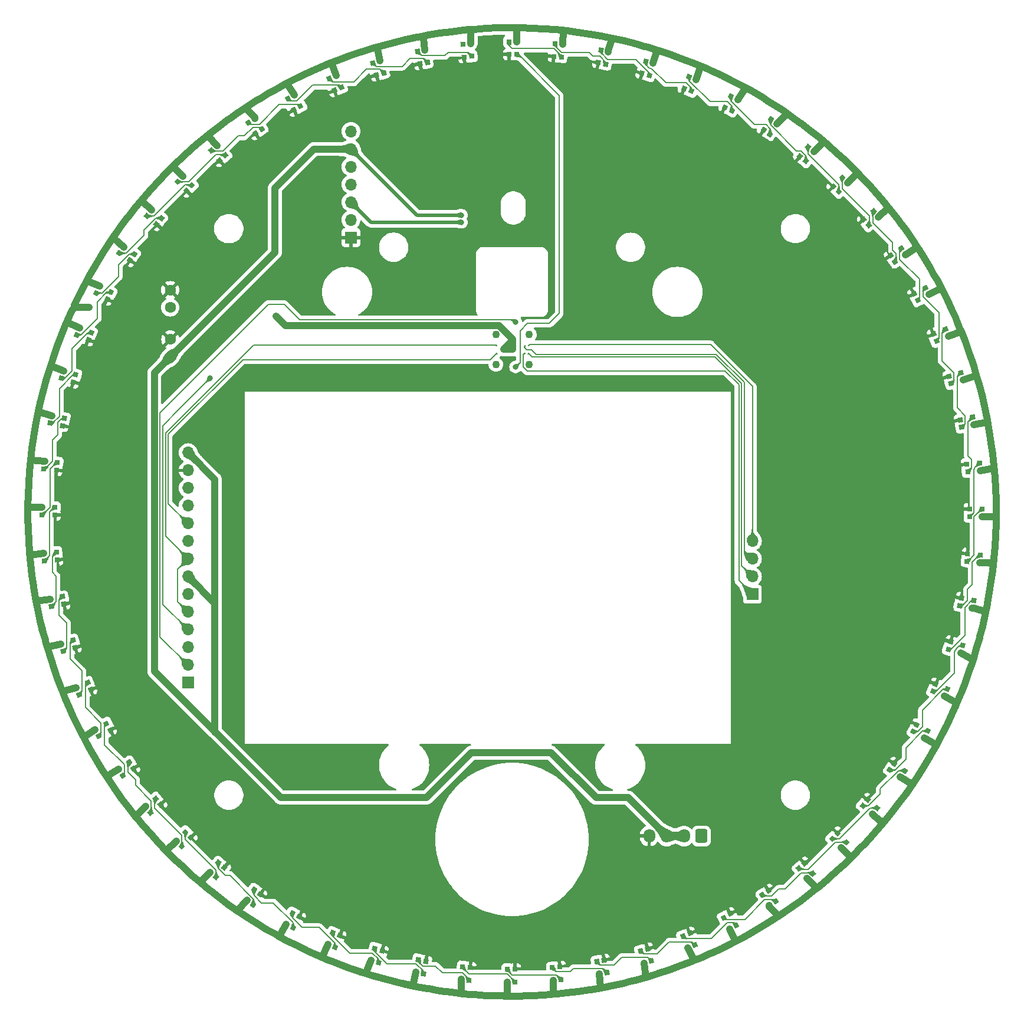
<source format=gbr>
%TF.GenerationSoftware,KiCad,Pcbnew,7.0.11*%
%TF.CreationDate,2025-01-20T02:06:30+09:00*%
%TF.ProjectId,IO,494f2e6b-6963-4616-945f-706362585858,rev?*%
%TF.SameCoordinates,Original*%
%TF.FileFunction,Copper,L1,Top*%
%TF.FilePolarity,Positive*%
%FSLAX46Y46*%
G04 Gerber Fmt 4.6, Leading zero omitted, Abs format (unit mm)*
G04 Created by KiCad (PCBNEW 7.0.11) date 2025-01-20 02:06:30*
%MOMM*%
%LPD*%
G01*
G04 APERTURE LIST*
G04 Aperture macros list*
%AMRoundRect*
0 Rectangle with rounded corners*
0 $1 Rounding radius*
0 $2 $3 $4 $5 $6 $7 $8 $9 X,Y pos of 4 corners*
0 Add a 4 corners polygon primitive as box body*
4,1,4,$2,$3,$4,$5,$6,$7,$8,$9,$2,$3,0*
0 Add four circle primitives for the rounded corners*
1,1,$1+$1,$2,$3*
1,1,$1+$1,$4,$5*
1,1,$1+$1,$6,$7*
1,1,$1+$1,$8,$9*
0 Add four rect primitives between the rounded corners*
20,1,$1+$1,$2,$3,$4,$5,0*
20,1,$1+$1,$4,$5,$6,$7,0*
20,1,$1+$1,$6,$7,$8,$9,0*
20,1,$1+$1,$8,$9,$2,$3,0*%
%AMRotRect*
0 Rectangle, with rotation*
0 The origin of the aperture is its center*
0 $1 length*
0 $2 width*
0 $3 Rotation angle, in degrees counterclockwise*
0 Add horizontal line*
21,1,$1,$2,0,0,$3*%
G04 Aperture macros list end*
%TA.AperFunction,SMDPad,CuDef*%
%ADD10RotRect,0.700000X0.700000X348.750000*%
%TD*%
%TA.AperFunction,SMDPad,CuDef*%
%ADD11RotRect,0.700000X0.700000X196.875000*%
%TD*%
%TA.AperFunction,SMDPad,CuDef*%
%ADD12RotRect,0.700000X0.700000X292.500000*%
%TD*%
%TA.AperFunction,ComponentPad*%
%ADD13R,1.700000X1.700000*%
%TD*%
%TA.AperFunction,ComponentPad*%
%ADD14O,1.700000X1.700000*%
%TD*%
%TA.AperFunction,SMDPad,CuDef*%
%ADD15RotRect,0.700000X0.700000X140.625000*%
%TD*%
%TA.AperFunction,SMDPad,CuDef*%
%ADD16RotRect,0.700000X0.700000X303.750000*%
%TD*%
%TA.AperFunction,SMDPad,CuDef*%
%ADD17RotRect,0.700000X0.700000X50.625000*%
%TD*%
%TA.AperFunction,SMDPad,CuDef*%
%ADD18RotRect,0.700000X0.700000X320.625000*%
%TD*%
%TA.AperFunction,SMDPad,CuDef*%
%ADD19RotRect,0.700000X0.700000X45.000000*%
%TD*%
%TA.AperFunction,SMDPad,CuDef*%
%ADD20RotRect,0.700000X0.700000X185.625000*%
%TD*%
%TA.AperFunction,SMDPad,CuDef*%
%ADD21RotRect,0.700000X0.700000X101.250000*%
%TD*%
%TA.AperFunction,SMDPad,CuDef*%
%ADD22RotRect,0.700000X0.700000X275.625000*%
%TD*%
%TA.AperFunction,SMDPad,CuDef*%
%ADD23RotRect,0.700000X0.700000X236.250000*%
%TD*%
%TA.AperFunction,SMDPad,CuDef*%
%ADD24RotRect,0.700000X0.700000X264.375000*%
%TD*%
%TA.AperFunction,SMDPad,CuDef*%
%ADD25RotRect,0.700000X0.700000X174.375000*%
%TD*%
%TA.AperFunction,SMDPad,CuDef*%
%ADD26R,0.700000X0.700000*%
%TD*%
%TA.AperFunction,SMDPad,CuDef*%
%ADD27RotRect,0.700000X0.700000X106.875000*%
%TD*%
%TA.AperFunction,SMDPad,CuDef*%
%ADD28RotRect,0.700000X0.700000X337.500000*%
%TD*%
%TA.AperFunction,SMDPad,CuDef*%
%ADD29RotRect,0.700000X0.700000X241.875000*%
%TD*%
%TA.AperFunction,SMDPad,CuDef*%
%ADD30RotRect,0.700000X0.700000X281.250000*%
%TD*%
%TA.AperFunction,SMDPad,CuDef*%
%ADD31RotRect,0.700000X0.700000X213.750000*%
%TD*%
%TA.AperFunction,SMDPad,CuDef*%
%ADD32RotRect,0.700000X0.700000X123.750000*%
%TD*%
%TA.AperFunction,SMDPad,CuDef*%
%ADD33RotRect,0.700000X0.700000X118.125000*%
%TD*%
%TA.AperFunction,SMDPad,CuDef*%
%ADD34RotRect,0.700000X0.700000X22.500000*%
%TD*%
%TA.AperFunction,SMDPad,CuDef*%
%ADD35RotRect,0.700000X0.700000X146.250000*%
%TD*%
%TA.AperFunction,SMDPad,CuDef*%
%ADD36RotRect,0.700000X0.700000X191.250000*%
%TD*%
%TA.AperFunction,SMDPad,CuDef*%
%ADD37RotRect,0.700000X0.700000X253.125000*%
%TD*%
%TA.AperFunction,SMDPad,CuDef*%
%ADD38RotRect,0.700000X0.700000X230.625000*%
%TD*%
%TA.AperFunction,SMDPad,CuDef*%
%ADD39RotRect,0.700000X0.700000X5.625000*%
%TD*%
%TA.AperFunction,SMDPad,CuDef*%
%ADD40RotRect,0.700000X0.700000X202.500000*%
%TD*%
%TA.AperFunction,SMDPad,CuDef*%
%ADD41RotRect,0.700000X0.700000X95.625000*%
%TD*%
%TA.AperFunction,SMDPad,CuDef*%
%ADD42RotRect,0.700000X0.700000X157.500000*%
%TD*%
%TA.AperFunction,SMDPad,CuDef*%
%ADD43RotRect,0.700000X0.700000X112.500000*%
%TD*%
%TA.AperFunction,SMDPad,CuDef*%
%ADD44RotRect,0.700000X0.700000X354.375000*%
%TD*%
%TA.AperFunction,SMDPad,CuDef*%
%ADD45RotRect,0.700000X0.700000X61.875000*%
%TD*%
%TA.AperFunction,SMDPad,CuDef*%
%ADD46RotRect,0.700000X0.700000X78.750000*%
%TD*%
%TA.AperFunction,SMDPad,CuDef*%
%ADD47RotRect,0.700000X0.700000X326.250000*%
%TD*%
%TA.AperFunction,SMDPad,CuDef*%
%ADD48RotRect,0.700000X0.700000X219.375000*%
%TD*%
%TA.AperFunction,SMDPad,CuDef*%
%ADD49RotRect,0.700000X0.700000X28.125000*%
%TD*%
%TA.AperFunction,SMDPad,CuDef*%
%ADD50RotRect,0.700000X0.700000X247.500000*%
%TD*%
%TA.AperFunction,SMDPad,CuDef*%
%ADD51RotRect,0.700000X0.700000X163.125000*%
%TD*%
%TA.AperFunction,SMDPad,CuDef*%
%ADD52RotRect,0.700000X0.700000X343.125000*%
%TD*%
%TA.AperFunction,SMDPad,CuDef*%
%ADD53RotRect,0.700000X0.700000X286.875000*%
%TD*%
%TA.AperFunction,SMDPad,CuDef*%
%ADD54RotRect,0.700000X0.700000X84.375000*%
%TD*%
%TA.AperFunction,SMDPad,CuDef*%
%ADD55RotRect,0.700000X0.700000X129.375000*%
%TD*%
%TA.AperFunction,SMDPad,CuDef*%
%ADD56RotRect,0.700000X0.700000X56.250000*%
%TD*%
%TA.AperFunction,SMDPad,CuDef*%
%ADD57RotRect,0.700000X0.700000X309.375000*%
%TD*%
%TA.AperFunction,SMDPad,CuDef*%
%ADD58RotRect,0.700000X0.700000X315.000000*%
%TD*%
%TA.AperFunction,SMDPad,CuDef*%
%ADD59RotRect,0.700000X0.700000X73.125000*%
%TD*%
%TA.AperFunction,SMDPad,CuDef*%
%ADD60RotRect,0.700000X0.700000X39.375000*%
%TD*%
%TA.AperFunction,SMDPad,CuDef*%
%ADD61RotRect,0.700000X0.700000X208.125000*%
%TD*%
%TA.AperFunction,SMDPad,CuDef*%
%ADD62RotRect,0.700000X0.700000X258.750000*%
%TD*%
%TA.AperFunction,SMDPad,CuDef*%
%ADD63RotRect,0.700000X0.700000X168.750000*%
%TD*%
%TA.AperFunction,SMDPad,CuDef*%
%ADD64RotRect,0.700000X0.700000X16.875000*%
%TD*%
%TA.AperFunction,SMDPad,CuDef*%
%ADD65RotRect,0.700000X0.700000X67.500000*%
%TD*%
%TA.AperFunction,SMDPad,CuDef*%
%ADD66RotRect,0.700000X0.700000X225.000000*%
%TD*%
%TA.AperFunction,SMDPad,CuDef*%
%ADD67RotRect,0.700000X0.700000X11.250000*%
%TD*%
%TA.AperFunction,SMDPad,CuDef*%
%ADD68RotRect,0.700000X0.700000X298.125000*%
%TD*%
%TA.AperFunction,SMDPad,CuDef*%
%ADD69RotRect,0.700000X0.700000X331.875000*%
%TD*%
%TA.AperFunction,SMDPad,CuDef*%
%ADD70RotRect,0.700000X0.700000X33.750000*%
%TD*%
%TA.AperFunction,SMDPad,CuDef*%
%ADD71RotRect,0.700000X0.700000X135.000000*%
%TD*%
%TA.AperFunction,SMDPad,CuDef*%
%ADD72RotRect,0.700000X0.700000X151.875000*%
%TD*%
%TA.AperFunction,ComponentPad*%
%ADD73RoundRect,0.250000X0.600000X0.725000X-0.600000X0.725000X-0.600000X-0.725000X0.600000X-0.725000X0*%
%TD*%
%TA.AperFunction,ComponentPad*%
%ADD74O,1.700000X1.950000*%
%TD*%
%TA.AperFunction,ComponentPad*%
%ADD75C,1.600000*%
%TD*%
%TA.AperFunction,ComponentPad*%
%ADD76C,1.100000*%
%TD*%
%TA.AperFunction,ViaPad*%
%ADD77C,0.300000*%
%TD*%
%TA.AperFunction,ViaPad*%
%ADD78C,0.800000*%
%TD*%
%TA.AperFunction,Conductor*%
%ADD79C,1.000000*%
%TD*%
%TA.AperFunction,Conductor*%
%ADD80C,0.500000*%
%TD*%
%TA.AperFunction,Conductor*%
%ADD81C,0.200000*%
%TD*%
G04 APERTURE END LIST*
D10*
%TO.P,D23,1,VDD*%
%TO.N,+5V*%
X77219138Y-75730485D03*
%TO.P,D23,2,DOUT*%
%TO.N,Net-(D23-DOUT)*%
X77004539Y-76809349D03*
%TO.P,D23,3,VSS*%
%TO.N,GND*%
X78799376Y-77166365D03*
%TO.P,D23,4,DIN*%
%TO.N,Net-(D15-DOUT)*%
X79013975Y-76087501D03*
%TD*%
D11*
%TO.P,D42,1,VDD*%
%TO.N,+5V*%
X208057349Y-70603527D03*
%TO.P,D42,2,DOUT*%
%TO.N,Net-(D42-DOUT)*%
X207738036Y-69550892D03*
%TO.P,D42,3,VSS*%
%TO.N,GND*%
X205986835Y-70082113D03*
%TO.P,D42,4,DIN*%
%TO.N,Net-(D34-DOUT)*%
X206306148Y-71134748D03*
%TD*%
D12*
%TO.P,D40,1,VDD*%
%TO.N,+5V*%
X118072244Y-26946008D03*
%TO.P,D40,2,DOUT*%
%TO.N,Net-(D40-DOUT)*%
X117055977Y-27366960D03*
%TO.P,D40,3,VSS*%
%TO.N,GND*%
X117756288Y-29057660D03*
%TO.P,D40,4,DIN*%
%TO.N,Net-(D32-DOUT)*%
X118772555Y-28636708D03*
%TD*%
D13*
%TO.P,J3,1,Pin_1*%
%TO.N,/SD\uFF3FSCK*%
X177780000Y-101360000D03*
D14*
%TO.P,J3,2,Pin_2*%
%TO.N,/SD\uFF3FMISO*%
X177780000Y-98820000D03*
%TO.P,J3,3,Pin_3*%
%TO.N,/SD\uFF3FMOSI*%
X177780000Y-96280000D03*
%TO.P,J3,4,Pin_4*%
%TO.N,/SD\uFF3FCS*%
X177780000Y-93740000D03*
%TD*%
D15*
%TO.P,D59,1,VDD*%
%TO.N,+5V*%
X195024971Y-132885619D03*
%TO.P,D59,2,DOUT*%
%TO.N,/C*%
X195722804Y-132035307D03*
%TO.P,D59,3,VSS*%
%TO.N,GND*%
X194308195Y-130874367D03*
%TO.P,D59,4,DIN*%
%TO.N,Net-(D51-DOUT)*%
X193610362Y-131724679D03*
%TD*%
D16*
%TO.P,D24,1,VDD*%
%TO.N,+5V*%
X106342469Y-33066856D03*
%TO.P,D24,2,DOUT*%
%TO.N,Net-(D24-DOUT)*%
X105427852Y-33677983D03*
%TO.P,D24,3,VSS*%
%TO.N,GND*%
X106444545Y-35199572D03*
%TO.P,D24,4,DIN*%
%TO.N,Net-(D16-DOUT)*%
X107359162Y-34588445D03*
%TD*%
D17*
%TO.P,D61,1,VDD*%
%TO.N,+5V*%
X99948381Y-141298248D03*
%TO.P,D61,2,DOUT*%
%TO.N,/E*%
X100798693Y-141996081D03*
%TO.P,D61,3,VSS*%
%TO.N,GND*%
X101959633Y-140581472D03*
%TO.P,D61,4,DIN*%
%TO.N,Net-(D53-DOUT)*%
X101109321Y-139883639D03*
%TD*%
D18*
%TO.P,D63,1,VDD*%
%TO.N,+5V*%
X91535754Y-46221661D03*
%TO.P,D63,2,DOUT*%
%TO.N,/G*%
X90837921Y-47071973D03*
%TO.P,D63,3,VSS*%
%TO.N,GND*%
X92252530Y-48232913D03*
%TO.P,D63,4,DIN*%
%TO.N,Net-(D55-DOUT)*%
X92950363Y-47382601D03*
%TD*%
D19*
%TO.P,D6,1,VDD*%
%TO.N,+5V*%
X95085179Y-136801807D03*
%TO.P,D6,2,DOUT*%
%TO.N,Net-(D14-DIN)*%
X95862996Y-137579624D03*
%TO.P,D6,3,VSS*%
%TO.N,GND*%
X97157001Y-136285619D03*
%TO.P,D6,4,DIN*%
%TO.N,/E*%
X96379184Y-135507802D03*
%TD*%
D20*
%TO.P,D58,1,VDD*%
%TO.N,+5V*%
X210509661Y-83605012D03*
%TO.P,D58,2,DOUT*%
%TO.N,/B*%
X210401843Y-82510309D03*
%TO.P,D58,3,VSS*%
%TO.N,GND*%
X208580655Y-82689680D03*
%TO.P,D58,4,DIN*%
%TO.N,Net-(D50-DOUT)*%
X208688473Y-83784383D03*
%TD*%
D21*
%TO.P,D52,1,VDD*%
%TO.N,+5V*%
X155789968Y-155876146D03*
%TO.P,D52,2,DOUT*%
%TO.N,Net-(D52-DOUT)*%
X156868832Y-155661547D03*
%TO.P,D52,3,VSS*%
%TO.N,GND*%
X156511816Y-153866710D03*
%TO.P,D52,4,DIN*%
%TO.N,Net-(D44-DOUT)*%
X155432952Y-154081309D03*
%TD*%
D22*
%TO.P,D64,1,VDD*%
%TO.N,+5V*%
X137331734Y-22324342D03*
%TO.P,D64,2,DOUT*%
%TO.N,unconnected-(D64-DOUT-Pad2)*%
X136237031Y-22432160D03*
%TO.P,D64,3,VSS*%
%TO.N,GND*%
X136416402Y-24253348D03*
%TO.P,D64,4,DIN*%
%TO.N,Net-(D56-DOUT)*%
X137511105Y-24145530D03*
%TD*%
D23*
%TO.P,D49,1,VDD*%
%TO.N,+5V*%
X181331825Y-33810919D03*
%TO.P,D49,2,DOUT*%
%TO.N,Net-(D49-DOUT)*%
X180417208Y-33199792D03*
%TO.P,D49,3,VSS*%
%TO.N,GND*%
X179400515Y-34721381D03*
%TO.P,D49,4,DIN*%
%TO.N,Net-(D41-DOUT)*%
X180315132Y-35332508D03*
%TD*%
D24*
%TO.P,D9,1,VDD*%
%TO.N,+5V*%
X150561819Y-22455612D03*
%TO.P,D9,2,DOUT*%
%TO.N,Net-(D17-DIN)*%
X149467116Y-22347794D03*
%TO.P,D9,3,VSS*%
%TO.N,GND*%
X149287745Y-24168982D03*
%TO.P,D9,4,DIN*%
%TO.N,Net-(D1-DOUT)*%
X150382448Y-24276800D03*
%TD*%
D25*
%TO.P,D11,1,VDD*%
%TO.N,+5V*%
X210378390Y-96835099D03*
%TO.P,D11,2,DOUT*%
%TO.N,Net-(D11-DOUT)*%
X210486208Y-95740396D03*
%TO.P,D11,3,VSS*%
%TO.N,GND*%
X208665020Y-95561025D03*
%TO.P,D11,4,DIN*%
%TO.N,Net-(D11-DIN)*%
X208557202Y-96655728D03*
%TD*%
D26*
%TO.P,D1,1,VDD*%
%TO.N,+5V*%
X143950000Y-22065000D03*
%TO.P,D1,2,DOUT*%
%TO.N,Net-(D1-DOUT)*%
X142850000Y-22065000D03*
%TO.P,D1,3,VSS*%
%TO.N,GND*%
X142850000Y-23895000D03*
%TO.P,D1,4,DIN*%
%TO.N,/PWM*%
X143950000Y-23895000D03*
%TD*%
D27*
%TO.P,D44,1,VDD*%
%TO.N,+5V*%
X162230473Y-154330629D03*
%TO.P,D44,2,DOUT*%
%TO.N,Net-(D44-DOUT)*%
X163283108Y-154011316D03*
%TO.P,D44,3,VSS*%
%TO.N,GND*%
X162751887Y-152260115D03*
%TO.P,D44,4,DIN*%
%TO.N,Net-(D36-DOUT)*%
X161699252Y-152579428D03*
%TD*%
D28*
%TO.P,D39,1,VDD*%
%TO.N,+5V*%
X81185250Y-63108188D03*
%TO.P,D39,2,DOUT*%
%TO.N,Net-(D39-DOUT)*%
X80764298Y-64124455D03*
%TO.P,D39,3,VSS*%
%TO.N,GND*%
X82454998Y-64824766D03*
%TO.P,D39,4,DIN*%
%TO.N,Net-(D31-DOUT)*%
X82875950Y-63808499D03*
%TD*%
D29*
%TO.P,D41,1,VDD*%
%TO.N,+5V*%
X175684855Y-30349639D03*
%TO.P,D41,2,DOUT*%
%TO.N,Net-(D41-DOUT)*%
X174714741Y-29831103D03*
%TO.P,D41,3,VSS*%
%TO.N,GND*%
X173852085Y-31445019D03*
%TO.P,D41,4,DIN*%
%TO.N,Net-(D33-DOUT)*%
X174822199Y-31963555D03*
%TD*%
D30*
%TO.P,D56,1,VDD*%
%TO.N,+5V*%
X130770754Y-23231137D03*
%TO.P,D56,2,DOUT*%
%TO.N,Net-(D56-DOUT)*%
X129691890Y-23445736D03*
%TO.P,D56,3,VSS*%
%TO.N,GND*%
X130048906Y-25240573D03*
%TO.P,D56,4,DIN*%
%TO.N,Net-(D48-DOUT)*%
X131127770Y-25025974D03*
%TD*%
D31*
%TO.P,D18,1,VDD*%
%TO.N,+5V*%
X199767145Y-52615746D03*
%TO.P,D18,2,DOUT*%
%TO.N,Net-(D18-DOUT)*%
X199156018Y-51701129D03*
%TO.P,D18,3,VSS*%
%TO.N,GND*%
X197634429Y-52717822D03*
%TO.P,D18,4,DIN*%
%TO.N,Net-(D10-DOUT)*%
X198245556Y-53632439D03*
%TD*%
D32*
%TO.P,D20,1,VDD*%
%TO.N,+5V*%
X180218255Y-146040426D03*
%TO.P,D20,2,DOUT*%
%TO.N,Net-(D20-DOUT)*%
X181132872Y-145429299D03*
%TO.P,D20,3,VSS*%
%TO.N,GND*%
X180116179Y-143907710D03*
%TO.P,D20,4,DIN*%
%TO.N,Net-(D12-DOUT)*%
X179201562Y-144518837D03*
%TD*%
D33*
%TO.P,D28,1,VDD*%
%TO.N,+5V*%
X174503716Y-149388974D03*
%TO.P,D28,2,DOUT*%
%TO.N,Net-(D28-DOUT)*%
X175473830Y-148870438D03*
%TO.P,D28,3,VSS*%
%TO.N,GND*%
X174611174Y-147256522D03*
%TO.P,D28,4,DIN*%
%TO.N,Net-(D20-DOUT)*%
X173641060Y-147775058D03*
%TD*%
D34*
%TO.P,D38,1,VDD*%
%TO.N,+5V*%
X80672728Y-114761757D03*
%TO.P,D38,2,DOUT*%
%TO.N,Net-(D38-DOUT)*%
X81093680Y-115778024D03*
%TO.P,D38,3,VSS*%
%TO.N,GND*%
X82784380Y-115077713D03*
%TO.P,D38,4,DIN*%
%TO.N,Net-(D30-DOUT)*%
X82363428Y-114061446D03*
%TD*%
D13*
%TO.P,J1,1,Pin_1*%
%TO.N,unconnected-(J1-Pin_1-Pad1)*%
X96780000Y-114070000D03*
D14*
%TO.P,J1,2,Pin_2*%
%TO.N,/MISO*%
X96780000Y-111530000D03*
%TO.P,J1,3,Pin_3*%
%TO.N,/MOSI*%
X96780000Y-108990000D03*
%TO.P,J1,4,Pin_4*%
%TO.N,/T_CS*%
X96780000Y-106450000D03*
%TO.P,J1,5,Pin_5*%
%TO.N,/SCK*%
X96780000Y-103910000D03*
%TO.P,J1,6,Pin_6*%
%TO.N,unconnected-(J1-Pin_6-Pad6)*%
X96780000Y-101370000D03*
%TO.P,J1,7,Pin_7*%
%TO.N,+3.3V*%
X96780000Y-98830000D03*
%TO.P,J1,8,Pin_8*%
%TO.N,/SCK*%
X96780000Y-96290000D03*
%TO.P,J1,9,Pin_9*%
%TO.N,/MOSI*%
X96780000Y-93750000D03*
%TO.P,J1,10,Pin_10*%
%TO.N,/DC*%
X96780000Y-91210000D03*
%TO.P,J1,11,Pin_11*%
%TO.N,/RESET*%
X96780000Y-88670000D03*
%TO.P,J1,12,Pin_12*%
%TO.N,/CS*%
X96780000Y-86130000D03*
%TO.P,J1,13,Pin_13*%
%TO.N,GND*%
X96780000Y-83590000D03*
%TO.P,J1,14,Pin_14*%
%TO.N,+3.3V*%
X96780000Y-81050000D03*
%TD*%
D35*
%TO.P,D51,1,VDD*%
%TO.N,+5V*%
X199023083Y-127605105D03*
%TO.P,D51,2,DOUT*%
%TO.N,Net-(D51-DOUT)*%
X199634210Y-126690488D03*
%TO.P,D51,3,VSS*%
%TO.N,GND*%
X198112621Y-125673795D03*
%TO.P,D51,4,DIN*%
%TO.N,Net-(D43-DOUT)*%
X197501494Y-126588412D03*
%TD*%
D36*
%TO.P,D50,1,VDD*%
%TO.N,+5V*%
X209602866Y-77044032D03*
%TO.P,D50,2,DOUT*%
%TO.N,Net-(D50-DOUT)*%
X209388267Y-75965168D03*
%TO.P,D50,3,VSS*%
%TO.N,GND*%
X207593430Y-76322184D03*
%TO.P,D50,4,DIN*%
%TO.N,Net-(D42-DOUT)*%
X207808029Y-77401048D03*
%TD*%
D37*
%TO.P,D25,1,VDD*%
%TO.N,+5V*%
X163512084Y-25165424D03*
%TO.P,D25,2,DOUT*%
%TO.N,Net-(D25-DOUT)*%
X162459449Y-24846111D03*
%TO.P,D25,3,VSS*%
%TO.N,GND*%
X161928228Y-26597312D03*
%TO.P,D25,4,DIN*%
%TO.N,Net-(D17-DOUT)*%
X162980863Y-26916625D03*
%TD*%
D38*
%TO.P,D57,1,VDD*%
%TO.N,+5V*%
X186612339Y-37809031D03*
%TO.P,D57,2,DOUT*%
%TO.N,/A*%
X185762027Y-37111198D03*
%TO.P,D57,3,VSS*%
%TO.N,GND*%
X184601087Y-38525807D03*
%TO.P,D57,4,DIN*%
%TO.N,Net-(D49-DOUT)*%
X185451399Y-39223640D03*
%TD*%
D39*
%TO.P,D62,1,VDD*%
%TO.N,+5V*%
X76051062Y-95502267D03*
%TO.P,D62,2,DOUT*%
%TO.N,/F*%
X76158880Y-96596970D03*
%TO.P,D62,3,VSS*%
%TO.N,GND*%
X77980068Y-96417599D03*
%TO.P,D62,4,DIN*%
%TO.N,Net-(D54-DOUT)*%
X77872250Y-95322896D03*
%TD*%
D40*
%TO.P,D34,1,VDD*%
%TO.N,+5V*%
X205887994Y-64345521D03*
%TO.P,D34,2,DOUT*%
%TO.N,Net-(D34-DOUT)*%
X205467042Y-63329254D03*
%TO.P,D34,3,VSS*%
%TO.N,GND*%
X203776342Y-64029565D03*
%TO.P,D34,4,DIN*%
%TO.N,Net-(D26-DOUT)*%
X204197294Y-65045832D03*
%TD*%
D41*
%TO.P,D60,1,VDD*%
%TO.N,+5V*%
X149228988Y-156782941D03*
%TO.P,D60,2,DOUT*%
%TO.N,/D*%
X150323691Y-156675123D03*
%TO.P,D60,3,VSS*%
%TO.N,GND*%
X150144320Y-154853935D03*
%TO.P,D60,4,DIN*%
%TO.N,Net-(D52-DOUT)*%
X149049617Y-154961753D03*
%TD*%
D42*
%TO.P,D35,1,VDD*%
%TO.N,+5V*%
X205375475Y-115999091D03*
%TO.P,D35,2,DOUT*%
%TO.N,Net-(D35-DOUT)*%
X205796427Y-114982824D03*
%TO.P,D35,3,VSS*%
%TO.N,GND*%
X204105727Y-114282513D03*
%TO.P,D35,4,DIN*%
%TO.N,Net-(D27-DOUT)*%
X203684775Y-115298780D03*
%TD*%
D43*
%TO.P,D36,1,VDD*%
%TO.N,+5V*%
X168488479Y-152161275D03*
%TO.P,D36,2,DOUT*%
%TO.N,Net-(D36-DOUT)*%
X169504746Y-151740323D03*
%TO.P,D36,3,VSS*%
%TO.N,GND*%
X168804435Y-150049623D03*
%TO.P,D36,4,DIN*%
%TO.N,Net-(D28-DOUT)*%
X167788168Y-150470575D03*
%TD*%
D44*
%TO.P,D15,1,VDD*%
%TO.N,+5V*%
X76182334Y-82272180D03*
%TO.P,D15,2,DOUT*%
%TO.N,Net-(D15-DOUT)*%
X76074516Y-83366883D03*
%TO.P,D15,3,VSS*%
%TO.N,GND*%
X77895704Y-83546254D03*
%TO.P,D15,4,DIN*%
%TO.N,Net-(D15-DIN)*%
X78003522Y-82451551D03*
%TD*%
D26*
%TO.P,D7,1,VDD*%
%TO.N,+5V*%
X75791722Y-88883999D03*
%TO.P,D7,2,DOUT*%
%TO.N,Net-(D15-DIN)*%
X75791722Y-89983999D03*
%TO.P,D7,3,VSS*%
%TO.N,GND*%
X77621722Y-89983999D03*
%TO.P,D7,4,DIN*%
%TO.N,/F*%
X77621722Y-88883999D03*
%TD*%
D45*
%TO.P,D45,1,VDD*%
%TO.N,+5V*%
X110875865Y-148757641D03*
%TO.P,D45,2,DOUT*%
%TO.N,Net-(D45-DOUT)*%
X111845979Y-149276177D03*
%TO.P,D45,3,VSS*%
%TO.N,GND*%
X112708635Y-147662261D03*
%TO.P,D45,4,DIN*%
%TO.N,Net-(D37-DOUT)*%
X111738521Y-147143725D03*
%TD*%
D13*
%TO.P,J5,1,Pin_1*%
%TO.N,GND*%
X120170000Y-50160000D03*
D14*
%TO.P,J5,2,Pin_2*%
%TO.N,/TXD*%
X120170000Y-47620000D03*
%TO.P,J5,3,Pin_3*%
%TO.N,/PRG*%
X120170000Y-45080000D03*
%TO.P,J5,4,Pin_4*%
%TO.N,/RXD*%
X120170000Y-42540000D03*
%TO.P,J5,5,Pin_5*%
%TO.N,/RST*%
X120170000Y-40000000D03*
%TO.P,J5,6,Pin_6*%
%TO.N,+3.3V*%
X120170000Y-37460000D03*
%TO.P,J5,7,Pin_7*%
%TO.N,/SET*%
X120170000Y-34920000D03*
%TD*%
D46*
%TO.P,D21,1,VDD*%
%TO.N,+5V*%
X129457206Y-155614865D03*
%TO.P,D21,2,DOUT*%
%TO.N,Net-(D21-DOUT)*%
X130536070Y-155829464D03*
%TO.P,D21,3,VSS*%
%TO.N,GND*%
X130893086Y-154034627D03*
%TO.P,D21,4,DIN*%
%TO.N,Net-(D13-DOUT)*%
X129814222Y-153820028D03*
%TD*%
D47*
%TO.P,D55,1,VDD*%
%TO.N,+5V*%
X87537642Y-51502175D03*
%TO.P,D55,2,DOUT*%
%TO.N,Net-(D55-DOUT)*%
X86926515Y-52416792D03*
%TO.P,D55,3,VSS*%
%TO.N,GND*%
X88448104Y-53433485D03*
%TO.P,D55,4,DIN*%
%TO.N,Net-(D47-DOUT)*%
X89059231Y-52518868D03*
%TD*%
D48*
%TO.P,D10,1,VDD*%
%TO.N,+5V*%
X195874599Y-47256939D03*
%TO.P,D10,2,DOUT*%
%TO.N,Net-(D10-DOUT)*%
X195176766Y-46406627D03*
%TO.P,D10,3,VSS*%
%TO.N,GND*%
X193762157Y-47567567D03*
%TO.P,D10,4,DIN*%
%TO.N,Net-(D10-DIN)*%
X194459990Y-48417879D03*
%TD*%
D49*
%TO.P,D30,1,VDD*%
%TO.N,+5V*%
X83445029Y-120776993D03*
%TO.P,D30,2,DOUT*%
%TO.N,Net-(D30-DOUT)*%
X83963565Y-121747107D03*
%TO.P,D30,3,VSS*%
%TO.N,GND*%
X85577481Y-120884451D03*
%TO.P,D30,4,DIN*%
%TO.N,Net-(D22-DOUT)*%
X85058945Y-119914337D03*
%TD*%
D50*
%TO.P,D33,1,VDD*%
%TO.N,+5V*%
X169725811Y-27458527D03*
%TO.P,D33,2,DOUT*%
%TO.N,Net-(D33-DOUT)*%
X168709544Y-27037575D03*
%TO.P,D33,3,VSS*%
%TO.N,GND*%
X168009233Y-28728275D03*
%TO.P,D33,4,DIN*%
%TO.N,Net-(D25-DOUT)*%
X169025500Y-29149227D03*
%TD*%
D26*
%TO.P,D5,1,VDD*%
%TO.N,+5V*%
X142610720Y-157042281D03*
%TO.P,D5,2,DOUT*%
%TO.N,Net-(D13-DIN)*%
X143710720Y-157042281D03*
%TO.P,D5,3,VSS*%
%TO.N,GND*%
X143710720Y-155212281D03*
%TO.P,D5,4,DIN*%
%TO.N,/D*%
X142610720Y-155212281D03*
%TD*%
D51*
%TO.P,D27,1,VDD*%
%TO.N,+5V*%
X207668578Y-109785364D03*
%TO.P,D27,2,DOUT*%
%TO.N,Net-(D27-DOUT)*%
X207987891Y-108732729D03*
%TO.P,D27,3,VSS*%
%TO.N,GND*%
X206236690Y-108201508D03*
%TO.P,D27,4,DIN*%
%TO.N,Net-(D19-DOUT)*%
X205917377Y-109254143D03*
%TD*%
D52*
%TO.P,D31,1,VDD*%
%TO.N,+5V*%
X78892147Y-69321915D03*
%TO.P,D31,2,DOUT*%
%TO.N,Net-(D31-DOUT)*%
X78572834Y-70374550D03*
%TO.P,D31,3,VSS*%
%TO.N,GND*%
X80324035Y-70905771D03*
%TO.P,D31,4,DIN*%
%TO.N,Net-(D23-DOUT)*%
X80643348Y-69853136D03*
%TD*%
D53*
%TO.P,D48,1,VDD*%
%TO.N,+5V*%
X124330250Y-24776654D03*
%TO.P,D48,2,DOUT*%
%TO.N,Net-(D48-DOUT)*%
X123277615Y-25095967D03*
%TO.P,D48,3,VSS*%
%TO.N,GND*%
X123808836Y-26847168D03*
%TO.P,D48,4,DIN*%
%TO.N,Net-(D40-DOUT)*%
X124861471Y-26527855D03*
%TD*%
D54*
%TO.P,D13,1,VDD*%
%TO.N,+5V*%
X135998901Y-156651669D03*
%TO.P,D13,2,DOUT*%
%TO.N,Net-(D13-DOUT)*%
X137093604Y-156759487D03*
%TO.P,D13,3,VSS*%
%TO.N,GND*%
X137272975Y-154938299D03*
%TO.P,D13,4,DIN*%
%TO.N,Net-(D13-DIN)*%
X136178272Y-154830481D03*
%TD*%
D55*
%TO.P,D12,1,VDD*%
%TO.N,+5V*%
X185577063Y-142147880D03*
%TO.P,D12,2,DOUT*%
%TO.N,Net-(D12-DOUT)*%
X186427375Y-141450047D03*
%TO.P,D12,3,VSS*%
%TO.N,GND*%
X185266435Y-140035438D03*
%TO.P,D12,4,DIN*%
%TO.N,Net-(D12-DIN)*%
X184416123Y-140733271D03*
%TD*%
D56*
%TO.P,D53,1,VDD*%
%TO.N,+5V*%
X105228895Y-145296361D03*
%TO.P,D53,2,DOUT*%
%TO.N,Net-(D53-DOUT)*%
X106143512Y-145907488D03*
%TO.P,D53,3,VSS*%
%TO.N,GND*%
X107160205Y-144385899D03*
%TO.P,D53,4,DIN*%
%TO.N,Net-(D45-DOUT)*%
X106245588Y-143774772D03*
%TD*%
D57*
%TO.P,D16,1,VDD*%
%TO.N,+5V*%
X100983662Y-36959401D03*
%TO.P,D16,2,DOUT*%
%TO.N,Net-(D16-DOUT)*%
X100133350Y-37657234D03*
%TO.P,D16,3,VSS*%
%TO.N,GND*%
X101294290Y-39071843D03*
%TO.P,D16,4,DIN*%
%TO.N,Net-(D16-DIN)*%
X102144602Y-38374010D03*
%TD*%
D58*
%TO.P,D8,1,VDD*%
%TO.N,+5V*%
X96032195Y-41358459D03*
%TO.P,D8,2,DOUT*%
%TO.N,Net-(D16-DIN)*%
X95254378Y-42136276D03*
%TO.P,D8,3,VSS*%
%TO.N,GND*%
X96548383Y-43430281D03*
%TO.P,D8,4,DIN*%
%TO.N,/G*%
X97326200Y-42652464D03*
%TD*%
D59*
%TO.P,D29,1,VDD*%
%TO.N,+5V*%
X123048636Y-153941856D03*
%TO.P,D29,2,DOUT*%
%TO.N,Net-(D29-DOUT)*%
X124101271Y-154261169D03*
%TO.P,D29,3,VSS*%
%TO.N,GND*%
X124632492Y-152509968D03*
%TO.P,D29,4,DIN*%
%TO.N,Net-(D21-DOUT)*%
X123579857Y-152190655D03*
%TD*%
D60*
%TO.P,D14,1,VDD*%
%TO.N,+5V*%
X90686121Y-131850340D03*
%TO.P,D14,2,DOUT*%
%TO.N,Net-(D14-DOUT)*%
X91383954Y-132700652D03*
%TO.P,D14,3,VSS*%
%TO.N,GND*%
X92798563Y-131539712D03*
%TO.P,D14,4,DIN*%
%TO.N,Net-(D14-DIN)*%
X92100730Y-130689400D03*
%TD*%
D61*
%TO.P,D26,1,VDD*%
%TO.N,+5V*%
X203115693Y-58330285D03*
%TO.P,D26,2,DOUT*%
%TO.N,Net-(D26-DOUT)*%
X202597157Y-57360171D03*
%TO.P,D26,3,VSS*%
%TO.N,GND*%
X200983241Y-58222827D03*
%TO.P,D26,4,DIN*%
%TO.N,Net-(D18-DOUT)*%
X201501777Y-59192941D03*
%TD*%
D26*
%TO.P,D3,1,VDD*%
%TO.N,+5V*%
X210769002Y-90223280D03*
%TO.P,D3,2,DOUT*%
%TO.N,Net-(D11-DIN)*%
X210769002Y-89123280D03*
%TO.P,D3,3,VSS*%
%TO.N,GND*%
X208939002Y-89123280D03*
%TO.P,D3,4,DIN*%
%TO.N,/B*%
X208939002Y-90223280D03*
%TD*%
D62*
%TO.P,D17,1,VDD*%
%TO.N,+5V*%
X157103514Y-23492415D03*
%TO.P,D17,2,DOUT*%
%TO.N,Net-(D17-DOUT)*%
X156024650Y-23277816D03*
%TO.P,D17,3,VSS*%
%TO.N,GND*%
X155667634Y-25072653D03*
%TO.P,D17,4,DIN*%
%TO.N,Net-(D17-DIN)*%
X156746498Y-25287252D03*
%TD*%
D63*
%TO.P,D19,1,VDD*%
%TO.N,+5V*%
X209341587Y-103376794D03*
%TO.P,D19,2,DOUT*%
%TO.N,Net-(D19-DOUT)*%
X209556186Y-102297930D03*
%TO.P,D19,3,VSS*%
%TO.N,GND*%
X207761349Y-101940914D03*
%TO.P,D19,4,DIN*%
%TO.N,Net-(D11-DOUT)*%
X207546750Y-103019778D03*
%TD*%
D64*
%TO.P,D46,1,VDD*%
%TO.N,+5V*%
X78503374Y-108503751D03*
%TO.P,D46,2,DOUT*%
%TO.N,Net-(D46-DOUT)*%
X78822687Y-109556386D03*
%TO.P,D46,3,VSS*%
%TO.N,GND*%
X80573888Y-109025165D03*
%TO.P,D46,4,DIN*%
%TO.N,Net-(D38-DOUT)*%
X80254575Y-107972530D03*
%TD*%
D65*
%TO.P,D37,1,VDD*%
%TO.N,+5V*%
X116834909Y-151648753D03*
%TO.P,D37,2,DOUT*%
%TO.N,Net-(D37-DOUT)*%
X117851176Y-152069705D03*
%TO.P,D37,3,VSS*%
%TO.N,GND*%
X118551487Y-150379005D03*
%TO.P,D37,4,DIN*%
%TO.N,Net-(D29-DOUT)*%
X117535220Y-149958053D03*
%TD*%
D66*
%TO.P,D2,1,VDD*%
%TO.N,+5V*%
X191475541Y-42305472D03*
%TO.P,D2,2,DOUT*%
%TO.N,Net-(D10-DIN)*%
X190697724Y-41527655D03*
%TO.P,D2,3,VSS*%
%TO.N,GND*%
X189403719Y-42821660D03*
%TO.P,D2,4,DIN*%
%TO.N,/A*%
X190181536Y-43599477D03*
%TD*%
D67*
%TO.P,D54,1,VDD*%
%TO.N,+5V*%
X76957857Y-102063247D03*
%TO.P,D54,2,DOUT*%
%TO.N,Net-(D54-DOUT)*%
X77172456Y-103142111D03*
%TO.P,D54,3,VSS*%
%TO.N,GND*%
X78967293Y-102785095D03*
%TO.P,D54,4,DIN*%
%TO.N,Net-(D46-DOUT)*%
X78752694Y-101706231D03*
%TD*%
D68*
%TO.P,D32,1,VDD*%
%TO.N,+5V*%
X112057008Y-29718309D03*
%TO.P,D32,2,DOUT*%
%TO.N,Net-(D32-DOUT)*%
X111086894Y-30236845D03*
%TO.P,D32,3,VSS*%
%TO.N,GND*%
X111949550Y-31850761D03*
%TO.P,D32,4,DIN*%
%TO.N,Net-(D24-DOUT)*%
X112919664Y-31332225D03*
%TD*%
D69*
%TO.P,D47,1,VDD*%
%TO.N,+5V*%
X84076362Y-57149145D03*
%TO.P,D47,2,DOUT*%
%TO.N,Net-(D47-DOUT)*%
X83557826Y-58119259D03*
%TO.P,D47,3,VSS*%
%TO.N,GND*%
X85171742Y-58981915D03*
%TO.P,D47,4,DIN*%
%TO.N,Net-(D39-DOUT)*%
X85690278Y-58011801D03*
%TD*%
D70*
%TO.P,D22,1,VDD*%
%TO.N,+5V*%
X86793576Y-126491532D03*
%TO.P,D22,2,DOUT*%
%TO.N,Net-(D22-DOUT)*%
X87404703Y-127406149D03*
%TO.P,D22,3,VSS*%
%TO.N,GND*%
X88926292Y-126389456D03*
%TO.P,D22,4,DIN*%
%TO.N,Net-(D14-DOUT)*%
X88315165Y-125474839D03*
%TD*%
D71*
%TO.P,D4,1,VDD*%
%TO.N,+5V*%
X190528530Y-137748822D03*
%TO.P,D4,2,DOUT*%
%TO.N,Net-(D12-DIN)*%
X191306347Y-136971005D03*
%TO.P,D4,3,VSS*%
%TO.N,GND*%
X190012342Y-135677000D03*
%TO.P,D4,4,DIN*%
%TO.N,/C*%
X189234525Y-136454817D03*
%TD*%
D72*
%TO.P,D43,1,VDD*%
%TO.N,+5V*%
X202484363Y-121958135D03*
%TO.P,D43,2,DOUT*%
%TO.N,Net-(D43-DOUT)*%
X203002899Y-120988021D03*
%TO.P,D43,3,VSS*%
%TO.N,GND*%
X201388983Y-120125365D03*
%TO.P,D43,4,DIN*%
%TO.N,Net-(D35-DOUT)*%
X200870447Y-121095479D03*
%TD*%
D73*
%TO.P,J2,1,Pin_1*%
%TO.N,/START*%
X170460000Y-136065000D03*
D74*
%TO.P,J2,2,Pin_2*%
%TO.N,+3.3V*%
X167960000Y-136065000D03*
%TO.P,J2,3,Pin_3*%
X165460000Y-136065000D03*
%TO.P,J2,4,Pin_4*%
%TO.N,GND*%
X162960000Y-136065000D03*
%TD*%
D75*
%TO.P,C2,1*%
%TO.N,+3.3V*%
X94234000Y-67290000D03*
%TO.P,C2,2*%
%TO.N,GND*%
X94234000Y-64790000D03*
%TD*%
D76*
%TO.P,J4,S1*%
%TO.N,N/C*%
X145760000Y-68385000D03*
X145760000Y-64085000D03*
X140960000Y-68385000D03*
X140960000Y-64085000D03*
%TD*%
D75*
%TO.P,C4,1*%
%TO.N,+5V*%
X94214000Y-60198000D03*
%TO.P,C4,2*%
%TO.N,GND*%
X94214000Y-57698000D03*
%TD*%
D77*
%TO.N,+12V*%
X142760000Y-66220000D03*
X142110000Y-66220000D03*
X143370000Y-66220000D03*
D78*
X109440000Y-61440000D03*
%TO.N,GND*%
X158090000Y-145160000D03*
X103220000Y-96590000D03*
X94110000Y-62470000D03*
X148870000Y-40620000D03*
X120710000Y-32720000D03*
X151520000Y-63510000D03*
X103280000Y-120470000D03*
X206370000Y-105650000D03*
X162180000Y-129570000D03*
X140170000Y-23080000D03*
X89800000Y-69620000D03*
X88020000Y-122870000D03*
X103150000Y-83600000D03*
X132310000Y-49430000D03*
X122810000Y-123860000D03*
X135350000Y-71820000D03*
X191650000Y-98680000D03*
X148240000Y-33100000D03*
X141630000Y-71580000D03*
X179340000Y-72830000D03*
X97590000Y-78630000D03*
X125050000Y-40380000D03*
X89680000Y-111100000D03*
X179430000Y-81650000D03*
X93650000Y-72580000D03*
X126350000Y-69280000D03*
X181890000Y-58580000D03*
X143310000Y-33660000D03*
X85280000Y-62770000D03*
X148990000Y-60210000D03*
X99510000Y-81440000D03*
X116220000Y-35540000D03*
X122920000Y-128530000D03*
X151400000Y-60130000D03*
X125030000Y-142390000D03*
X170440000Y-63880000D03*
X177870000Y-104560000D03*
X103160000Y-108450000D03*
X132850000Y-41010000D03*
X140130000Y-31170000D03*
X82900000Y-110720000D03*
X113900000Y-60070000D03*
X143440000Y-42810000D03*
X134390000Y-60590000D03*
X181380000Y-37890000D03*
X96840000Y-57870000D03*
X124090000Y-60420000D03*
X176960000Y-130910000D03*
X198890000Y-56340000D03*
X186720000Y-137480000D03*
X137390000Y-58770000D03*
X85200000Y-79300000D03*
X207130000Y-92590000D03*
X173400000Y-135410000D03*
X127200000Y-27710000D03*
X89280000Y-91080000D03*
X203440000Y-68230000D03*
X125210000Y-71850000D03*
X129950000Y-45320000D03*
X103750000Y-73380000D03*
X154840000Y-123600000D03*
X105150000Y-53540000D03*
X170790000Y-32010000D03*
X145820000Y-45230000D03*
X126950000Y-152790000D03*
X143350000Y-50530000D03*
X100510000Y-75550000D03*
X148810000Y-51310000D03*
X140050000Y-154200000D03*
X117010000Y-71820000D03*
X109240000Y-55350000D03*
X141010000Y-45140000D03*
X179570000Y-91240000D03*
X191380000Y-76830000D03*
X130530000Y-32170000D03*
X79560000Y-86710000D03*
X106810000Y-124080000D03*
X159450000Y-26490000D03*
X171430000Y-45790000D03*
X200810000Y-117300000D03*
X117050000Y-53330000D03*
X129230000Y-133430000D03*
X112160000Y-69280000D03*
X148130000Y-64000000D03*
X96240000Y-69290000D03*
X191220000Y-46420000D03*
X133360000Y-124510000D03*
X80350000Y-73480000D03*
X162590000Y-71540000D03*
X151770000Y-36570000D03*
X152000000Y-71560000D03*
X176690000Y-145510000D03*
X146620000Y-28220000D03*
X112010000Y-47160000D03*
X163360000Y-123970000D03*
X87800000Y-58230000D03*
X146900000Y-24460000D03*
X159070000Y-132750000D03*
X104860000Y-141320000D03*
X107190000Y-51430000D03*
X164920000Y-150120000D03*
X145660000Y-71490000D03*
X120340000Y-133070000D03*
X177100000Y-117120000D03*
X173080000Y-124160000D03*
X80310000Y-98820000D03*
X154620000Y-127140000D03*
X115800000Y-147760000D03*
X104600000Y-37380000D03*
X173010000Y-71580000D03*
X151380000Y-123680000D03*
X101770000Y-125980000D03*
X95520000Y-45890000D03*
X110990000Y-128580000D03*
X135070000Y-45050000D03*
X107840000Y-132270000D03*
X94250000Y-55350000D03*
X132320000Y-53450000D03*
X130320000Y-55700000D03*
X138180000Y-125910000D03*
X136650000Y-40560000D03*
X189290000Y-116620000D03*
X95130000Y-132780000D03*
X158170000Y-58260000D03*
X151510000Y-45040000D03*
X206550000Y-80290000D03*
X148640000Y-47900000D03*
X108660000Y-71840000D03*
X98710000Y-65470000D03*
X116200000Y-41370000D03*
X159900000Y-39000000D03*
X173050000Y-130720000D03*
X146580000Y-31230000D03*
X139520000Y-69550000D03*
X137160000Y-52090000D03*
X153020000Y-153390000D03*
X115250000Y-30190000D03*
X148210000Y-125700000D03*
X195040000Y-127860000D03*
%TO.N,+3.3V*%
X136010000Y-46950000D03*
%TO.N,+5V*%
X80518000Y-60198000D03*
X81534000Y-60198000D03*
X82550000Y-60198000D03*
%TO.N,/PWM*%
X143780000Y-68750000D03*
%TO.N,/MISO*%
X143810000Y-62290000D03*
%TO.N,/T_CS*%
X99919975Y-70369975D03*
D77*
%TO.N,/SCK*%
X141109998Y-65720000D03*
%TO.N,/DC*%
X141110002Y-66760000D03*
%TO.N,/SD\uFF3FSCK*%
X145109995Y-66760000D03*
%TO.N,/SD\uFF3FMISO*%
X145609998Y-66760000D03*
%TO.N,/SD\uFF3FMOSI*%
X145110002Y-65720000D03*
%TO.N,/SD\uFF3FCS*%
X145610000Y-65710000D03*
D78*
%TO.N,/PRG*%
X136010000Y-47970000D03*
%TD*%
D79*
%TO.N,+12V*%
X141442767Y-62800000D02*
X143370000Y-64727233D01*
X143370000Y-64960000D02*
X142110000Y-66220000D01*
X143370000Y-66220000D02*
X142110000Y-66220000D01*
X143370000Y-64727233D02*
X143370000Y-66220000D01*
X143370000Y-64727233D02*
X143370000Y-65279998D01*
X109440000Y-61440000D02*
X110800000Y-62800000D01*
X143370000Y-64727233D02*
X143370000Y-64960000D01*
X110800000Y-62800000D02*
X141442767Y-62800000D01*
%TO.N,+3.3V*%
X101045000Y-121515000D02*
X91940000Y-112410000D01*
X109230000Y-43070000D02*
X114840000Y-37460000D01*
X155340000Y-130570000D02*
X148860000Y-124090000D01*
X94234000Y-67290000D02*
X109230000Y-52294000D01*
X101045000Y-121515000D02*
X100630000Y-121100000D01*
D80*
X136010000Y-46950000D02*
X129660000Y-46950000D01*
D79*
X114840000Y-37460000D02*
X120170000Y-37460000D01*
X96780000Y-98830000D02*
X100630000Y-102680000D01*
X100630000Y-104280000D02*
X100630000Y-84900000D01*
X131010000Y-130530000D02*
X110060000Y-130530000D01*
X167960000Y-136065000D02*
X165460000Y-136065000D01*
X91940000Y-69584000D02*
X94234000Y-67290000D01*
X100630000Y-84900000D02*
X96780000Y-81050000D01*
X100630000Y-121100000D02*
X100630000Y-104280000D01*
X137450000Y-124090000D02*
X131010000Y-130530000D01*
X159965000Y-130570000D02*
X155340000Y-130570000D01*
X100630000Y-102680000D02*
X100630000Y-104280000D01*
X148860000Y-124090000D02*
X137450000Y-124090000D01*
D80*
X129660000Y-46950000D02*
X120170000Y-37460000D01*
D79*
X165460000Y-136065000D02*
X159965000Y-130570000D01*
X91940000Y-112410000D02*
X91940000Y-69584000D01*
X110060000Y-130530000D02*
X101045000Y-121515000D01*
X109230000Y-52294000D02*
X109230000Y-43070000D01*
%TO.N,+5V*%
X212698506Y-92873016D02*
X212599401Y-94530355D01*
X88020220Y-47414280D02*
X88249773Y-47109190D01*
X77219138Y-75730485D02*
X75288152Y-75184000D01*
X93699950Y-138187036D02*
X93699950Y-138253536D01*
X199796320Y-129999201D02*
X198814017Y-131337728D01*
X98123753Y-142375464D02*
X97314611Y-141678940D01*
X80518000Y-60198000D02*
X80099061Y-60616939D01*
X198910535Y-47901072D02*
X199796320Y-49108079D01*
X181331825Y-33810919D02*
X182767853Y-32374891D01*
X81785157Y-121922843D02*
X81188977Y-120771536D01*
X160086934Y-156983225D02*
X159322539Y-157174241D01*
X82242389Y-56332780D02*
X82601705Y-55677705D01*
X212757990Y-87893481D02*
X212777822Y-89553640D01*
X204213419Y-56131200D02*
X204994438Y-57596329D01*
X105232286Y-147710677D02*
X104723764Y-147369244D01*
X104975210Y-31569210D02*
X105232286Y-31396603D01*
X73827520Y-92043585D02*
X73787840Y-90383035D01*
X155789968Y-155876146D02*
X155956000Y-157734000D01*
X174868545Y-27649814D02*
X176338261Y-28422042D01*
X170354506Y-25546704D02*
X171355668Y-25984354D01*
X117296416Y-154007305D02*
X116972715Y-153879411D01*
X84450952Y-126553609D02*
X83583880Y-125137728D01*
X92550737Y-137055244D02*
X91430510Y-135829876D01*
X194573736Y-136445929D02*
X193798195Y-137274172D01*
X112433881Y-27276905D02*
X113930370Y-26557806D01*
X82750889Y-55405726D02*
X83583880Y-53969552D01*
X180218255Y-146182255D02*
X181577686Y-147541686D01*
X74168000Y-95758000D02*
X74030312Y-95405997D01*
X132941835Y-158277812D02*
X131303112Y-158011237D01*
X87251546Y-130671385D02*
X86721777Y-129931121D01*
X211895427Y-96835099D02*
X212342328Y-97282000D01*
X180631045Y-148161007D02*
X179220360Y-149036525D01*
X96082594Y-140566070D02*
X94877458Y-139424033D01*
X200746343Y-128637625D02*
X200444388Y-129070388D01*
X191084107Y-39108631D02*
X192275493Y-40264959D01*
X101165320Y-144836733D02*
X100031054Y-143951032D01*
X167237631Y-154790872D02*
X165701453Y-155335034D01*
X124825756Y-22551217D02*
X126431595Y-22129489D01*
X136236091Y-158693175D02*
X134586503Y-158505172D01*
X208362952Y-65178379D02*
X208926673Y-66740074D01*
X104723764Y-147369244D02*
X103853880Y-146785184D01*
X110955031Y-28031530D02*
X112433881Y-27276905D01*
X79768772Y-117770216D02*
X79112856Y-116244994D01*
X164314221Y-155789439D02*
X164123688Y-155851851D01*
X144018000Y-20064304D02*
X144504754Y-20067211D01*
X198814017Y-131337728D02*
X197800014Y-132652415D01*
X174715091Y-27573806D02*
X174868545Y-27649814D01*
X75565157Y-105191674D02*
X75210913Y-103569607D01*
X212757990Y-91213799D02*
X212698506Y-92873016D01*
X73787840Y-90383035D02*
X73784734Y-89342956D01*
X176804556Y-28681444D02*
X177130970Y-28863030D01*
X102497964Y-145827018D02*
X101165320Y-144836733D01*
X187349019Y-143292364D02*
X186862061Y-143682061D01*
X131204980Y-157992857D02*
X129671175Y-157705582D01*
X123230504Y-23011170D02*
X123571420Y-22912875D01*
X210446976Y-107392459D02*
X210391816Y-107607719D01*
X197788433Y-132666710D02*
X196754932Y-133942459D01*
X156810447Y-21390959D02*
X157702640Y-21569120D01*
X92573272Y-137078741D02*
X92550737Y-137055244D01*
X176338261Y-28422042D02*
X177789184Y-29229198D01*
X75857558Y-106392225D02*
X75565157Y-105191674D01*
X207124459Y-117009573D02*
X206907013Y-117499013D01*
X74895521Y-101939548D02*
X74619159Y-100302428D01*
X110955031Y-151075750D02*
X109494591Y-150285994D01*
X96082594Y-38541210D02*
X97314611Y-37428340D01*
X74184132Y-82096543D02*
X74025714Y-83749255D01*
X120075123Y-24044755D02*
X121567329Y-23536148D01*
X162346419Y-22724773D02*
X162533949Y-22776425D01*
X150561819Y-22455612D02*
X150622000Y-20449386D01*
X177789184Y-29229198D02*
X179220360Y-30070755D01*
X171848245Y-152907600D02*
X170354506Y-153560576D01*
X212698506Y-86234264D02*
X212753602Y-87771088D01*
X159322539Y-157174241D02*
X157702640Y-157538160D01*
X114629953Y-152865298D02*
X113930370Y-152549474D01*
X194573736Y-42661351D02*
X195679291Y-43900062D01*
X212717179Y-90223280D02*
X212770459Y-90170000D01*
X102497964Y-33280262D02*
X102830337Y-33045388D01*
X137160000Y-20331111D02*
X137889716Y-20265561D01*
X134586503Y-158505172D02*
X132941835Y-158277812D01*
X94457101Y-40101101D02*
X94877458Y-39683247D01*
X190528530Y-137748822D02*
X191712625Y-138932917D01*
X201451072Y-51532928D02*
X201663613Y-51853603D01*
X202547527Y-125848269D02*
X201663613Y-127253677D01*
X212282592Y-97835504D02*
X212256710Y-98031342D01*
X149772227Y-158744473D02*
X149498279Y-158772384D01*
X196754932Y-45164821D02*
X196969786Y-45430035D01*
X164123688Y-23255429D02*
X165701453Y-23772246D01*
X74025714Y-95358025D02*
X73906820Y-93701979D01*
X116018296Y-153475704D02*
X115307036Y-153170964D01*
X211721594Y-77506905D02*
X211808272Y-77985470D01*
X100031054Y-143951032D02*
X99856759Y-143814932D01*
X157103514Y-23236486D02*
X157702640Y-21569120D01*
X149498279Y-20334896D02*
X151149981Y-20503179D01*
X112057008Y-29718309D02*
X110955031Y-28031530D01*
X90339845Y-44529216D02*
X91430510Y-43277404D01*
X198814017Y-47769552D02*
X198910535Y-47901072D01*
X211328000Y-76708000D02*
X211512370Y-76351744D01*
X199796320Y-49108079D02*
X200746343Y-50469655D01*
X84071616Y-53173106D02*
X84450952Y-52553671D01*
X144525531Y-20067335D02*
X146185075Y-20116909D01*
X212065055Y-79625749D02*
X212282592Y-81271776D01*
X81188977Y-120771536D02*
X80460945Y-119279353D01*
X210378390Y-96835099D02*
X211895427Y-96835099D01*
X98754094Y-36196592D02*
X99411491Y-35657491D01*
X135998901Y-156651669D02*
X135998901Y-158455985D01*
X209452909Y-68314737D02*
X209941391Y-69901562D01*
X102830337Y-33045388D02*
X103853880Y-32322096D01*
X151149981Y-20503179D02*
X152797232Y-20710876D01*
X88249773Y-131998090D02*
X87251546Y-130671385D01*
X195679291Y-43900062D02*
X196754932Y-45164821D01*
X109372086Y-150215914D02*
X108053406Y-149461559D01*
X99856759Y-35292348D02*
X101165320Y-34270547D01*
X86721777Y-129931121D02*
X86285330Y-129321259D01*
X179220360Y-30070755D02*
X179927656Y-30509727D01*
X165701453Y-155335034D02*
X164314221Y-155789439D01*
X141205273Y-159020114D02*
X139546437Y-158950720D01*
X81185250Y-63108188D02*
X79343639Y-62325639D01*
X147842967Y-20206112D02*
X149444181Y-20330687D01*
X129457206Y-155614865D02*
X129032000Y-157569987D01*
X157103514Y-23492415D02*
X157103514Y-23236486D01*
X202547527Y-53259011D02*
X203397627Y-54685154D01*
X137889716Y-20265561D02*
X139546437Y-20156560D01*
X207762112Y-115476619D02*
X207631678Y-115790191D01*
X212460733Y-96184873D02*
X212342328Y-97282000D01*
X117348000Y-25146000D02*
X116972715Y-25227869D01*
X77911245Y-113149737D02*
X77366229Y-111581447D01*
X87251546Y-48435895D02*
X88020220Y-47414280D01*
X74895521Y-77167732D02*
X74619159Y-78804852D01*
X207631678Y-115790191D02*
X207124459Y-117009573D01*
X187349019Y-35814916D02*
X187956587Y-36325413D01*
X177789184Y-149878082D02*
X177544317Y-150014303D01*
X188710906Y-36962990D02*
X189865455Y-37981107D01*
X73947594Y-88883999D02*
X73787840Y-88724245D01*
X80460945Y-60140945D02*
X80460945Y-59827927D01*
X92550737Y-42052036D02*
X93699950Y-40853744D01*
X149228988Y-156782941D02*
X149228988Y-158503093D01*
X189865455Y-141126173D02*
X189015174Y-141875977D01*
X210721249Y-72785167D02*
X210803943Y-73107880D01*
X76051062Y-95502267D02*
X74168000Y-95758000D01*
X157702640Y-21569120D02*
X159322539Y-21933039D01*
X196969786Y-45430035D02*
X197386981Y-45945019D01*
X78739381Y-115316000D02*
X78493576Y-114704577D01*
X89953110Y-44995110D02*
X90339845Y-44529216D01*
X82243359Y-122776266D02*
X81952422Y-122245854D01*
X76389349Y-108408072D02*
X76264259Y-107943082D01*
X75565157Y-73915606D02*
X75210913Y-75537673D01*
X74608667Y-100229737D02*
X74381980Y-98659147D01*
X191475541Y-42305472D02*
X192813038Y-40967975D01*
X76957857Y-102063247D02*
X74977259Y-102362000D01*
X73906820Y-93701979D02*
X73827520Y-92043585D01*
X199767145Y-52615746D02*
X201451072Y-51532928D01*
X201696259Y-51905510D02*
X202547527Y-53259011D01*
X121567329Y-23536148D02*
X121646601Y-23509129D01*
X73787840Y-88724245D02*
X73784734Y-89764324D01*
X186862061Y-143682061D02*
X186052726Y-144329746D01*
X108053406Y-29645721D02*
X109494591Y-28821286D01*
X154439039Y-158149420D02*
X152797232Y-158396404D01*
X149228988Y-158503093D02*
X149498279Y-158772384D01*
X200746343Y-128637625D02*
X199796320Y-129999201D01*
X201663613Y-51853603D02*
X201696259Y-51905510D01*
X193438977Y-137657801D02*
X192275493Y-138842321D01*
X79112856Y-116244994D02*
X79019522Y-116012833D01*
X113930370Y-152549474D02*
X112433881Y-151830375D01*
X99411491Y-35657491D02*
X99856759Y-35292348D01*
X79768772Y-61337064D02*
X79112856Y-62862286D01*
X83445029Y-120776993D02*
X81785157Y-121922843D01*
X208926673Y-112367206D02*
X208362952Y-113928901D01*
X209602866Y-77044032D02*
X211328000Y-76708000D01*
X80460945Y-59827927D02*
X80777727Y-59178646D01*
X169725811Y-27458527D02*
X170354506Y-25546704D01*
X142610720Y-158795296D02*
X142865285Y-159049861D01*
X109864157Y-150485843D02*
X109372086Y-150215914D01*
X77027881Y-68580000D02*
X77366229Y-67525833D01*
X203397627Y-54685154D02*
X203850178Y-55487330D01*
X80777727Y-59178646D02*
X81188977Y-58335744D01*
X210509661Y-83605012D02*
X212344000Y-83312000D01*
X91535754Y-46221661D02*
X90309203Y-44995110D01*
X188620183Y-36882988D02*
X188710906Y-36962990D01*
X103853880Y-32322096D02*
X104975210Y-31569210D01*
X129671175Y-21401698D02*
X130307295Y-21282555D01*
X79019522Y-116012833D02*
X78739381Y-115316000D01*
X121646601Y-155598151D02*
X120075123Y-155062525D01*
X206450358Y-118526877D02*
X205740218Y-120027619D01*
X105232286Y-31396603D02*
X106632438Y-30504281D01*
X86220016Y-49882053D02*
X86285330Y-49786021D01*
X123230504Y-156096110D02*
X121646601Y-155598151D01*
X212344000Y-83312000D02*
X212460733Y-82922407D01*
X193798195Y-137274172D02*
X193438977Y-137657801D01*
X76389349Y-70699208D02*
X75958043Y-72302480D01*
X149444181Y-20330687D02*
X149498279Y-20334896D01*
X85351607Y-51158894D02*
X86220016Y-49882053D01*
X175684855Y-30349639D02*
X176804556Y-28681444D01*
X210803943Y-105999400D02*
X210446976Y-107392459D01*
X212599401Y-84576925D02*
X212698506Y-86234264D01*
X123571420Y-22912875D02*
X124825756Y-22551217D01*
X212342328Y-97282000D02*
X212282592Y-97835504D01*
X155956000Y-157734000D02*
X156074487Y-157863283D01*
X182020408Y-31855236D02*
X183387662Y-32797129D01*
X167266461Y-154780660D02*
X167237631Y-154790872D01*
X109494591Y-150285994D02*
X109372086Y-150215914D01*
X142610720Y-157042281D02*
X142610720Y-158795296D01*
X192813038Y-40967975D02*
X192966025Y-40967975D01*
X205740218Y-59079661D02*
X206450358Y-60580403D01*
X98572939Y-142673690D02*
X98572939Y-142762131D01*
X163322000Y-156093407D02*
X162533949Y-156330855D01*
X86106000Y-50292000D02*
X86220016Y-49882053D01*
X98572939Y-36345149D02*
X98754094Y-36196592D01*
X137381015Y-158796023D02*
X136236091Y-158693175D01*
X84076362Y-57149145D02*
X82242389Y-56332780D01*
X208057349Y-70603527D02*
X209550000Y-70104000D01*
X168488479Y-152161275D02*
X169418000Y-153943584D01*
X134586503Y-20602108D02*
X135717887Y-20473164D01*
X156074487Y-157863283D02*
X154613897Y-158118827D01*
X122239246Y-155784471D02*
X121549086Y-155564914D01*
X204213419Y-122976080D02*
X203953970Y-123435970D01*
X112433881Y-151830375D02*
X110955031Y-151075750D01*
X118072244Y-26946008D02*
X117348000Y-25146000D01*
X209009479Y-66987856D02*
X209452909Y-68314737D01*
X210769002Y-90223280D02*
X212717179Y-90223280D01*
X206450358Y-60580403D02*
X206913529Y-61622933D01*
X187956587Y-36464783D02*
X187956587Y-36325413D01*
X197800014Y-46454865D02*
X198814017Y-47769552D01*
X189015174Y-141875977D02*
X188620183Y-142224292D01*
X164123688Y-155851851D02*
X163322000Y-156093407D01*
X74025714Y-83749255D02*
X73906820Y-85405301D01*
X191712625Y-139388625D02*
X191084107Y-139998649D01*
X116972715Y-153879411D02*
X115443602Y-153232616D01*
X75958043Y-72302480D02*
X75565157Y-73915606D01*
X75565157Y-105191674D02*
X75917462Y-106638182D01*
X86285330Y-49786021D02*
X87251546Y-48435895D01*
X211512370Y-102755536D02*
X211177535Y-104381685D01*
X203850178Y-55487330D02*
X204213419Y-56131200D01*
X197386981Y-45945019D02*
X197800014Y-46454865D01*
X124330250Y-24776654D02*
X123952000Y-23114000D01*
X209274489Y-111326433D02*
X208926673Y-112367206D01*
X168817764Y-154189065D02*
X167266461Y-154780660D01*
X209941391Y-69901562D02*
X210391816Y-71499561D01*
X91508793Y-43191773D02*
X92550737Y-42052036D01*
X89279402Y-133257059D02*
X89279402Y-133300566D01*
X84606266Y-126794133D02*
X84450952Y-126553609D01*
X192275493Y-138842321D02*
X191712625Y-139388625D01*
X142865285Y-159049861D02*
X141205273Y-159020114D01*
X186612339Y-37809031D02*
X187956587Y-36464783D01*
X81534000Y-60198000D02*
X82550000Y-60198000D01*
X90686121Y-131850340D02*
X89279402Y-133257059D01*
X74977259Y-102362000D02*
X74895521Y-101939548D01*
X204994438Y-57596329D02*
X205740218Y-59079661D01*
X209532168Y-103376794D02*
X211279600Y-103886000D01*
X135998901Y-158455985D02*
X136236091Y-158693175D01*
X136236091Y-20414105D02*
X137160000Y-20331111D01*
X76264259Y-107943082D02*
X75958043Y-106804800D01*
X169418000Y-153943584D02*
X168817764Y-154189065D01*
X212770459Y-90170000D02*
X212757990Y-91213799D01*
X90309203Y-44995110D02*
X89953110Y-44995110D01*
X175339837Y-151209837D02*
X175839369Y-150947369D01*
X186052726Y-144329746D02*
X184732021Y-145335868D01*
X210391816Y-107607719D02*
X209941391Y-109205718D01*
X207124459Y-117009573D02*
X206450358Y-118526877D01*
X150622000Y-20449386D02*
X151149981Y-20503179D01*
X98572939Y-142762131D02*
X98123753Y-142375464D01*
X81952422Y-122245854D02*
X81785157Y-121922843D01*
X174868545Y-151457466D02*
X173380720Y-152194406D01*
X128047070Y-157361043D02*
X126431595Y-156977791D01*
X183387662Y-146310151D02*
X182020408Y-147252044D01*
X171875778Y-26211716D02*
X173380720Y-26912874D01*
X203115693Y-58330285D02*
X204470000Y-57658000D01*
X210391816Y-71499561D02*
X210721249Y-72785167D01*
X207762112Y-63630661D02*
X208362952Y-65178379D01*
X183387662Y-32797129D02*
X184710038Y-33755481D01*
X165701453Y-23772246D02*
X167266461Y-24326620D01*
X128047070Y-21746237D02*
X129671175Y-21401698D01*
X179927656Y-30509727D02*
X180631045Y-30946273D01*
X77366229Y-67525833D02*
X76858832Y-69106696D01*
X211522575Y-102699194D02*
X211512370Y-102755536D01*
X83583880Y-53969552D02*
X84071616Y-53173106D01*
X81952422Y-56861426D02*
X82601705Y-55677705D01*
X94877458Y-139424033D02*
X93699950Y-138253536D01*
X152797232Y-158396404D02*
X151149981Y-158604101D01*
X137889716Y-158841719D02*
X137381015Y-158796023D01*
X82601705Y-55677705D02*
X82750889Y-55405726D01*
X97314611Y-37428340D02*
X98572939Y-36345149D01*
X154613897Y-158118827D02*
X154439039Y-158149420D01*
X132941835Y-20829468D02*
X134586503Y-20602108D01*
X91430510Y-135829876D02*
X90339845Y-134578064D01*
X74619159Y-100302428D02*
X74608667Y-100229737D01*
X89294496Y-45788531D02*
X89953110Y-44995110D01*
X90339845Y-134578064D02*
X89608244Y-133696716D01*
X74381980Y-98659147D02*
X74184132Y-97010737D01*
X129671175Y-157705582D02*
X128047070Y-157361043D01*
X100983662Y-36959401D02*
X99681752Y-35657491D01*
X73827520Y-87063695D02*
X73787840Y-88724245D01*
X173380720Y-152194406D02*
X171875778Y-152895564D01*
X205740218Y-120027619D02*
X205649804Y-120207449D01*
X171875778Y-152895564D02*
X171848245Y-152907600D01*
X191712625Y-138932917D02*
X191712625Y-139388625D01*
X106632438Y-148602999D02*
X105232286Y-147710677D01*
X185577063Y-142147880D02*
X186862061Y-143432878D01*
X184732021Y-33771412D02*
X186052726Y-34777534D01*
X203397627Y-124422126D02*
X202547527Y-125848269D01*
X205375475Y-115999091D02*
X207124459Y-117009573D01*
X94877458Y-39683247D02*
X96082594Y-38541210D01*
X174503716Y-149388974D02*
X175339837Y-151209837D01*
X144525531Y-159039945D02*
X142865285Y-159049861D01*
X79343639Y-62325639D02*
X79649172Y-61615172D01*
X75210913Y-75537673D02*
X74895521Y-77167732D01*
X114800657Y-26164919D02*
X115443602Y-25874664D01*
X212599401Y-94530355D02*
X212460733Y-96184873D01*
X182767853Y-32374891D02*
X182767853Y-32370147D01*
X83583880Y-125137728D02*
X82750889Y-123701554D01*
X180218255Y-146040426D02*
X180218255Y-146182255D01*
X181577686Y-147541686D02*
X180631045Y-148161007D01*
X171355668Y-25984354D02*
X171875778Y-26211716D01*
X130770754Y-23231137D02*
X130556000Y-21590000D01*
X202484363Y-121958135D02*
X204213419Y-122976080D01*
X143950000Y-22065000D02*
X143950000Y-20132304D01*
X88249773Y-47109190D02*
X89279402Y-45806714D01*
X197186519Y-45945019D02*
X197386981Y-45945019D01*
X152797232Y-20710876D02*
X154439039Y-20957860D01*
X193693188Y-41720965D02*
X194573736Y-42661351D01*
X211177535Y-104381685D02*
X210803943Y-105999400D01*
X76858832Y-69106696D02*
X76389349Y-70699208D01*
X126431595Y-156977791D02*
X124825756Y-156556063D01*
X159322539Y-21933039D02*
X160933281Y-22335551D01*
X129032000Y-157569987D02*
X127508000Y-157233155D01*
X118516832Y-24617789D02*
X120075123Y-24044755D01*
X176338261Y-150685238D02*
X175839369Y-150947369D01*
X115443602Y-153232616D02*
X114629953Y-152865298D01*
X107170426Y-30179225D02*
X108053406Y-29645721D01*
X160933281Y-22335551D02*
X162346419Y-22724773D01*
X170354506Y-153560576D02*
X169418000Y-153943584D01*
X77911245Y-65957543D02*
X77366229Y-67525833D01*
X87537642Y-51502175D02*
X86106000Y-50292000D01*
X211808272Y-101121810D02*
X211522575Y-102699194D01*
X99856759Y-143814932D02*
X98572939Y-142762131D01*
X146185075Y-158990371D02*
X145121617Y-159022139D01*
X209941391Y-109205718D02*
X209452909Y-110792543D01*
X97314611Y-141678940D02*
X96082594Y-140566070D01*
X164123688Y-23255429D02*
X165100000Y-23575232D01*
X103853880Y-146785184D02*
X103739584Y-146704416D01*
X203562392Y-124130069D02*
X203397627Y-124422126D01*
X73906820Y-85405301D02*
X73827520Y-87063695D01*
X89279402Y-133300566D02*
X88249773Y-131998090D01*
X82750889Y-123701554D02*
X82243359Y-122776266D01*
X193438977Y-41449479D02*
X193693188Y-41720965D01*
X93699950Y-138253536D02*
X92573272Y-137078741D01*
X80518000Y-60198000D02*
X81534000Y-60198000D01*
X106632438Y-30504281D02*
X107170426Y-30179225D01*
X80672728Y-114761757D02*
X78739381Y-115316000D01*
X168602051Y-24835952D02*
X168817764Y-24918215D01*
X144504754Y-20067211D02*
X144525531Y-20067335D01*
X211808272Y-77985470D02*
X212065055Y-79625749D01*
X173380720Y-26912874D02*
X174715091Y-27573806D01*
X85076167Y-127521833D02*
X85275490Y-127830510D01*
X187956587Y-36325413D02*
X188620183Y-36882988D01*
X162533949Y-22776425D02*
X164123688Y-23255429D01*
X86285330Y-129321259D02*
X85351607Y-127948386D01*
X99948381Y-141298248D02*
X98572939Y-142673690D01*
X204213419Y-122976080D02*
X203562392Y-124130069D01*
X168817764Y-24918215D02*
X170354506Y-25546704D01*
X80296230Y-118920227D02*
X79768772Y-117770216D01*
X77366229Y-111581447D02*
X76858832Y-110000584D01*
X142865285Y-20057419D02*
X144018000Y-20064304D01*
X162533949Y-156330855D02*
X160933281Y-156771729D01*
X96032195Y-41358459D02*
X94774837Y-40101101D01*
X80460945Y-119279353D02*
X80296230Y-118920227D01*
X200746343Y-50469655D02*
X201451072Y-51532928D01*
X212777822Y-89553640D02*
X212770459Y-90170000D01*
X106342469Y-32936469D02*
X104975210Y-31569210D01*
X197800014Y-132652415D02*
X197788433Y-132666710D01*
X195024971Y-132885619D02*
X196081811Y-133942459D01*
X195679291Y-135207218D02*
X194573736Y-136445929D01*
X80099061Y-60616939D02*
X79768772Y-61337064D01*
X74030312Y-95405997D02*
X74025714Y-95358025D01*
X179220360Y-149036525D02*
X177789184Y-149878082D01*
X80518000Y-60198000D02*
X80460945Y-60140945D01*
X182020408Y-147252044D02*
X181577686Y-147541686D01*
X108053406Y-149461559D02*
X106632438Y-148602999D01*
X163512084Y-25165424D02*
X164123688Y-23255429D01*
X212753602Y-87771088D02*
X212757990Y-87893481D01*
X85351607Y-127948386D02*
X84606266Y-126794133D01*
X137331734Y-22324342D02*
X137331734Y-20502845D01*
X130307295Y-21282555D02*
X131303112Y-21096043D01*
X212256710Y-98031342D02*
X212065055Y-99481531D01*
X75958043Y-106804800D02*
X75857558Y-106392225D01*
X195874599Y-47256939D02*
X197186519Y-45945019D01*
X75210913Y-103569607D02*
X74977259Y-102362000D01*
X130556000Y-21590000D02*
X130307295Y-21282555D01*
X123048636Y-153941856D02*
X122239246Y-155784471D01*
X89279402Y-45806714D02*
X89294496Y-45788531D01*
X205887994Y-64345521D02*
X207762112Y-63630661D01*
X115443602Y-25874664D02*
X116972715Y-25227869D01*
X75791722Y-88883999D02*
X73947594Y-88883999D01*
X118516832Y-154489491D02*
X117296416Y-154007305D01*
X157702640Y-157538160D02*
X156074487Y-157863283D01*
X141205273Y-20087166D02*
X142865285Y-20057419D01*
X124825756Y-156556063D02*
X123903853Y-156290254D01*
X151149981Y-158604101D02*
X149772227Y-158744473D01*
X210803943Y-73107880D02*
X211177535Y-74725595D01*
X184732021Y-145335868D02*
X183387662Y-146310151D01*
X135717887Y-20473164D02*
X136236091Y-20414105D01*
X162230473Y-154330629D02*
X162533949Y-156330855D01*
X86793576Y-126491532D02*
X85076167Y-127521833D01*
X204470000Y-57658000D02*
X204994438Y-57596329D01*
X180631045Y-30946273D02*
X182020408Y-31855236D01*
X149498279Y-158772384D02*
X147842967Y-158901168D01*
X188620183Y-142224292D02*
X187349019Y-143292364D01*
X123903853Y-156290254D02*
X123230504Y-156096110D01*
X78493576Y-64402703D02*
X77911245Y-65957543D01*
X145121617Y-159022139D02*
X144525531Y-159039945D01*
X186862061Y-143432878D02*
X186862061Y-143682061D01*
X186052726Y-34777534D02*
X187349019Y-35814916D01*
X74184132Y-97010737D02*
X74030312Y-95405997D01*
X146185075Y-20116909D02*
X147842967Y-20206112D01*
X189865455Y-37981107D02*
X191084107Y-39108631D01*
X103853880Y-146785184D02*
X102497964Y-145827018D01*
X207668578Y-109785364D02*
X209452909Y-110792543D01*
X95085179Y-136801807D02*
X93699950Y-138187036D01*
X76182334Y-82272180D02*
X74184132Y-82096543D01*
X199023083Y-127605105D02*
X200746343Y-128637625D01*
X209341587Y-103376794D02*
X209532168Y-103376794D01*
X137331734Y-20502845D02*
X137160000Y-20331111D01*
X211177535Y-74725595D02*
X211512370Y-76351744D01*
X205649804Y-120207449D02*
X204994438Y-121510951D01*
X113930370Y-26557806D02*
X114800657Y-26164919D01*
X209550000Y-70104000D02*
X209941391Y-69901562D01*
X116972715Y-25227869D02*
X118516832Y-24617789D01*
X212282592Y-81271776D02*
X212460733Y-82922407D01*
X167266461Y-24326620D02*
X168602051Y-24835952D01*
X126431595Y-22129489D02*
X128047070Y-21746237D01*
X79112856Y-62862286D02*
X78493576Y-64402703D01*
X121646601Y-23509129D02*
X123230504Y-23011170D01*
X105228895Y-145296361D02*
X103853880Y-146785184D01*
X147842967Y-158901168D02*
X146185075Y-158990371D01*
X91430510Y-43277404D02*
X91508793Y-43191773D01*
X196081811Y-133942459D02*
X196754932Y-133942459D01*
X206913529Y-61622933D02*
X207124459Y-62097707D01*
X109494591Y-28821286D02*
X110955031Y-28031530D01*
X212460733Y-82922407D02*
X212599401Y-84576925D01*
X208926673Y-66740074D02*
X209009479Y-66987856D01*
X120075123Y-155062525D02*
X118516832Y-154489491D01*
X139546437Y-20156560D02*
X141205273Y-20087166D01*
X160933281Y-156771729D02*
X160086934Y-156983225D01*
X139546437Y-158950720D02*
X137889716Y-158841719D01*
X131303112Y-158011237D02*
X131204980Y-157992857D01*
X116834909Y-151648753D02*
X116018296Y-153475704D01*
X192275493Y-40264959D02*
X192966025Y-40967975D01*
X89608244Y-133696716D02*
X89279402Y-133300566D01*
X75288152Y-75184000D02*
X75565157Y-73915606D01*
X123952000Y-23114000D02*
X123571420Y-22912875D01*
X131303112Y-21096043D02*
X132941835Y-20829468D01*
X211512370Y-76351744D02*
X211721594Y-77506905D01*
X101165320Y-34270547D02*
X102497964Y-33280262D01*
X177544317Y-150014303D02*
X176338261Y-150685238D01*
X196754932Y-133942459D02*
X195679291Y-135207218D01*
X201663613Y-127253677D02*
X200746343Y-128637625D01*
X212065055Y-99481531D02*
X211808272Y-101121810D01*
X207577399Y-63186601D02*
X207762112Y-63630661D01*
X76858832Y-110000584D02*
X76553830Y-108966000D01*
X94774837Y-40101101D02*
X94457101Y-40101101D01*
X191084107Y-139998649D02*
X189865455Y-141126173D01*
X207124459Y-62097707D02*
X207577399Y-63186601D01*
X84450952Y-52553671D02*
X85351607Y-51158894D01*
X208362952Y-113928901D02*
X207762112Y-115476619D01*
X81188977Y-58335744D02*
X81952422Y-56861426D01*
X106342469Y-33066856D02*
X106342469Y-32936469D01*
X74619159Y-78804852D02*
X74381980Y-80448133D01*
X78493576Y-114704577D02*
X77911245Y-113149737D01*
X74381980Y-80448133D02*
X74184132Y-82096543D01*
X209452909Y-110792543D02*
X209274489Y-111326433D01*
X78503374Y-108503751D02*
X76553830Y-108966000D01*
X93699950Y-40853744D02*
X94457101Y-40101101D01*
X76553830Y-108966000D02*
X76389349Y-108408072D01*
X175839369Y-150947369D02*
X174868545Y-151457466D01*
X143950000Y-20132304D02*
X144018000Y-20064304D01*
X154439039Y-20957860D02*
X156074487Y-21243997D01*
X192966025Y-40967975D02*
X193438977Y-41449479D01*
X78892147Y-69321915D02*
X77027881Y-68580000D01*
X99681752Y-35657491D02*
X99411491Y-35657491D01*
X204994438Y-121510951D02*
X204213419Y-122976080D01*
X110875865Y-148757641D02*
X109864157Y-150485843D01*
X156074487Y-21243997D02*
X156810447Y-21390959D01*
X184710038Y-33755481D02*
X184732021Y-33771412D01*
D81*
%TO.N,Net-(D1-DOUT)*%
X142850000Y-22065000D02*
X142850000Y-22615000D01*
X150382448Y-24142791D02*
X150382448Y-24276800D01*
X142850000Y-22615000D02*
X143265415Y-23030415D01*
X143265415Y-23030415D02*
X149270072Y-23030415D01*
X149270072Y-23030415D02*
X150382448Y-24142791D01*
%TO.N,/PWM*%
X150070000Y-61040000D02*
X150070000Y-29800000D01*
X145500000Y-62490000D02*
X148620000Y-62490000D01*
X150070000Y-29800000D02*
X144165000Y-23895000D01*
X144430000Y-68100000D02*
X144430000Y-63560000D01*
X143780000Y-68750000D02*
X144430000Y-68100000D01*
X148620000Y-62490000D02*
X150070000Y-61040000D01*
X144165000Y-23895000D02*
X143950000Y-23895000D01*
X144430000Y-63560000D02*
X145500000Y-62490000D01*
%TO.N,Net-(D10-DIN)*%
X194554748Y-47053449D02*
X194554748Y-48323121D01*
X190675541Y-43174242D02*
X194554748Y-47053449D01*
X194554748Y-48323121D02*
X194459990Y-48417879D01*
X190697724Y-41527655D02*
X190675541Y-41549838D01*
X190675541Y-41549838D02*
X190675541Y-43174242D01*
%TO.N,/A*%
X185762027Y-37111198D02*
X185762027Y-38130341D01*
X185762027Y-38130341D02*
X190198694Y-42567008D01*
X190198694Y-43582319D02*
X190181536Y-43599477D01*
X190198694Y-42567008D02*
X190198694Y-43582319D01*
%TO.N,Net-(D11-DIN)*%
X209589002Y-95757937D02*
X208691211Y-96655728D01*
X210769002Y-89123280D02*
X210707685Y-89123280D01*
X208691211Y-96655728D02*
X208557202Y-96655728D01*
X209589002Y-90241963D02*
X209589002Y-95757937D01*
X210707685Y-89123280D02*
X209589002Y-90241963D01*
%TO.N,/B*%
X209042000Y-90223280D02*
X209589002Y-89676278D01*
X208939002Y-90223280D02*
X209042000Y-90223280D01*
X210401843Y-82510309D02*
X209663276Y-83248876D01*
X209589002Y-89676278D02*
X209589002Y-89662000D01*
X209663276Y-83248876D02*
X209663276Y-83375265D01*
X209663276Y-83375265D02*
X209589002Y-83449539D01*
X209589002Y-83449539D02*
X209589002Y-89662000D01*
%TO.N,Net-(D12-DIN)*%
X184510881Y-140828029D02*
X184416123Y-140733271D01*
X191306347Y-136971005D02*
X191284164Y-136948822D01*
X185780553Y-140828029D02*
X184510881Y-140828029D01*
X191284164Y-136948822D02*
X189659760Y-136948822D01*
X189659760Y-136948822D02*
X185780553Y-140828029D01*
%TO.N,/C*%
X189251683Y-136471975D02*
X189234525Y-136454817D01*
X194678313Y-132035307D02*
X190241645Y-136471975D01*
X190241645Y-136471975D02*
X189251683Y-136471975D01*
X195722804Y-132035307D02*
X194678313Y-132035307D01*
%TO.N,Net-(D13-DIN)*%
X143710720Y-157042281D02*
X143710720Y-157010910D01*
X137066281Y-155862281D02*
X136178272Y-154974272D01*
X136178272Y-154974272D02*
X136178272Y-154830481D01*
X143710720Y-157010910D02*
X142562091Y-155862281D01*
X142562091Y-155862281D02*
X137066281Y-155862281D01*
%TO.N,/D*%
X149631509Y-155982941D02*
X143282941Y-155982941D01*
X143282941Y-155982941D02*
X142610720Y-155310720D01*
X150323691Y-156675123D02*
X149631509Y-155982941D01*
X142610720Y-155310720D02*
X142610720Y-155212281D01*
%TO.N,Net-(D14-DIN)*%
X92000000Y-130790130D02*
X92100730Y-130689400D01*
X95885179Y-137557441D02*
X95885179Y-135933037D01*
X92000000Y-132047858D02*
X92000000Y-130790130D01*
X95862996Y-137579624D02*
X95885179Y-137557441D01*
X95885179Y-135933037D02*
X92000000Y-132047858D01*
%TO.N,/E*%
X100798693Y-140988379D02*
X96362026Y-136551712D01*
X96362026Y-136551712D02*
X96362026Y-135524960D01*
X96362026Y-135524960D02*
X96379184Y-135507802D01*
X100798693Y-141996081D02*
X100798693Y-140988379D01*
%TO.N,Net-(D15-DIN)*%
X75846001Y-89983999D02*
X76960000Y-88870000D01*
X75791722Y-89983999D02*
X75846001Y-89983999D01*
X77869513Y-82451551D02*
X78003522Y-82451551D01*
X76960000Y-88870000D02*
X76960000Y-83361064D01*
X76960000Y-83361064D02*
X77869513Y-82451551D01*
%TO.N,/F*%
X77566001Y-88883999D02*
X77621722Y-88883999D01*
X76158880Y-96596970D02*
X76897447Y-95858403D01*
X76897447Y-95858403D02*
X76897447Y-89552553D01*
X76897447Y-89552553D02*
X77566001Y-88883999D01*
%TO.N,Net-(D16-DIN)*%
X102049844Y-38279252D02*
X102144602Y-38374010D01*
X95254378Y-42136276D02*
X95276561Y-42158459D01*
X95276561Y-42158459D02*
X96891541Y-42158459D01*
X96891541Y-42158459D02*
X100770748Y-38279252D01*
X100770748Y-38279252D02*
X102049844Y-38279252D01*
%TO.N,/G*%
X90837921Y-47071973D02*
X91882412Y-47071973D01*
X96344385Y-42610000D02*
X97283736Y-42610000D01*
X91882412Y-47071973D02*
X96344385Y-42610000D01*
X97283736Y-42610000D02*
X97326200Y-42652464D01*
%TO.N,Net-(D17-DIN)*%
X154910000Y-24150000D02*
X155855795Y-24150000D01*
X155855795Y-24150000D02*
X156746498Y-25040703D01*
X154354179Y-23594179D02*
X154910000Y-24150000D01*
X149467116Y-22661773D02*
X150399522Y-23594179D01*
X149467116Y-22347794D02*
X149467116Y-22661773D01*
X156746498Y-25040703D02*
X156746498Y-25287252D01*
X150399522Y-23594179D02*
X154354179Y-23594179D01*
%TO.N,Net-(D10-DOUT)*%
X198419893Y-53458102D02*
X198245556Y-53632439D01*
X195074599Y-48067116D02*
X197855259Y-50847776D01*
X197855259Y-51932358D02*
X198419893Y-52496992D01*
X195074599Y-46508794D02*
X195074599Y-48067116D01*
X198419893Y-52496992D02*
X198419893Y-53458102D01*
X197855259Y-50847776D02*
X197855259Y-51932358D01*
X195176766Y-46406627D02*
X195074599Y-46508794D01*
%TO.N,Net-(D11-DOUT)*%
X208630000Y-102293385D02*
X207903607Y-103019778D01*
X209296000Y-96786118D02*
X209296000Y-100014000D01*
X208630000Y-100680000D02*
X208630000Y-102293385D01*
X207903607Y-103019778D02*
X207546750Y-103019778D01*
X210341722Y-95740396D02*
X209296000Y-96786118D01*
X209296000Y-100014000D02*
X208630000Y-100680000D01*
X210486208Y-95740396D02*
X210341722Y-95740396D01*
%TO.N,Net-(D12-DOUT)*%
X180536826Y-144693174D02*
X179375899Y-144693174D01*
X182436000Y-143700000D02*
X181530000Y-143700000D01*
X181530000Y-143700000D02*
X180536826Y-144693174D01*
X184788120Y-141347880D02*
X182436000Y-143700000D01*
X179375899Y-144693174D02*
X179201562Y-144518837D01*
X186427375Y-141450047D02*
X186325208Y-141347880D01*
X186325208Y-141347880D02*
X184788120Y-141347880D01*
%TO.N,Net-(D13-DOUT)*%
X129814222Y-154066577D02*
X129814222Y-153820028D01*
X132286183Y-154746183D02*
X130493828Y-154746183D01*
X136180603Y-155702000D02*
X133242000Y-155702000D01*
X130493828Y-154746183D02*
X129814222Y-154066577D01*
X133242000Y-155702000D02*
X132286183Y-154746183D01*
X137093604Y-156615001D02*
X136180603Y-155702000D01*
X137093604Y-156759487D02*
X137093604Y-156615001D01*
%TO.N,Net-(D14-DOUT)*%
X89240000Y-127970000D02*
X88140828Y-126870828D01*
X89240000Y-128794042D02*
X89240000Y-127970000D01*
X91486121Y-131040163D02*
X89240000Y-128794042D01*
X91486121Y-132598485D02*
X91486121Y-131040163D01*
X91383954Y-132700652D02*
X91486121Y-132598485D01*
X88140828Y-126870828D02*
X88140828Y-125649176D01*
X88140828Y-125649176D02*
X88315165Y-125474839D01*
%TO.N,Net-(D15-DOUT)*%
X78070000Y-76674619D02*
X78657118Y-76087501D01*
X77320901Y-79229099D02*
X78070000Y-78480000D01*
X78657118Y-76087501D02*
X79013975Y-76087501D01*
X76074516Y-83366883D02*
X76255689Y-83366883D01*
X78070000Y-78480000D02*
X78070000Y-76674619D01*
X77320901Y-82301671D02*
X77320901Y-79229099D01*
X76255689Y-83366883D02*
X77320901Y-82301671D01*
%TO.N,Net-(D16-DOUT)*%
X101793839Y-37759401D02*
X103973240Y-35580000D01*
X104830000Y-35580000D02*
X106073891Y-34336109D01*
X100235517Y-37759401D02*
X101793839Y-37759401D01*
X106073891Y-34336109D02*
X107106826Y-34336109D01*
X103973240Y-35580000D02*
X104830000Y-35580000D01*
X100133350Y-37657234D02*
X100235517Y-37759401D01*
X107106826Y-34336109D02*
X107359162Y-34588445D01*
%TO.N,Net-(D17-DOUT)*%
X162980863Y-26555825D02*
X162980863Y-26916625D01*
X161063038Y-24638000D02*
X162980863Y-26555825D01*
X157027977Y-24638000D02*
X161063038Y-24638000D01*
X156024650Y-23634673D02*
X157027977Y-24638000D01*
X156024650Y-23277816D02*
X156024650Y-23634673D01*
%TO.N,Net-(D18-DOUT)*%
X201756902Y-56137491D02*
X201756902Y-58937816D01*
X201756902Y-58937816D02*
X201501777Y-59192941D01*
X198903682Y-53284271D02*
X201756902Y-56137491D01*
X198903682Y-51953465D02*
X198903682Y-53284271D01*
X199156018Y-51701129D02*
X198903682Y-51953465D01*
%TO.N,Net-(D19-DOUT)*%
X208258306Y-103238953D02*
X208258306Y-107274014D01*
X208258306Y-107274014D02*
X206278177Y-109254143D01*
X206278177Y-109254143D02*
X205917377Y-109254143D01*
X209199329Y-102297930D02*
X208258306Y-103238953D01*
X209556186Y-102297930D02*
X209199329Y-102297930D01*
%TO.N,Net-(D20-DOUT)*%
X181132872Y-145429299D02*
X180880536Y-145176963D01*
X179549730Y-145176963D02*
X176696510Y-148030183D01*
X180880536Y-145176963D02*
X179549730Y-145176963D01*
X173896185Y-148030183D02*
X173641060Y-147775058D01*
X176696510Y-148030183D02*
X173896185Y-148030183D01*
%TO.N,Net-(D21-DOUT)*%
X129495463Y-154432000D02*
X125366224Y-154432000D01*
X125366224Y-154432000D02*
X123579857Y-152645633D01*
X130536070Y-155472607D02*
X129495463Y-154432000D01*
X123579857Y-152645633D02*
X123579857Y-152190655D01*
X130536070Y-155829464D02*
X130536070Y-155472607D01*
%TO.N,Net-(D22-DOUT)*%
X84803820Y-122969788D02*
X84803820Y-120169462D01*
X84803820Y-120169462D02*
X85058945Y-119914337D01*
X87404703Y-127406149D02*
X87657039Y-127153813D01*
X87657039Y-125823007D02*
X84803820Y-122969788D01*
X87657039Y-127153813D02*
X87657039Y-125823007D01*
%TO.N,Net-(D23-DOUT)*%
X77004539Y-76809349D02*
X77356502Y-76809349D01*
X78302419Y-71833265D02*
X80282548Y-69853136D01*
X77356502Y-76809349D02*
X78302419Y-75863432D01*
X78302419Y-75863432D02*
X78302419Y-71833265D01*
X80282548Y-69853136D02*
X80643348Y-69853136D01*
%TO.N,Net-(D24-DOUT)*%
X107010994Y-33930319D02*
X109864213Y-31077100D01*
X112664539Y-31077100D02*
X112919664Y-31332225D01*
X109864213Y-31077100D02*
X112664539Y-31077100D01*
X105427852Y-33677983D02*
X105680188Y-33930319D01*
X105680188Y-33930319D02*
X107010994Y-33930319D01*
%TO.N,Net-(D25-DOUT)*%
X169025500Y-28673562D02*
X169025500Y-29149227D01*
X162459449Y-24846111D02*
X162459449Y-25333179D01*
X168291938Y-27940000D02*
X169025500Y-28673562D01*
X162952531Y-25826261D02*
X163375796Y-25961796D01*
X162459449Y-25333179D02*
X162952531Y-25826261D01*
X165354000Y-27940000D02*
X168291938Y-27940000D01*
X163375796Y-25961796D02*
X165354000Y-27940000D01*
%TO.N,Net-(D26-DOUT)*%
X202251785Y-58654495D02*
X204533639Y-60936349D01*
X202597157Y-57360171D02*
X202251785Y-57705543D01*
X204533639Y-64709487D02*
X204197294Y-65045832D01*
X204533639Y-60936349D02*
X204533639Y-64709487D01*
X202251785Y-57705543D02*
X202251785Y-58654495D01*
%TO.N,Net-(D27-DOUT)*%
X204160440Y-115298780D02*
X203684775Y-115298780D01*
X207505605Y-108732729D02*
X207134788Y-109103546D01*
X207987891Y-108732729D02*
X207505605Y-108732729D01*
X207134788Y-109103546D02*
X206816409Y-109667591D01*
X206816409Y-112642811D02*
X204160440Y-115298780D01*
X206816409Y-109667591D02*
X206816409Y-112642811D01*
%TO.N,Net-(D28-DOUT)*%
X175127070Y-148523678D02*
X174189480Y-148523678D01*
X168124513Y-150806920D02*
X167788168Y-150470575D01*
X171906238Y-150806920D02*
X168124513Y-150806920D01*
X175473830Y-148870438D02*
X175127070Y-148523678D01*
X174189480Y-148523678D02*
X171906238Y-150806920D01*
%TO.N,Net-(D29-DOUT)*%
X124101271Y-154261169D02*
X124101271Y-153770179D01*
X120009502Y-152908000D02*
X117535220Y-150433718D01*
X117535220Y-150433718D02*
X117535220Y-149958053D01*
X124101271Y-153770179D02*
X123239092Y-152908000D01*
X123239092Y-152908000D02*
X120009502Y-152908000D01*
%TO.N,Net-(D30-DOUT)*%
X83963565Y-121747107D02*
X84291647Y-121419025D01*
X82027083Y-117597083D02*
X82027083Y-114397791D01*
X84291647Y-121419025D02*
X84291647Y-119861647D01*
X82027083Y-114397791D02*
X82363428Y-114061446D01*
X84291647Y-119861647D02*
X82027083Y-117597083D01*
%TO.N,Net-(D31-DOUT)*%
X82400285Y-63808499D02*
X82875950Y-63808499D01*
X80080000Y-69358530D02*
X80080000Y-66128784D01*
X79063980Y-70374550D02*
X80080000Y-69358530D01*
X78572834Y-70374550D02*
X79063980Y-70374550D01*
X80080000Y-66128784D02*
X82400285Y-63808499D01*
%TO.N,Net-(D32-DOUT)*%
X111086894Y-30236845D02*
X111419337Y-30569288D01*
X118436210Y-28300363D02*
X118772555Y-28636708D01*
X114662483Y-28300363D02*
X118436210Y-28300363D01*
X112393558Y-30569288D02*
X114662483Y-28300363D01*
X111419337Y-30569288D02*
X112393558Y-30569288D01*
%TO.N,Net-(D33-DOUT)*%
X168709544Y-27663405D02*
X171717497Y-30671358D01*
X171717497Y-30671358D02*
X174181358Y-30671358D01*
X168709544Y-27037575D02*
X168709544Y-27663405D01*
X174822199Y-31312199D02*
X174822199Y-31963555D01*
X174181358Y-30671358D02*
X174822199Y-31312199D01*
%TO.N,Net-(D34-DOUT)*%
X205022427Y-67862427D02*
X206723364Y-69563364D01*
X206723364Y-69563364D02*
X206723364Y-70717532D01*
X206723364Y-70717532D02*
X206306148Y-71134748D01*
X205467042Y-63329254D02*
X205022427Y-63773869D01*
X205022427Y-63773869D02*
X205022427Y-67862427D01*
%TO.N,Net-(D35-DOUT)*%
X205177679Y-114982824D02*
X202162644Y-117997859D01*
X205796427Y-114982824D02*
X205177679Y-114982824D01*
X202162644Y-120417356D02*
X201484521Y-121095479D01*
X201484521Y-121095479D02*
X200870447Y-121095479D01*
X202162644Y-117997859D02*
X202162644Y-120417356D01*
%TO.N,Net-(D36-DOUT)*%
X164133356Y-152996644D02*
X162116468Y-152996644D01*
X169504746Y-151740323D02*
X169063136Y-151298713D01*
X165831287Y-151298713D02*
X164133356Y-152996644D01*
X169063136Y-151298713D02*
X165831287Y-151298713D01*
X162116468Y-152996644D02*
X161699252Y-152579428D01*
%TO.N,Net-(D37-DOUT)*%
X111738521Y-147806521D02*
X111738521Y-147143725D01*
X117851176Y-152069705D02*
X117851176Y-151440901D01*
X113132000Y-149200000D02*
X111738521Y-147806521D01*
X115610275Y-149200000D02*
X113132000Y-149200000D01*
X117851176Y-151440901D02*
X115610275Y-149200000D01*
%TO.N,Net-(D38-DOUT)*%
X81533070Y-112363070D02*
X79837359Y-110667359D01*
X81533070Y-115338634D02*
X81533070Y-112363070D01*
X81093680Y-115778024D02*
X81533070Y-115338634D01*
X79837359Y-110667359D02*
X79837359Y-108389746D01*
X79837359Y-108389746D02*
X80254575Y-107972530D01*
%TO.N,Net-(D39-DOUT)*%
X83730000Y-61787974D02*
X83730000Y-59382047D01*
X80764298Y-64124455D02*
X81393519Y-64124455D01*
X83730000Y-59382047D02*
X85100246Y-58011801D01*
X85100246Y-58011801D02*
X85690278Y-58011801D01*
X81393519Y-64124455D02*
X83730000Y-61787974D01*
%TO.N,Net-(D40-DOUT)*%
X117055977Y-27366960D02*
X117500894Y-27811877D01*
X122400000Y-26000000D02*
X124333616Y-26000000D01*
X117500894Y-27811877D02*
X120588123Y-27811877D01*
X120588123Y-27811877D02*
X122400000Y-26000000D01*
X124333616Y-26000000D02*
X124861471Y-26527855D01*
%TO.N,Net-(D41-DOUT)*%
X179731917Y-33935917D02*
X180315132Y-34519132D01*
X180315132Y-34519132D02*
X180315132Y-35332508D01*
X174714741Y-30580081D02*
X178070577Y-33935917D01*
X178070577Y-33935917D02*
X179731917Y-33935917D01*
X174714741Y-29831103D02*
X174714741Y-30580081D01*
%TO.N,Net-(D42-DOUT)*%
X208304986Y-76904091D02*
X207808029Y-77401048D01*
X207193541Y-70095387D02*
X207193541Y-74605541D01*
X207193541Y-74605541D02*
X208304986Y-75716986D01*
X207738036Y-69550892D02*
X207193541Y-70095387D01*
X208304986Y-75716986D02*
X208304986Y-76904091D01*
%TO.N,Net-(D43-DOUT)*%
X199820000Y-125046000D02*
X198277588Y-126588412D01*
X199820000Y-123409788D02*
X199820000Y-125046000D01*
X198277588Y-126588412D02*
X197501494Y-126588412D01*
X202241767Y-120988021D02*
X199820000Y-123409788D01*
X203002899Y-120988021D02*
X202241767Y-120988021D01*
%TO.N,Net-(D44-DOUT)*%
X155929909Y-154578266D02*
X155432952Y-154081309D01*
X163283108Y-154011316D02*
X162761766Y-153489974D01*
X157961734Y-154578266D02*
X155929909Y-154578266D01*
X162761766Y-153489974D02*
X159050026Y-153489974D01*
X159050026Y-153489974D02*
X157961734Y-154578266D01*
%TO.N,Net-(D45-DOUT)*%
X106245588Y-144599588D02*
X106245588Y-143774772D01*
X111845979Y-148514630D02*
X108991349Y-145660000D01*
X111845979Y-149276177D02*
X111845979Y-148514630D01*
X108991349Y-145660000D02*
X107306000Y-145660000D01*
X107306000Y-145660000D02*
X106245588Y-144599588D01*
%TO.N,Net-(D46-DOUT)*%
X78822687Y-109556386D02*
X79358243Y-109020830D01*
X79358243Y-105488243D02*
X78255737Y-104385737D01*
X78255737Y-104385737D02*
X78255737Y-102203188D01*
X79358243Y-109020830D02*
X79358243Y-105488243D01*
X78255737Y-102203188D02*
X78752694Y-101706231D01*
%TO.N,Net-(D47-DOUT)*%
X86760000Y-54115295D02*
X88356427Y-52518868D01*
X83557826Y-58119259D02*
X84427102Y-58119259D01*
X88356427Y-52518868D02*
X89059231Y-52518868D01*
X84427102Y-58119259D02*
X86760000Y-55786361D01*
X86760000Y-55786361D02*
X86760000Y-54115295D01*
%TO.N,Net-(D48-DOUT)*%
X127500000Y-25600000D02*
X128640000Y-24460000D01*
X123781648Y-25600000D02*
X127500000Y-25600000D01*
X128640000Y-24460000D02*
X130561796Y-24460000D01*
X123277615Y-25095967D02*
X123781648Y-25600000D01*
X130561796Y-24460000D02*
X131127770Y-25025974D01*
%TO.N,Net-(D49-DOUT)*%
X185451399Y-38385399D02*
X185451399Y-39223640D01*
X180417208Y-34055522D02*
X184094902Y-37733216D01*
X180417208Y-33199792D02*
X180417208Y-34055522D01*
X184799216Y-37733216D02*
X185451399Y-38385399D01*
X184094902Y-37733216D02*
X184799216Y-37733216D01*
%TO.N,Net-(D50-DOUT)*%
X209263276Y-82009276D02*
X209263276Y-83209580D01*
X209263276Y-83209580D02*
X208688473Y-83784383D01*
X208754268Y-81500268D02*
X209263276Y-82009276D01*
X208754268Y-76599167D02*
X208754268Y-81500268D01*
X209388267Y-75965168D02*
X208754268Y-76599167D01*
%TO.N,Net-(D51-DOUT)*%
X194423255Y-131724679D02*
X193610362Y-131724679D01*
X198741198Y-126690488D02*
X196140000Y-129291686D01*
X196140000Y-129291686D02*
X196140000Y-130007934D01*
X196140000Y-130007934D02*
X194423255Y-131724679D01*
X199634210Y-126690488D02*
X198741198Y-126690488D01*
%TO.N,Net-(D52-DOUT)*%
X156868832Y-155661547D02*
X156276997Y-155069712D01*
X152110288Y-155069712D02*
X151643444Y-155536556D01*
X156276997Y-155069712D02*
X152110288Y-155069712D01*
X151643444Y-155536556D02*
X149624420Y-155536556D01*
X149624420Y-155536556D02*
X149049617Y-154961753D01*
%TO.N,Net-(D53-DOUT)*%
X101109321Y-140733321D02*
X101109321Y-139883639D01*
X102116000Y-141740000D02*
X101109321Y-140733321D01*
X102820314Y-141740000D02*
X102116000Y-141740000D01*
X106143512Y-145907488D02*
X106143512Y-145063198D01*
X106143512Y-145063198D02*
X102820314Y-141740000D01*
%TO.N,Net-(D54-DOUT)*%
X77172456Y-103142111D02*
X77855737Y-102458830D01*
X77297447Y-98227447D02*
X77297447Y-95897699D01*
X77297447Y-95897699D02*
X77872250Y-95322896D01*
X77855737Y-102458830D02*
X77855737Y-98785737D01*
X77855737Y-98785737D02*
X77297447Y-98227447D01*
%TO.N,Net-(D55-DOUT)*%
X90470000Y-49050071D02*
X92137470Y-47382601D01*
X90470000Y-49839609D02*
X90470000Y-49050071D01*
X92137470Y-47382601D02*
X92950363Y-47382601D01*
X87892817Y-52416792D02*
X90470000Y-49839609D01*
X86926515Y-52416792D02*
X87892817Y-52416792D01*
%TO.N,Net-(D56-DOUT)*%
X129691890Y-23445736D02*
X130306154Y-24060000D01*
X130306154Y-24060000D02*
X133630000Y-24060000D01*
X134119273Y-23570727D02*
X136936302Y-23570727D01*
X133630000Y-24060000D02*
X134119273Y-23570727D01*
X136936302Y-23570727D02*
X137511105Y-24145530D01*
%TO.N,/MISO*%
X112810000Y-62000000D02*
X110570000Y-59760000D01*
X92740000Y-107490000D02*
X96780000Y-111530000D01*
X143810000Y-62290000D02*
X143520000Y-62000000D01*
X108290000Y-59760000D02*
X92740000Y-75310000D01*
X143520000Y-62000000D02*
X112810000Y-62000000D01*
X92740000Y-75310000D02*
X92740000Y-107490000D01*
X110570000Y-59760000D02*
X108290000Y-59760000D01*
%TO.N,/T_CS*%
X95560000Y-74770000D02*
X93140000Y-77190000D01*
X93140000Y-77190000D02*
X93140000Y-102810000D01*
X93140000Y-102810000D02*
X96780000Y-106450000D01*
X95560000Y-74729950D02*
X95560000Y-74770000D01*
X99919975Y-70369975D02*
X95560000Y-74729950D01*
%TO.N,/SCK*%
X93540000Y-78230000D02*
X93540000Y-93050000D01*
X93540000Y-93050000D02*
X96780000Y-96290000D01*
X140984998Y-65595000D02*
X106175000Y-65595000D01*
X96780000Y-103910000D02*
X95280000Y-102410000D01*
X141109998Y-65720000D02*
X140984998Y-65595000D01*
X106175000Y-65595000D02*
X93540000Y-78230000D01*
X95280000Y-102410000D02*
X95280000Y-97790000D01*
X95280000Y-97790000D02*
X96780000Y-96290000D01*
%TO.N,/DC*%
X93940000Y-78395686D02*
X93940000Y-88370000D01*
X93940000Y-88370000D02*
X96780000Y-91210000D01*
X104645686Y-67690000D02*
X93940000Y-78395686D01*
X141110002Y-66760000D02*
X140180002Y-67690000D01*
X140180002Y-67690000D02*
X104645686Y-67690000D01*
%TO.N,/SD\uFF3FSCK*%
X145109995Y-66760000D02*
X144910000Y-66959995D01*
X145492918Y-69320000D02*
X173850000Y-69320000D01*
X175830000Y-99410000D02*
X177780000Y-101360000D01*
X173850000Y-69320000D02*
X175830000Y-71300000D01*
X175830000Y-71300000D02*
X175830000Y-99410000D01*
X144910000Y-66959995D02*
X144910000Y-68737082D01*
X144910000Y-68737082D02*
X145492918Y-69320000D01*
%TO.N,/SD\uFF3FMISO*%
X172415686Y-67320000D02*
X176230000Y-71134314D01*
X176230000Y-97270000D02*
X177780000Y-98820000D01*
X146169998Y-67320000D02*
X172415686Y-67320000D01*
X145609998Y-66760000D02*
X146169998Y-67320000D01*
X176230000Y-71134314D02*
X176230000Y-97270000D01*
%TO.N,/SD\uFF3FMOSI*%
X146720000Y-66920000D02*
X172581372Y-66920000D01*
X172581372Y-66920000D02*
X176630000Y-70968629D01*
X145110002Y-65720000D02*
X145110002Y-65990002D01*
X145380000Y-66260000D02*
X146060000Y-66260000D01*
X146060000Y-66260000D02*
X146720000Y-66920000D01*
X145110002Y-65990002D02*
X145380000Y-66260000D01*
X176630000Y-70968629D02*
X176630000Y-95130000D01*
X176630000Y-95130000D02*
X177780000Y-96280000D01*
%TO.N,/SD\uFF3FCS*%
X145610000Y-65710000D02*
X145770000Y-65550000D01*
X177780000Y-71552944D02*
X177780000Y-93740000D01*
X145770000Y-65550000D02*
X171777056Y-65550000D01*
X171777056Y-65550000D02*
X177780000Y-71552944D01*
D80*
%TO.N,/PRG*%
X136010000Y-47970000D02*
X123060000Y-47970000D01*
X123060000Y-47970000D02*
X120170000Y-45080000D01*
%TD*%
%TA.AperFunction,Conductor*%
%TO.N,+3.3V*%
G36*
X97563496Y-80729169D02*
G01*
X97569797Y-80735450D01*
X97700918Y-81048188D01*
X97700927Y-81048209D01*
X97809551Y-81275121D01*
X97927401Y-81457690D01*
X97927404Y-81457693D01*
X98090694Y-81648099D01*
X98327544Y-81890256D01*
X98330879Y-81898566D01*
X98327453Y-81906709D01*
X97636709Y-82597453D01*
X97628436Y-82600880D01*
X97620256Y-82597544D01*
X97378099Y-82360694D01*
X97187693Y-82197404D01*
X97187690Y-82197401D01*
X97005121Y-82079551D01*
X96778209Y-81970927D01*
X96778196Y-81970921D01*
X96778191Y-81970919D01*
X96465450Y-81839797D01*
X96459145Y-81833438D01*
X96459159Y-81824543D01*
X96777438Y-81053783D01*
X96783759Y-81047448D01*
X97554543Y-80729160D01*
X97563496Y-80729169D01*
G37*
%TD.AperFunction*%
%TD*%
%TA.AperFunction,Conductor*%
%TO.N,Net-(D50-DOUT)*%
G36*
X209384302Y-75963055D02*
G01*
X209391236Y-75968720D01*
X209391263Y-75968770D01*
X209553464Y-76274144D01*
X209554318Y-76283058D01*
X209548619Y-76289965D01*
X209545661Y-76291055D01*
X209431318Y-76316384D01*
X209431315Y-76316385D01*
X209301949Y-76360041D01*
X209301944Y-76360043D01*
X209172566Y-76418705D01*
X209043218Y-76492351D01*
X209043205Y-76492359D01*
X208921856Y-76575522D01*
X208913094Y-76577372D01*
X208906969Y-76574144D01*
X208778567Y-76445742D01*
X208775140Y-76437469D01*
X208776532Y-76431934D01*
X208783638Y-76418701D01*
X208819634Y-76351668D01*
X208866849Y-76248742D01*
X208914064Y-76130816D01*
X208961279Y-75997890D01*
X209004996Y-75860925D01*
X209010776Y-75854087D01*
X209019511Y-75853280D01*
X209384302Y-75963055D01*
G37*
%TD.AperFunction*%
%TD*%
%TA.AperFunction,Conductor*%
%TO.N,Net-(D20-DOUT)*%
G36*
X181089947Y-145039015D02*
G01*
X181095869Y-145045731D01*
X181096444Y-145048378D01*
X181133394Y-145424439D01*
X181130792Y-145433008D01*
X181130752Y-145433056D01*
X180910372Y-145698517D01*
X180902451Y-145702694D01*
X180893897Y-145700046D01*
X180891484Y-145697301D01*
X180826193Y-145594134D01*
X180826174Y-145594105D01*
X180752275Y-145492334D01*
X180752273Y-145492332D01*
X180752269Y-145492326D01*
X180678358Y-145405538D01*
X180604447Y-145333750D01*
X180604443Y-145333746D01*
X180535108Y-145280475D01*
X180530635Y-145272717D01*
X180530536Y-145271197D01*
X180530536Y-145091081D01*
X180533963Y-145082808D01*
X180542236Y-145079381D01*
X180544404Y-145079584D01*
X180643423Y-145098302D01*
X180643428Y-145098303D01*
X180756321Y-145104643D01*
X180869213Y-145095982D01*
X180982106Y-145072322D01*
X181081010Y-145038453D01*
X181089947Y-145039015D01*
G37*
%TD.AperFunction*%
%TD*%
%TA.AperFunction,Conductor*%
%TO.N,/SD\uFF3FSCK*%
G36*
X176407611Y-99843391D02*
G01*
X176746152Y-100062599D01*
X176746159Y-100062603D01*
X176858151Y-100120573D01*
X177092634Y-100241949D01*
X177439117Y-100376299D01*
X177785599Y-100465649D01*
X178116917Y-100508058D01*
X178124688Y-100512507D01*
X178127036Y-100521148D01*
X178126245Y-100524130D01*
X177782562Y-101356215D01*
X177776236Y-101362553D01*
X177776215Y-101362562D01*
X176941870Y-101707178D01*
X176932915Y-101707169D01*
X176926589Y-101700831D01*
X176926221Y-101699806D01*
X176795649Y-101275599D01*
X176661299Y-100884117D01*
X176526949Y-100537634D01*
X176455053Y-100376298D01*
X176392603Y-100236160D01*
X176262240Y-99987289D01*
X176261437Y-99978370D01*
X176264329Y-99973589D01*
X176392980Y-99844938D01*
X176401252Y-99841512D01*
X176407611Y-99843391D01*
G37*
%TD.AperFunction*%
%TD*%
%TA.AperFunction,Conductor*%
%TO.N,Net-(D34-DOUT)*%
G36*
X206816376Y-70564130D02*
G01*
X206819803Y-70572403D01*
X206819402Y-70575440D01*
X206797047Y-70658599D01*
X206770721Y-70771534D01*
X206744399Y-70899457D01*
X206718093Y-71042294D01*
X206693690Y-71188701D01*
X206688949Y-71196298D01*
X206680225Y-71198318D01*
X206680219Y-71198317D01*
X206310961Y-71136553D01*
X206303366Y-71131808D01*
X206303333Y-71131761D01*
X206102919Y-70847907D01*
X206100947Y-70839172D01*
X206105729Y-70831601D01*
X206109831Y-70829762D01*
X206198979Y-70809094D01*
X206299615Y-70771534D01*
X206305068Y-70769499D01*
X206305070Y-70769497D01*
X206305075Y-70769496D01*
X206411171Y-70714898D01*
X206517267Y-70645300D01*
X206620163Y-70563254D01*
X206627457Y-70560703D01*
X206808103Y-70560703D01*
X206816376Y-70564130D01*
G37*
%TD.AperFunction*%
%TD*%
%TA.AperFunction,Conductor*%
%TO.N,/A*%
G36*
X190298112Y-42775087D02*
G01*
X190301099Y-42780183D01*
X190345865Y-42938826D01*
X190364163Y-42997847D01*
X190374516Y-43031245D01*
X190375041Y-43034706D01*
X190375041Y-43123315D01*
X190374435Y-43127032D01*
X190372768Y-43132007D01*
X190375029Y-43180916D01*
X190375041Y-43181456D01*
X190375041Y-43202086D01*
X190376175Y-43208155D01*
X190376361Y-43209763D01*
X190377955Y-43244231D01*
X190377956Y-43244236D01*
X190386015Y-43262487D01*
X190386813Y-43265062D01*
X190390480Y-43284675D01*
X190408641Y-43314008D01*
X190409396Y-43315441D01*
X190423335Y-43347007D01*
X190423336Y-43347009D01*
X190437444Y-43361116D01*
X190439115Y-43363225D01*
X190449622Y-43380194D01*
X190477157Y-43400987D01*
X190478379Y-43402051D01*
X190521577Y-43445249D01*
X190525004Y-43453522D01*
X190521577Y-43461795D01*
X190517695Y-43464367D01*
X190186058Y-43598645D01*
X190177103Y-43598573D01*
X190177051Y-43598551D01*
X189845926Y-43456378D01*
X189839676Y-43449965D01*
X189839791Y-43441011D01*
X189840071Y-43440407D01*
X189859193Y-43402051D01*
X189887374Y-43345525D01*
X189940204Y-43224559D01*
X189993034Y-43088592D01*
X190033993Y-42971546D01*
X190036756Y-42967147D01*
X190054433Y-42949471D01*
X190087561Y-42899891D01*
X190103121Y-42821660D01*
X190095957Y-42785641D01*
X190097704Y-42776860D01*
X190105150Y-42771885D01*
X190107432Y-42771660D01*
X190289839Y-42771660D01*
X190298112Y-42775087D01*
G37*
%TD.AperFunction*%
%TD*%
%TA.AperFunction,Conductor*%
%TO.N,/D*%
G36*
X142957756Y-155090163D02*
G01*
X142963781Y-155096789D01*
X142964057Y-155097662D01*
X142987312Y-155182702D01*
X143004671Y-155246177D01*
X143048623Y-155391897D01*
X143092575Y-155522616D01*
X143136527Y-155638336D01*
X143136536Y-155638357D01*
X143136545Y-155638379D01*
X143177288Y-155731745D01*
X143177457Y-155740698D01*
X143174838Y-155744697D01*
X143046419Y-155873116D01*
X143038146Y-155876543D01*
X143030890Y-155874021D01*
X142920633Y-155786839D01*
X142920627Y-155786835D01*
X142920623Y-155786832D01*
X142894777Y-155769669D01*
X142892976Y-155768195D01*
X142810587Y-155685806D01*
X142808387Y-155682748D01*
X142806049Y-155678054D01*
X142806049Y-155678053D01*
X142806047Y-155678051D01*
X142806045Y-155678048D01*
X142769871Y-155645072D01*
X142769480Y-155644699D01*
X142754893Y-155630111D01*
X142754888Y-155630107D01*
X142749789Y-155626613D01*
X142748521Y-155625608D01*
X142723027Y-155602367D01*
X142723024Y-155602365D01*
X142704414Y-155595155D01*
X142702029Y-155593898D01*
X142685572Y-155582625D01*
X142685571Y-155582624D01*
X142651992Y-155574726D01*
X142650445Y-155574247D01*
X142618266Y-155561781D01*
X142618264Y-155561781D01*
X142598310Y-155561781D01*
X142595631Y-155561470D01*
X142593768Y-155561031D01*
X142576210Y-155556902D01*
X142576208Y-155556902D01*
X142554378Y-155559947D01*
X142542036Y-155561669D01*
X142540422Y-155561781D01*
X142465512Y-155561781D01*
X142457239Y-155558354D01*
X142453812Y-155550081D01*
X142454902Y-155545150D01*
X142607955Y-155215998D01*
X142614549Y-155209942D01*
X142948814Y-155089738D01*
X142957756Y-155090163D01*
G37*
%TD.AperFunction*%
%TD*%
%TA.AperFunction,Conductor*%
%TO.N,Net-(D11-DOUT)*%
G36*
X210163023Y-95560670D02*
G01*
X210163557Y-95560947D01*
X210482643Y-95737328D01*
X210488226Y-95744329D01*
X210488242Y-95744384D01*
X210514372Y-95836798D01*
X210577089Y-96058614D01*
X210585454Y-96088197D01*
X210584407Y-96097090D01*
X210577378Y-96102639D01*
X210574841Y-96103062D01*
X210458573Y-96109491D01*
X210458564Y-96109491D01*
X210458563Y-96109492D01*
X210327697Y-96131729D01*
X210327695Y-96131729D01*
X210327692Y-96131730D01*
X210327679Y-96131733D01*
X210304793Y-96138245D01*
X210303001Y-96138607D01*
X210209515Y-96149959D01*
X210050462Y-96210279D01*
X210050456Y-96210283D01*
X209944046Y-96283732D01*
X209942771Y-96284498D01*
X209942711Y-96284529D01*
X209933787Y-96285282D01*
X209929067Y-96282407D01*
X209801138Y-96154478D01*
X209797711Y-96146205D01*
X209800328Y-96138830D01*
X209865497Y-96058611D01*
X209937316Y-95955205D01*
X210009136Y-95836799D01*
X210080955Y-95703393D01*
X210147394Y-95566104D01*
X210154083Y-95560151D01*
X210163023Y-95560670D01*
G37*
%TD.AperFunction*%
%TD*%
%TA.AperFunction,Conductor*%
%TO.N,Net-(D13-DIN)*%
G36*
X143223395Y-156379939D02*
G01*
X143344508Y-156467722D01*
X143344514Y-156467725D01*
X143344516Y-156467727D01*
X143473695Y-156546359D01*
X143473700Y-156546361D01*
X143473701Y-156546362D01*
X143602895Y-156610001D01*
X143732088Y-156658641D01*
X143732098Y-156658643D01*
X143732105Y-156658646D01*
X143848131Y-156688857D01*
X143855274Y-156694257D01*
X143856505Y-156703127D01*
X143855942Y-156704776D01*
X143713344Y-157038499D01*
X143706942Y-157044760D01*
X143706889Y-157044782D01*
X143372029Y-157177252D01*
X143363075Y-157177108D01*
X143356845Y-157170676D01*
X143356687Y-157170251D01*
X143311882Y-157042749D01*
X143311220Y-157038870D01*
X143311220Y-156999914D01*
X143311220Y-156999909D01*
X143295860Y-156873409D01*
X143235538Y-156714351D01*
X143138903Y-156574352D01*
X143107308Y-156546361D01*
X143082531Y-156524410D01*
X143078611Y-156516359D01*
X143081533Y-156507894D01*
X143082000Y-156507397D01*
X143208258Y-156381139D01*
X143216530Y-156377713D01*
X143223395Y-156379939D01*
G37*
%TD.AperFunction*%
%TD*%
%TA.AperFunction,Conductor*%
%TO.N,Net-(D13-DOUT)*%
G36*
X136695209Y-156074032D02*
G01*
X136805387Y-156168776D01*
X136923778Y-156255585D01*
X136923780Y-156255586D01*
X136923784Y-156255588D01*
X136923793Y-156255595D01*
X137042200Y-156327415D01*
X137042205Y-156327417D01*
X137042211Y-156327421D01*
X137104904Y-156357504D01*
X137160606Y-156384234D01*
X137265985Y-156421453D01*
X137272644Y-156427438D01*
X137273120Y-156436380D01*
X137272328Y-156438144D01*
X137096671Y-156755922D01*
X137089669Y-156761505D01*
X137089614Y-156761521D01*
X136743556Y-156859367D01*
X136734663Y-156858320D01*
X136729114Y-156851291D01*
X136728974Y-156850746D01*
X136699702Y-156724287D01*
X136699401Y-156721649D01*
X136699401Y-156609302D01*
X136699401Y-156609297D01*
X136684041Y-156482797D01*
X136666438Y-156436380D01*
X136623720Y-156323741D01*
X136623716Y-156323735D01*
X136562469Y-156235004D01*
X136550228Y-156217270D01*
X136548350Y-156208517D01*
X136551583Y-156202355D01*
X136679309Y-156074629D01*
X136687581Y-156071203D01*
X136695209Y-156074032D01*
G37*
%TD.AperFunction*%
%TD*%
%TA.AperFunction,Conductor*%
%TO.N,/SD\uFF3FMISO*%
G36*
X176656797Y-97553672D02*
G01*
X176940545Y-97778235D01*
X177066084Y-97823501D01*
X177191621Y-97868768D01*
X177191624Y-97868769D01*
X177442412Y-97892540D01*
X177727096Y-97922604D01*
X177732361Y-97923160D01*
X177734491Y-97923587D01*
X178092888Y-98030988D01*
X178099828Y-98036645D01*
X178100736Y-98045554D01*
X178100342Y-98046661D01*
X177782562Y-98816214D01*
X177776237Y-98822553D01*
X177776214Y-98822562D01*
X177006661Y-99140342D01*
X176997706Y-99140333D01*
X176991381Y-99133994D01*
X176990992Y-99132902D01*
X176883587Y-98774491D01*
X176883160Y-98772361D01*
X176852551Y-98482518D01*
X176852538Y-98482393D01*
X176828769Y-98231624D01*
X176762075Y-98046661D01*
X176738235Y-97980545D01*
X176642413Y-97859469D01*
X176513671Y-97696796D01*
X176511225Y-97688183D01*
X176514572Y-97681264D01*
X176641264Y-97554572D01*
X176649536Y-97551146D01*
X176656797Y-97553672D01*
G37*
%TD.AperFunction*%
%TD*%
%TA.AperFunction,Conductor*%
%TO.N,Net-(D56-DOUT)*%
G36*
X137022165Y-23512573D02*
G01*
X137139631Y-23591927D01*
X137139634Y-23591929D01*
X137139642Y-23591934D01*
X137265116Y-23661698D01*
X137327853Y-23689079D01*
X137390575Y-23716455D01*
X137390584Y-23716458D01*
X137390590Y-23716461D01*
X137516064Y-23756225D01*
X137628244Y-23778365D01*
X137635696Y-23783328D01*
X137637457Y-23792108D01*
X137637003Y-23793759D01*
X137513445Y-24141638D01*
X137507447Y-24148287D01*
X137507396Y-24148311D01*
X137186541Y-24299071D01*
X137177596Y-24299488D01*
X137170976Y-24293458D01*
X137170610Y-24292592D01*
X137114600Y-24143289D01*
X137054136Y-23997115D01*
X136993673Y-23865941D01*
X136933209Y-23749767D01*
X136877422Y-23656418D01*
X136876120Y-23647560D01*
X136879191Y-23642147D01*
X137007344Y-23513994D01*
X137015616Y-23510568D01*
X137022165Y-23512573D01*
G37*
%TD.AperFunction*%
%TD*%
%TA.AperFunction,Conductor*%
%TO.N,/F*%
G36*
X77282650Y-88733658D02*
G01*
X77617963Y-88881325D01*
X77624153Y-88887796D01*
X77624173Y-88887849D01*
X77751611Y-89220671D01*
X77751369Y-89229623D01*
X77744869Y-89235781D01*
X77742645Y-89236390D01*
X77624358Y-89256494D01*
X77492013Y-89293987D01*
X77492009Y-89293988D01*
X77449053Y-89311025D01*
X77359653Y-89346485D01*
X77359649Y-89346486D01*
X77359644Y-89346489D01*
X77227307Y-89413975D01*
X77227291Y-89413984D01*
X77102834Y-89491558D01*
X77094000Y-89493026D01*
X77088372Y-89489902D01*
X76960313Y-89361843D01*
X76956886Y-89353570D01*
X76958857Y-89347072D01*
X77017163Y-89259812D01*
X77046445Y-89209085D01*
X77048298Y-89206671D01*
X77136476Y-89118493D01*
X77139530Y-89116296D01*
X77144228Y-89113958D01*
X77177247Y-89077736D01*
X77177558Y-89077411D01*
X77192174Y-89062797D01*
X77195669Y-89057693D01*
X77196663Y-89056439D01*
X77219916Y-89030933D01*
X77227127Y-89012316D01*
X77228376Y-89009946D01*
X77239656Y-88993481D01*
X77247554Y-88959898D01*
X77248029Y-88958359D01*
X77260500Y-88926173D01*
X77260500Y-88906218D01*
X77260811Y-88903539D01*
X77265379Y-88884119D01*
X77260611Y-88849946D01*
X77260500Y-88848330D01*
X77260500Y-88758526D01*
X77261374Y-88754088D01*
X77267168Y-88739954D01*
X77273477Y-88733599D01*
X77282432Y-88733566D01*
X77282650Y-88733658D01*
G37*
%TD.AperFunction*%
%TD*%
%TA.AperFunction,Conductor*%
%TO.N,+3.3V*%
G36*
X167549401Y-135225049D02*
G01*
X167958477Y-136059852D01*
X167959041Y-136068789D01*
X167958477Y-136070148D01*
X167549401Y-136904950D01*
X167542684Y-136910872D01*
X167534219Y-136910527D01*
X167287594Y-136803004D01*
X167287585Y-136803001D01*
X167287581Y-136802999D01*
X167030686Y-136711999D01*
X167030682Y-136711997D01*
X167030671Y-136711994D01*
X166773799Y-136642002D01*
X166773793Y-136642000D01*
X166773790Y-136642000D01*
X166717078Y-136631182D01*
X166516895Y-136592999D01*
X166270432Y-136566137D01*
X166262579Y-136561834D01*
X166260000Y-136554506D01*
X166260000Y-135575493D01*
X166263427Y-135567220D01*
X166270429Y-135563863D01*
X166516895Y-135536999D01*
X166773790Y-135487999D01*
X167030686Y-135418000D01*
X167287581Y-135327000D01*
X167534219Y-135219471D01*
X167543172Y-135219307D01*
X167549401Y-135225049D01*
G37*
%TD.AperFunction*%
%TD*%
%TA.AperFunction,Conductor*%
%TO.N,Net-(D12-DOUT)*%
G36*
X186325852Y-141094615D02*
G01*
X186326498Y-141096336D01*
X186427024Y-141445358D01*
X186426021Y-141454256D01*
X186425993Y-141454306D01*
X186251268Y-141766787D01*
X186244239Y-141772336D01*
X186235346Y-141771289D01*
X186233695Y-141770172D01*
X186229513Y-141766787D01*
X186125623Y-141682703D01*
X186111651Y-141673157D01*
X186053674Y-141633549D01*
X186052001Y-141632161D01*
X186042435Y-141622595D01*
X186042434Y-141622594D01*
X186042430Y-141622590D01*
X185942120Y-141544002D01*
X185942118Y-141544001D01*
X185942117Y-141544000D01*
X185786999Y-141474186D01*
X185786991Y-141474183D01*
X185660946Y-141451085D01*
X185659642Y-141450768D01*
X185658445Y-141450403D01*
X185651532Y-141444712D01*
X185650158Y-141439212D01*
X185650158Y-141259326D01*
X185653585Y-141251053D01*
X185661600Y-141247629D01*
X185784667Y-141244938D01*
X185865411Y-141234167D01*
X185919165Y-141226998D01*
X185919169Y-141226997D01*
X185919177Y-141226996D01*
X186053686Y-141194054D01*
X186188196Y-141146112D01*
X186310298Y-141088976D01*
X186319242Y-141088574D01*
X186325852Y-141094615D01*
G37*
%TD.AperFunction*%
%TD*%
%TA.AperFunction,Conductor*%
%TO.N,/SCK*%
G36*
X140873912Y-65495486D02*
G01*
X140939679Y-65498121D01*
X140941231Y-65498290D01*
X140994703Y-65507739D01*
X140996650Y-65508259D01*
X141041685Y-65524567D01*
X141042635Y-65524959D01*
X141094534Y-65549099D01*
X141113982Y-65557724D01*
X141157031Y-65576818D01*
X141163204Y-65583305D01*
X141163124Y-65591924D01*
X141111899Y-65717784D01*
X141109296Y-65721685D01*
X141013196Y-65816888D01*
X141004907Y-65820276D01*
X140996650Y-65816810D01*
X140995809Y-65815864D01*
X140972771Y-65786929D01*
X140971708Y-65785343D01*
X140952208Y-65750406D01*
X140933889Y-65721446D01*
X140907118Y-65702067D01*
X140871672Y-65696542D01*
X140864025Y-65691882D01*
X140861774Y-65684982D01*
X140861774Y-65507178D01*
X140865201Y-65498905D01*
X140873474Y-65495478D01*
X140873912Y-65495486D01*
G37*
%TD.AperFunction*%
%TD*%
%TA.AperFunction,Conductor*%
%TO.N,Net-(D13-DIN)*%
G36*
X136537232Y-154731498D02*
G01*
X136542783Y-154738525D01*
X136542922Y-154739064D01*
X136577528Y-154888000D01*
X136614924Y-155033943D01*
X136652307Y-155164837D01*
X136689697Y-155280752D01*
X136691880Y-155286645D01*
X136692552Y-155289560D01*
X136694729Y-155311651D01*
X136694729Y-155311652D01*
X136715262Y-155350066D01*
X136715915Y-155351516D01*
X136724480Y-155374631D01*
X136724141Y-155383579D01*
X136721782Y-155386969D01*
X136593334Y-155515417D01*
X136585061Y-155518844D01*
X136577438Y-155516019D01*
X136467134Y-155421255D01*
X136371937Y-155351516D01*
X136348615Y-155334431D01*
X136348614Y-155334430D01*
X136348604Y-155334423D01*
X136230073Y-155262591D01*
X136111543Y-155205759D01*
X136111540Y-155205758D01*
X136111538Y-155205757D01*
X136006039Y-155168525D01*
X135999378Y-155162540D01*
X135998900Y-155153598D01*
X135999691Y-155151836D01*
X136064803Y-155033943D01*
X136175207Y-154834043D01*
X136182202Y-154828460D01*
X136528341Y-154730455D01*
X136537232Y-154731498D01*
G37*
%TD.AperFunction*%
%TD*%
%TA.AperFunction,Conductor*%
%TO.N,+3.3V*%
G36*
X93676600Y-66732627D02*
G01*
X93677247Y-66733225D01*
X94234707Y-67289293D01*
X94790765Y-67846743D01*
X94794182Y-67855020D01*
X94790745Y-67863288D01*
X94790088Y-67863895D01*
X94495015Y-68116346D01*
X94493276Y-68117578D01*
X94244376Y-68261853D01*
X94243385Y-68262366D01*
X94011982Y-68368467D01*
X94011966Y-68368475D01*
X93761669Y-68513560D01*
X93761659Y-68513567D01*
X93464407Y-68767885D01*
X93455893Y-68770660D01*
X93448528Y-68767268D01*
X92756730Y-68075470D01*
X92753303Y-68067197D01*
X92756111Y-68059594D01*
X93010433Y-67762336D01*
X93155526Y-67512025D01*
X93261635Y-67280602D01*
X93262139Y-67279629D01*
X93406422Y-67030716D01*
X93407647Y-67028987D01*
X93660105Y-66733910D01*
X93668086Y-66729852D01*
X93676600Y-66732627D01*
G37*
%TD.AperFunction*%
%TD*%
%TA.AperFunction,Conductor*%
%TO.N,Net-(D28-DOUT)*%
G36*
X168070991Y-150237678D02*
G01*
X168072674Y-150240197D01*
X168128276Y-150352623D01*
X168128277Y-150352626D01*
X168190616Y-150463676D01*
X168190637Y-150463709D01*
X168252973Y-150559760D01*
X168252983Y-150559774D01*
X168315337Y-150640848D01*
X168315344Y-150640857D01*
X168358390Y-150686471D01*
X168374497Y-150703538D01*
X168377688Y-150711568D01*
X168377688Y-150890877D01*
X168374261Y-150899150D01*
X168365988Y-150902577D01*
X168362413Y-150902017D01*
X168254813Y-150867487D01*
X168254793Y-150867481D01*
X168131917Y-150843047D01*
X168131914Y-150843046D01*
X168039741Y-150835969D01*
X168009019Y-150833610D01*
X168009017Y-150833610D01*
X167886135Y-150839172D01*
X167886125Y-150839173D01*
X167777752Y-150857308D01*
X167769027Y-150855293D01*
X167764281Y-150847699D01*
X167764143Y-150845050D01*
X167776698Y-150640857D01*
X167786868Y-150475444D01*
X167790796Y-150467399D01*
X168054482Y-150236579D01*
X168062963Y-150233710D01*
X168070991Y-150237678D01*
G37*
%TD.AperFunction*%
%TD*%
%TA.AperFunction,Conductor*%
%TO.N,Net-(D32-DOUT)*%
G36*
X111353737Y-29995498D02*
G01*
X111355777Y-29998393D01*
X111411919Y-30111142D01*
X111411936Y-30111175D01*
X111475174Y-30223180D01*
X111475181Y-30223191D01*
X111475183Y-30223194D01*
X111538435Y-30320226D01*
X111538440Y-30320233D01*
X111538450Y-30320247D01*
X111601680Y-30402248D01*
X111601683Y-30402252D01*
X111661751Y-30465906D01*
X111664942Y-30473936D01*
X111664942Y-30653389D01*
X111661515Y-30661662D01*
X111653242Y-30665089D01*
X111649763Y-30664560D01*
X111548017Y-30632874D01*
X111518784Y-30627520D01*
X111431090Y-30611461D01*
X111431084Y-30611460D01*
X111431078Y-30611460D01*
X111314171Y-30605047D01*
X111197237Y-30613635D01*
X111094529Y-30634354D01*
X111085741Y-30632631D01*
X111080746Y-30625199D01*
X111080516Y-30622722D01*
X111080762Y-30605047D01*
X111085825Y-30241726D01*
X111089366Y-30233505D01*
X111337195Y-29995174D01*
X111345533Y-29991910D01*
X111353737Y-29995498D01*
G37*
%TD.AperFunction*%
%TD*%
%TA.AperFunction,Conductor*%
%TO.N,Net-(D44-DOUT)*%
G36*
X155756868Y-153909084D02*
G01*
X155757804Y-153911173D01*
X155802232Y-154043788D01*
X155851185Y-154174904D01*
X155900139Y-154291026D01*
X155949088Y-154392135D01*
X155949088Y-154392136D01*
X155949092Y-154392143D01*
X155949093Y-154392145D01*
X155996519Y-154475578D01*
X155998047Y-154481359D01*
X155998047Y-154658401D01*
X155994620Y-154666674D01*
X155986347Y-154670101D01*
X155980674Y-154668633D01*
X155864658Y-154604308D01*
X155864624Y-154604291D01*
X155731238Y-154545335D01*
X155731229Y-154545331D01*
X155597842Y-154501371D01*
X155597836Y-154501370D01*
X155597833Y-154501369D01*
X155464429Y-154472404D01*
X155464426Y-154472403D01*
X155464423Y-154472403D01*
X155344650Y-154459865D01*
X155336778Y-154455596D01*
X155334232Y-154447011D01*
X155334563Y-154445215D01*
X155430691Y-154086019D01*
X155436137Y-154078916D01*
X155740906Y-153904731D01*
X155749788Y-153903602D01*
X155756868Y-153909084D01*
G37*
%TD.AperFunction*%
%TD*%
%TA.AperFunction,Conductor*%
%TO.N,/MISO*%
G36*
X143806551Y-61893448D02*
G01*
X143810029Y-61901700D01*
X143810029Y-61901743D01*
X143810987Y-62285124D01*
X143807581Y-62293405D01*
X143807546Y-62293441D01*
X143536899Y-62563135D01*
X143528619Y-62566547D01*
X143520352Y-62563106D01*
X143519136Y-62561670D01*
X143432541Y-62441047D01*
X143431140Y-62438464D01*
X143382006Y-62312099D01*
X143381987Y-62312050D01*
X143374848Y-62293441D01*
X143340373Y-62203572D01*
X143269002Y-62128219D01*
X143139491Y-62101903D01*
X143132066Y-62096897D01*
X143130121Y-62090437D01*
X143130121Y-61911628D01*
X143133548Y-61903355D01*
X143141748Y-61899928D01*
X143298741Y-61898960D01*
X143298788Y-61898959D01*
X143298790Y-61898959D01*
X143418357Y-61896481D01*
X143418386Y-61896480D01*
X143418394Y-61896480D01*
X143521726Y-61893520D01*
X143641379Y-61891040D01*
X143798258Y-61890072D01*
X143806551Y-61893448D01*
G37*
%TD.AperFunction*%
%TD*%
%TA.AperFunction,Conductor*%
%TO.N,Net-(D21-DOUT)*%
G36*
X130366756Y-155163492D02*
G01*
X130367490Y-155164298D01*
X130445244Y-155258112D01*
X130531195Y-155346816D01*
X130617145Y-155420519D01*
X130703096Y-155479223D01*
X130773927Y-155515239D01*
X130776067Y-155516327D01*
X130781888Y-155523131D01*
X130781193Y-155532059D01*
X130779806Y-155534181D01*
X130539875Y-155826397D01*
X130531977Y-155830616D01*
X130531914Y-155830622D01*
X130186608Y-155862662D01*
X130178054Y-155860014D01*
X130173877Y-155852093D01*
X130173896Y-155849746D01*
X130181453Y-155780342D01*
X130190550Y-155681793D01*
X130199665Y-155568039D01*
X130202212Y-155532059D01*
X130208766Y-155439462D01*
X130217592Y-155300237D01*
X130220995Y-155292707D01*
X130350211Y-155163491D01*
X130358483Y-155160065D01*
X130366756Y-155163492D01*
G37*
%TD.AperFunction*%
%TD*%
%TA.AperFunction,Conductor*%
%TO.N,Net-(D42-DOUT)*%
G36*
X207734006Y-69549009D02*
G01*
X207741210Y-69554328D01*
X207741239Y-69554376D01*
X207915203Y-69846394D01*
X207916493Y-69855255D01*
X207911139Y-69862434D01*
X207907629Y-69863816D01*
X207794948Y-69888239D01*
X207794945Y-69888240D01*
X207666380Y-69931103D01*
X207666361Y-69931111D01*
X207537796Y-69988974D01*
X207537790Y-69988977D01*
X207409212Y-70061845D01*
X207288648Y-70144237D01*
X207279884Y-70146075D01*
X207273774Y-70142850D01*
X207145174Y-70014250D01*
X207141747Y-70005977D01*
X207142977Y-70000754D01*
X207179814Y-69926981D01*
X207220413Y-69830671D01*
X207261012Y-69719362D01*
X207301611Y-69593052D01*
X207339095Y-69462582D01*
X207344672Y-69455580D01*
X207353158Y-69454461D01*
X207734006Y-69549009D01*
G37*
%TD.AperFunction*%
%TD*%
%TA.AperFunction,Conductor*%
%TO.N,Net-(D17-DIN)*%
G36*
X156440254Y-24593124D02*
G01*
X156440297Y-24593167D01*
X156482656Y-24635967D01*
X156538747Y-24692643D01*
X156645469Y-24785478D01*
X156645472Y-24785480D01*
X156752186Y-24863310D01*
X156752196Y-24863317D01*
X156858903Y-24926143D01*
X156858906Y-24926144D01*
X156858914Y-24926149D01*
X156952758Y-24968212D01*
X156958905Y-24974723D01*
X156958649Y-24983675D01*
X156957576Y-24985571D01*
X156749991Y-25283953D01*
X156742454Y-25288787D01*
X156742398Y-25288797D01*
X156388909Y-25350464D01*
X156380170Y-25348510D01*
X156375372Y-25340949D01*
X156375269Y-25340227D01*
X156359433Y-25197329D01*
X156342225Y-25057054D01*
X156334537Y-25001082D01*
X156325019Y-24931785D01*
X156307813Y-24821523D01*
X156307810Y-24821505D01*
X156291690Y-24732251D01*
X156293592Y-24723503D01*
X156294925Y-24721907D01*
X156423709Y-24593123D01*
X156431981Y-24589697D01*
X156440254Y-24593124D01*
G37*
%TD.AperFunction*%
%TD*%
%TA.AperFunction,Conductor*%
%TO.N,Net-(D52-DOUT)*%
G36*
X149389744Y-154813823D02*
G01*
X149390110Y-154814689D01*
X149446120Y-154963992D01*
X149506582Y-155110161D01*
X149567049Y-155241343D01*
X149567053Y-155241352D01*
X149627506Y-155357505D01*
X149627509Y-155357510D01*
X149627512Y-155357515D01*
X149680139Y-155445577D01*
X149683298Y-155450862D01*
X149684601Y-155459722D01*
X149681528Y-155465137D01*
X149553378Y-155593287D01*
X149545105Y-155596714D01*
X149538556Y-155594709D01*
X149421089Y-155515354D01*
X149421082Y-155515350D01*
X149421079Y-155515348D01*
X149295605Y-155445584D01*
X149295589Y-155445577D01*
X149170144Y-155390825D01*
X149170123Y-155390817D01*
X149044663Y-155351058D01*
X149044652Y-155351055D01*
X148980377Y-155338370D01*
X148932476Y-155328916D01*
X148925024Y-155323953D01*
X148923263Y-155315173D01*
X148923713Y-155313534D01*
X149047277Y-154965642D01*
X149053273Y-154958995D01*
X149374181Y-154808209D01*
X149383124Y-154807793D01*
X149389744Y-154813823D01*
G37*
%TD.AperFunction*%
%TD*%
%TA.AperFunction,Conductor*%
%TO.N,Net-(D46-DOUT)*%
G36*
X78747982Y-101703970D02*
G01*
X78755086Y-101709417D01*
X78873218Y-101916111D01*
X78927975Y-102011919D01*
X78929105Y-102020803D01*
X78923623Y-102027883D01*
X78919702Y-102029272D01*
X78820217Y-102045510D01*
X78704099Y-102079463D01*
X78587978Y-102128418D01*
X78587961Y-102128425D01*
X78471870Y-102192364D01*
X78471860Y-102192369D01*
X78358715Y-102269301D01*
X78352136Y-102271326D01*
X78173425Y-102271326D01*
X78165152Y-102267899D01*
X78161725Y-102259626D01*
X78162658Y-102255048D01*
X78163678Y-102252648D01*
X78199702Y-102167921D01*
X78243667Y-102049517D01*
X78287632Y-101916112D01*
X78331597Y-101767708D01*
X78372527Y-101615585D01*
X78377985Y-101608487D01*
X78386848Y-101607324D01*
X78747982Y-101703970D01*
G37*
%TD.AperFunction*%
%TD*%
%TA.AperFunction,Conductor*%
%TO.N,Net-(D15-DOUT)*%
G36*
X76627382Y-82865300D02*
G01*
X76755324Y-82993242D01*
X76758751Y-83001515D01*
X76755883Y-83009189D01*
X76691860Y-83082872D01*
X76691854Y-83082879D01*
X76620684Y-83179784D01*
X76620668Y-83179808D01*
X76549501Y-83291705D01*
X76478308Y-83418645D01*
X76478303Y-83418655D01*
X76412703Y-83549452D01*
X76405931Y-83555311D01*
X76397000Y-83554665D01*
X76396383Y-83554333D01*
X76162017Y-83418655D01*
X76078031Y-83370034D01*
X76072589Y-83362924D01*
X75983090Y-83020551D01*
X75984313Y-83011680D01*
X75991451Y-83006272D01*
X75994475Y-83005892D01*
X76107711Y-83006549D01*
X76236187Y-82992295D01*
X76236190Y-82992294D01*
X76236192Y-82992294D01*
X76251816Y-82988736D01*
X76364663Y-82963042D01*
X76493139Y-82918788D01*
X76614211Y-82862948D01*
X76623157Y-82862595D01*
X76627382Y-82865300D01*
G37*
%TD.AperFunction*%
%TD*%
%TA.AperFunction,Conductor*%
%TO.N,Net-(D48-DOUT)*%
G36*
X123588911Y-24917514D02*
G01*
X123590125Y-24920191D01*
X123631669Y-25054600D01*
X123677682Y-25188468D01*
X123723688Y-25307315D01*
X123769680Y-25411128D01*
X123769692Y-25411154D01*
X123814389Y-25497470D01*
X123815699Y-25502850D01*
X123815699Y-25679838D01*
X123812272Y-25688111D01*
X123803999Y-25691538D01*
X123798194Y-25689996D01*
X123689627Y-25627950D01*
X123689599Y-25627936D01*
X123563532Y-25570889D01*
X123437446Y-25528834D01*
X123325636Y-25504842D01*
X123311364Y-25501780D01*
X123311363Y-25501779D01*
X123311359Y-25501779D01*
X123198583Y-25490996D01*
X123190674Y-25486797D01*
X123188050Y-25478235D01*
X123188297Y-25476720D01*
X123275511Y-25100725D01*
X123280716Y-25093442D01*
X123572816Y-24913681D01*
X123581657Y-24912264D01*
X123588911Y-24917514D01*
G37*
%TD.AperFunction*%
%TD*%
%TA.AperFunction,Conductor*%
%TO.N,Net-(D47-DOUT)*%
G36*
X83659019Y-57777464D02*
G01*
X83777334Y-57849258D01*
X83777339Y-57849260D01*
X83777340Y-57849261D01*
X83909169Y-57914257D01*
X83909172Y-57914258D01*
X84041010Y-57964259D01*
X84172848Y-57999259D01*
X84294741Y-58017750D01*
X84302406Y-58022379D01*
X84304686Y-58029318D01*
X84304686Y-58209536D01*
X84301259Y-58217809D01*
X84295128Y-58221038D01*
X84197271Y-58239257D01*
X84197263Y-58239259D01*
X84089863Y-58274254D01*
X84089853Y-58274258D01*
X83982436Y-58324260D01*
X83875032Y-58389253D01*
X83875025Y-58389257D01*
X83777959Y-58461549D01*
X83769277Y-58463742D01*
X83761587Y-58459153D01*
X83760948Y-58458201D01*
X83719425Y-58389253D01*
X83559343Y-58123438D01*
X83558011Y-58114583D01*
X83558024Y-58114529D01*
X83579612Y-58029318D01*
X83641610Y-57784595D01*
X83646964Y-57777417D01*
X83655825Y-57776127D01*
X83659019Y-57777464D01*
G37*
%TD.AperFunction*%
%TD*%
%TA.AperFunction,Conductor*%
%TO.N,Net-(D41-DOUT)*%
G36*
X180415030Y-34564994D02*
G01*
X180417832Y-34569494D01*
X180465130Y-34708337D01*
X180515137Y-34840126D01*
X180565130Y-34956878D01*
X180615126Y-35058645D01*
X180615140Y-35058671D01*
X180659114Y-35134985D01*
X180660276Y-35143864D01*
X180654818Y-35150963D01*
X180654515Y-35151132D01*
X180319430Y-35331198D01*
X180310521Y-35332096D01*
X180310466Y-35332079D01*
X179978202Y-35230338D01*
X179971295Y-35224639D01*
X179970441Y-35215725D01*
X179971103Y-35214040D01*
X180004424Y-35145428D01*
X180015131Y-35123382D01*
X180065131Y-35005428D01*
X180115132Y-34872474D01*
X180165132Y-34724520D01*
X180212595Y-34569834D01*
X180218298Y-34562931D01*
X180223780Y-34561567D01*
X180406757Y-34561567D01*
X180415030Y-34564994D01*
G37*
%TD.AperFunction*%
%TD*%
%TA.AperFunction,Conductor*%
%TO.N,Net-(D42-DOUT)*%
G36*
X208395571Y-76839380D02*
G01*
X208398998Y-76847653D01*
X208398065Y-76852231D01*
X208361019Y-76939359D01*
X208361016Y-76939365D01*
X208317055Y-77057760D01*
X208273088Y-77191165D01*
X208229124Y-77339568D01*
X208188194Y-77491691D01*
X208182736Y-77498790D01*
X208173871Y-77499953D01*
X207812741Y-77403309D01*
X207805635Y-77397860D01*
X207632745Y-77095356D01*
X207631616Y-77086474D01*
X207637098Y-77079394D01*
X207641017Y-77078005D01*
X207740502Y-77061767D01*
X207856623Y-77027813D01*
X207972744Y-76978860D01*
X207972754Y-76978854D01*
X207972760Y-76978852D01*
X208054055Y-76934077D01*
X208088865Y-76914906D01*
X208202008Y-76837977D01*
X208208586Y-76835953D01*
X208387298Y-76835953D01*
X208395571Y-76839380D01*
G37*
%TD.AperFunction*%
%TD*%
%TA.AperFunction,Conductor*%
%TO.N,Net-(D14-DOUT)*%
G36*
X88319109Y-125476611D02*
G01*
X88554253Y-125641899D01*
X88611062Y-125681831D01*
X88615860Y-125689392D01*
X88613906Y-125698131D01*
X88612283Y-125699988D01*
X88546490Y-125760901D01*
X88470079Y-125846648D01*
X88470070Y-125846660D01*
X88393657Y-125947406D01*
X88317250Y-126063146D01*
X88317237Y-126063166D01*
X88244215Y-126188113D01*
X88237082Y-126193526D01*
X88234114Y-126193909D01*
X88051133Y-126193909D01*
X88042860Y-126190482D01*
X88039527Y-126183686D01*
X88020402Y-126033411D01*
X87999975Y-125887905D01*
X87993519Y-125846660D01*
X87979548Y-125757401D01*
X87959122Y-125641899D01*
X87941080Y-125553127D01*
X87942791Y-125544338D01*
X87950216Y-125539332D01*
X87950430Y-125539291D01*
X88310363Y-125474700D01*
X88319109Y-125476611D01*
G37*
%TD.AperFunction*%
%TD*%
%TA.AperFunction,Conductor*%
%TO.N,Net-(D13-DOUT)*%
G36*
X130180548Y-153758768D02*
G01*
X130185346Y-153766329D01*
X130185449Y-153767051D01*
X130201286Y-153909959D01*
X130218495Y-154050243D01*
X130235699Y-154175493D01*
X130252906Y-154285762D01*
X130269028Y-154375027D01*
X130267126Y-154383777D01*
X130265787Y-154385379D01*
X130137011Y-154514155D01*
X130128738Y-154517582D01*
X130120465Y-154514155D01*
X130120422Y-154514112D01*
X130078639Y-154471894D01*
X130021972Y-154414636D01*
X129915249Y-154321800D01*
X129865853Y-154285774D01*
X129808532Y-154243968D01*
X129808522Y-154243961D01*
X129701814Y-154181134D01*
X129701807Y-154181131D01*
X129701804Y-154181129D01*
X129607960Y-154139066D01*
X129601813Y-154132555D01*
X129602069Y-154123603D01*
X129603136Y-154121715D01*
X129810729Y-153823325D01*
X129818264Y-153818492D01*
X130171810Y-153756814D01*
X130180548Y-153758768D01*
G37*
%TD.AperFunction*%
%TD*%
%TA.AperFunction,Conductor*%
%TO.N,/SCK*%
G36*
X96006654Y-95969654D02*
G01*
X96776215Y-96287438D01*
X96782552Y-96293761D01*
X96782562Y-96293785D01*
X97100342Y-97063337D01*
X97100333Y-97072292D01*
X97093994Y-97078617D01*
X97092887Y-97079011D01*
X96734491Y-97186410D01*
X96732361Y-97186837D01*
X96442518Y-97217446D01*
X96442393Y-97217459D01*
X96191621Y-97241230D01*
X95940545Y-97331763D01*
X95656797Y-97556327D01*
X95648183Y-97558774D01*
X95641263Y-97555426D01*
X95514573Y-97428736D01*
X95511146Y-97420463D01*
X95513671Y-97413204D01*
X95738234Y-97129455D01*
X95828769Y-96878374D01*
X95852540Y-96627586D01*
X95883160Y-96337635D01*
X95883587Y-96335507D01*
X95897992Y-96287437D01*
X95990988Y-95977109D01*
X95996645Y-95970171D01*
X96005554Y-95969263D01*
X96006654Y-95969654D01*
G37*
%TD.AperFunction*%
%TD*%
%TA.AperFunction,Conductor*%
%TO.N,+3.3V*%
G36*
X95019470Y-65812730D02*
G01*
X95711268Y-66504528D01*
X95714695Y-66512801D01*
X95711885Y-66520407D01*
X95457567Y-66817659D01*
X95457560Y-66817669D01*
X95312475Y-67067966D01*
X95312467Y-67067982D01*
X95206366Y-67299385D01*
X95205853Y-67300376D01*
X95061578Y-67549276D01*
X95060346Y-67551015D01*
X94807895Y-67846088D01*
X94799913Y-67850147D01*
X94791399Y-67847372D01*
X94790751Y-67846773D01*
X94233293Y-67290707D01*
X93677233Y-66733255D01*
X93673817Y-66724979D01*
X93677254Y-66716711D01*
X93677896Y-66716117D01*
X93972987Y-66463647D01*
X93974716Y-66462422D01*
X94223629Y-66318139D01*
X94224602Y-66317635D01*
X94456025Y-66211526D01*
X94706336Y-66066433D01*
X95003594Y-65812111D01*
X95012105Y-65809338D01*
X95019470Y-65812730D01*
G37*
%TD.AperFunction*%
%TD*%
%TA.AperFunction,Conductor*%
%TO.N,/SCK*%
G36*
X95656797Y-95023672D02*
G01*
X95940545Y-95248235D01*
X96066084Y-95293501D01*
X96191621Y-95338768D01*
X96191624Y-95338769D01*
X96442412Y-95362540D01*
X96727096Y-95392604D01*
X96732361Y-95393160D01*
X96734491Y-95393587D01*
X97092888Y-95500988D01*
X97099828Y-95506645D01*
X97100736Y-95515554D01*
X97100342Y-95516661D01*
X96782562Y-96286214D01*
X96776237Y-96292553D01*
X96776214Y-96292562D01*
X96006661Y-96610342D01*
X95997706Y-96610333D01*
X95991381Y-96603994D01*
X95990992Y-96602902D01*
X95883587Y-96244491D01*
X95883160Y-96242361D01*
X95852551Y-95952518D01*
X95852538Y-95952393D01*
X95828769Y-95701624D01*
X95762075Y-95516661D01*
X95738235Y-95450545D01*
X95642413Y-95329469D01*
X95513671Y-95166796D01*
X95511225Y-95158183D01*
X95514572Y-95151264D01*
X95641264Y-95024572D01*
X95649536Y-95021146D01*
X95656797Y-95023672D01*
G37*
%TD.AperFunction*%
%TD*%
%TA.AperFunction,Conductor*%
%TO.N,Net-(D15-DIN)*%
G36*
X77680145Y-82273999D02*
G01*
X77680691Y-82274278D01*
X77999946Y-82448507D01*
X78005566Y-82455477D01*
X78005582Y-82455532D01*
X78104925Y-82799754D01*
X78103927Y-82808653D01*
X78096928Y-82814239D01*
X78094528Y-82814667D01*
X77977409Y-82823141D01*
X77977396Y-82823143D01*
X77845859Y-82847662D01*
X77714326Y-82887181D01*
X77714325Y-82887182D01*
X77582802Y-82941696D01*
X77582796Y-82941699D01*
X77537497Y-82965641D01*
X77533178Y-82966941D01*
X77522351Y-82968008D01*
X77522350Y-82968008D01*
X77455525Y-83003728D01*
X77446614Y-83004606D01*
X77441737Y-83001683D01*
X77317241Y-82877187D01*
X77313814Y-82868914D01*
X77316366Y-82861620D01*
X77381852Y-82779509D01*
X77453856Y-82674225D01*
X77525860Y-82553940D01*
X77564886Y-82480616D01*
X77566556Y-82478246D01*
X77580817Y-82462604D01*
X77588028Y-82443987D01*
X77589277Y-82441617D01*
X77600557Y-82425152D01*
X77605865Y-82402581D01*
X77606699Y-82400215D01*
X77664540Y-82279493D01*
X77671204Y-82273514D01*
X77680145Y-82273999D01*
G37*
%TD.AperFunction*%
%TD*%
%TA.AperFunction,Conductor*%
%TO.N,Net-(D29-DOUT)*%
G36*
X117889651Y-149980950D02*
G01*
X117897678Y-149984918D01*
X117900548Y-149993400D01*
X117900109Y-149995890D01*
X117880326Y-150063938D01*
X117856485Y-150160946D01*
X117832634Y-150273000D01*
X117808798Y-150399977D01*
X117785569Y-150538336D01*
X117782303Y-150544672D01*
X117653745Y-150673230D01*
X117645472Y-150676657D01*
X117637199Y-150673230D01*
X117635659Y-150671328D01*
X117563310Y-150559886D01*
X117483082Y-150451311D01*
X117483065Y-150451290D01*
X117402873Y-150357756D01*
X117402857Y-150357740D01*
X117322635Y-150279172D01*
X117322631Y-150279169D01*
X117253365Y-150224284D01*
X117249009Y-150216460D01*
X117251461Y-150207848D01*
X117252870Y-150206359D01*
X117530858Y-149960577D01*
X117539322Y-149957665D01*
X117889651Y-149980950D01*
G37*
%TD.AperFunction*%
%TD*%
%TA.AperFunction,Conductor*%
%TO.N,Net-(D46-DOUT)*%
G36*
X79286948Y-108964427D02*
G01*
X79415548Y-109093027D01*
X79418975Y-109101300D01*
X79417743Y-109106527D01*
X79380904Y-109180304D01*
X79380902Y-109180308D01*
X79340316Y-109276587D01*
X79340312Y-109276598D01*
X79299709Y-109387917D01*
X79259108Y-109514230D01*
X79221626Y-109644691D01*
X79216048Y-109651696D01*
X79207562Y-109652815D01*
X78826716Y-109558268D01*
X78819512Y-109552949D01*
X78819483Y-109552901D01*
X78721195Y-109387915D01*
X78645516Y-109260880D01*
X78644227Y-109252020D01*
X78649581Y-109244841D01*
X78653080Y-109243462D01*
X78765770Y-109219037D01*
X78894349Y-109176169D01*
X79022928Y-109118301D01*
X79151507Y-109045433D01*
X79272074Y-108963039D01*
X79280838Y-108961202D01*
X79286948Y-108964427D01*
G37*
%TD.AperFunction*%
%TD*%
%TA.AperFunction,Conductor*%
%TO.N,/SD\uFF3FMOSI*%
G36*
X145113823Y-65721182D02*
G01*
X145236474Y-65772351D01*
X145242790Y-65778699D01*
X145242767Y-65787654D01*
X145242183Y-65788856D01*
X145225897Y-65818001D01*
X145225026Y-65819337D01*
X145200857Y-65851400D01*
X145200855Y-65851403D01*
X145183087Y-65879749D01*
X145180627Y-65908031D01*
X145196704Y-65932545D01*
X145198375Y-65941342D01*
X145195193Y-65947234D01*
X145069942Y-66072485D01*
X145061669Y-66075912D01*
X145053396Y-66072485D01*
X145052383Y-66071330D01*
X145015295Y-66022949D01*
X145013374Y-66019191D01*
X144998613Y-65969960D01*
X144998126Y-65966936D01*
X144997168Y-65932545D01*
X144996697Y-65915613D01*
X144993228Y-65854586D01*
X144992326Y-65851394D01*
X144974230Y-65787348D01*
X144975278Y-65778458D01*
X144980943Y-65773388D01*
X145104775Y-65721197D01*
X145113729Y-65721143D01*
X145113823Y-65721182D01*
G37*
%TD.AperFunction*%
%TD*%
%TA.AperFunction,Conductor*%
%TO.N,Net-(D23-DOUT)*%
G36*
X76985579Y-76450997D02*
G01*
X77082687Y-76483269D01*
X77196862Y-76506212D01*
X77311037Y-76514155D01*
X77425212Y-76507098D01*
X77533288Y-76486220D01*
X77542061Y-76488016D01*
X77543780Y-76489435D01*
X77671386Y-76617041D01*
X77674813Y-76625314D01*
X77671386Y-76633587D01*
X77670246Y-76634588D01*
X77606932Y-76683284D01*
X77533048Y-76755114D01*
X77459176Y-76841933D01*
X77385303Y-76943749D01*
X77318473Y-77049429D01*
X77311154Y-77054590D01*
X77302331Y-77053065D01*
X77301195Y-77052248D01*
X77007618Y-76813139D01*
X77003368Y-76805257D01*
X77003361Y-76805195D01*
X76970246Y-76463227D01*
X76972860Y-76454664D01*
X76980764Y-76450455D01*
X76985579Y-76450997D01*
G37*
%TD.AperFunction*%
%TD*%
%TA.AperFunction,Conductor*%
%TO.N,Net-(D51-DOUT)*%
G36*
X193747755Y-131381858D02*
G01*
X193871102Y-131454678D01*
X194006611Y-131519678D01*
X194142119Y-131569679D01*
X194277628Y-131604679D01*
X194403145Y-131623204D01*
X194410829Y-131627802D01*
X194413137Y-131634779D01*
X194413137Y-131814671D01*
X194409710Y-131822944D01*
X194403251Y-131826230D01*
X194285689Y-131844677D01*
X194158241Y-131879677D01*
X194030789Y-131929681D01*
X193903345Y-131994679D01*
X193787034Y-132067689D01*
X193778205Y-132069184D01*
X193770904Y-132063999D01*
X193770253Y-132062814D01*
X193611458Y-131729084D01*
X193610998Y-131720142D01*
X193730802Y-131387964D01*
X193736832Y-131381345D01*
X193745777Y-131380928D01*
X193747755Y-131381858D01*
G37*
%TD.AperFunction*%
%TD*%
%TA.AperFunction,Conductor*%
%TO.N,Net-(D1-DOUT)*%
G36*
X142857568Y-22072623D02*
G01*
X142858271Y-22073271D01*
X143191042Y-22406042D01*
X143194469Y-22414315D01*
X143191042Y-22422588D01*
X143190360Y-22423218D01*
X143165362Y-22444530D01*
X143165351Y-22444541D01*
X143130713Y-22482835D01*
X143130711Y-22482838D01*
X143096066Y-22529909D01*
X143096061Y-22529916D01*
X143061420Y-22585749D01*
X143061416Y-22585755D01*
X143027592Y-22648832D01*
X143025554Y-22651576D01*
X142895690Y-22781440D01*
X142887417Y-22784867D01*
X142879144Y-22781440D01*
X142877535Y-22779430D01*
X142818626Y-22686420D01*
X142751898Y-22596065D01*
X142685169Y-22520710D01*
X142685165Y-22520706D01*
X142685163Y-22520704D01*
X142685158Y-22520699D01*
X142618444Y-22460357D01*
X142618436Y-22460351D01*
X142562480Y-22422318D01*
X142557564Y-22414834D01*
X142559381Y-22406065D01*
X142560126Y-22405083D01*
X142841079Y-22073972D01*
X142849042Y-22069883D01*
X142857568Y-22072623D01*
G37*
%TD.AperFunction*%
%TD*%
%TA.AperFunction,Conductor*%
%TO.N,Net-(D54-DOUT)*%
G36*
X77653753Y-102533134D02*
G01*
X77782155Y-102661536D01*
X77785582Y-102669809D01*
X77784190Y-102675344D01*
X77741092Y-102755601D01*
X77741082Y-102755621D01*
X77693882Y-102858513D01*
X77693881Y-102858515D01*
X77646652Y-102976472D01*
X77599445Y-103109378D01*
X77555725Y-103246351D01*
X77549945Y-103253190D01*
X77541208Y-103253997D01*
X77515799Y-103246351D01*
X77176421Y-103144224D01*
X77169486Y-103138558D01*
X77007256Y-102833132D01*
X77006403Y-102824219D01*
X77012102Y-102817312D01*
X77015059Y-102816222D01*
X77129409Y-102790891D01*
X77258777Y-102747234D01*
X77388146Y-102688577D01*
X77517514Y-102614920D01*
X77638866Y-102531755D01*
X77647628Y-102529906D01*
X77653753Y-102533134D01*
G37*
%TD.AperFunction*%
%TD*%
%TA.AperFunction,Conductor*%
%TO.N,Net-(D56-DOUT)*%
G36*
X130018434Y-23284454D02*
G01*
X130019081Y-23285901D01*
X130073112Y-23432702D01*
X130131756Y-23577038D01*
X130190421Y-23706423D01*
X130190423Y-23706426D01*
X130244835Y-23812518D01*
X130249082Y-23820797D01*
X130249091Y-23820813D01*
X130303128Y-23912352D01*
X130304383Y-23921219D01*
X130301326Y-23926573D01*
X130173041Y-24054858D01*
X130164768Y-24058285D01*
X130158359Y-24056373D01*
X130048406Y-23984378D01*
X130048397Y-23984372D01*
X130048390Y-23984368D01*
X129930464Y-23922153D01*
X129901055Y-23910378D01*
X129812537Y-23874936D01*
X129694614Y-23842722D01*
X129694608Y-23842721D01*
X129590109Y-23827466D01*
X129582418Y-23822880D01*
X129580222Y-23814199D01*
X129580592Y-23812527D01*
X129689777Y-23449698D01*
X129695440Y-23442767D01*
X130002615Y-23279608D01*
X130011527Y-23278755D01*
X130018434Y-23284454D01*
G37*
%TD.AperFunction*%
%TD*%
%TA.AperFunction,Conductor*%
%TO.N,Net-(D48-DOUT)*%
G36*
X130661300Y-24415336D02*
G01*
X130771252Y-24487330D01*
X130771269Y-24487341D01*
X130889195Y-24549556D01*
X131007120Y-24596771D01*
X131125046Y-24628986D01*
X131229549Y-24644242D01*
X131237240Y-24648828D01*
X131239436Y-24657509D01*
X131239063Y-24659190D01*
X131129883Y-25022008D01*
X131124217Y-25028943D01*
X131124167Y-25028970D01*
X130817045Y-25192099D01*
X130808131Y-25192953D01*
X130801224Y-25187254D01*
X130800581Y-25185816D01*
X130746550Y-25039019D01*
X130746545Y-25039005D01*
X130687897Y-24894660D01*
X130629241Y-24765293D01*
X130629236Y-24765283D01*
X130570579Y-24650915D01*
X130516530Y-24559355D01*
X130515276Y-24550490D01*
X130518331Y-24545138D01*
X130646619Y-24416850D01*
X130654891Y-24413424D01*
X130661300Y-24415336D01*
G37*
%TD.AperFunction*%
%TD*%
%TA.AperFunction,Conductor*%
%TO.N,Net-(D33-DOUT)*%
G36*
X168713630Y-27037588D02*
G01*
X169050459Y-27088202D01*
X169058131Y-27092820D01*
X169060290Y-27101511D01*
X169059176Y-27105021D01*
X169023760Y-27175564D01*
X169023746Y-27175597D01*
X168981091Y-27275559D01*
X168981080Y-27275585D01*
X168938428Y-27390537D01*
X168895750Y-27520563D01*
X168853932Y-27662670D01*
X168850981Y-27667640D01*
X168723277Y-27795344D01*
X168715004Y-27798771D01*
X168706731Y-27795344D01*
X168704484Y-27792192D01*
X168645851Y-27671757D01*
X168580032Y-27551562D01*
X168514213Y-27446367D01*
X168448394Y-27356172D01*
X168390896Y-27290483D01*
X168388026Y-27282001D01*
X168391994Y-27273973D01*
X168392676Y-27273421D01*
X168704923Y-27039795D01*
X168713600Y-27037584D01*
X168713630Y-27037588D01*
G37*
%TD.AperFunction*%
%TD*%
%TA.AperFunction,Conductor*%
%TO.N,/DC*%
G36*
X95656797Y-89943672D02*
G01*
X95940545Y-90168235D01*
X96066084Y-90213501D01*
X96191621Y-90258768D01*
X96191624Y-90258769D01*
X96442412Y-90282540D01*
X96727096Y-90312604D01*
X96732361Y-90313160D01*
X96734491Y-90313587D01*
X97092888Y-90420988D01*
X97099828Y-90426645D01*
X97100736Y-90435554D01*
X97100342Y-90436661D01*
X96782562Y-91206214D01*
X96776237Y-91212553D01*
X96776214Y-91212562D01*
X96006661Y-91530342D01*
X95997706Y-91530333D01*
X95991381Y-91523994D01*
X95990992Y-91522902D01*
X95883587Y-91164491D01*
X95883160Y-91162361D01*
X95852551Y-90872518D01*
X95852538Y-90872393D01*
X95828769Y-90621624D01*
X95762075Y-90436661D01*
X95738235Y-90370545D01*
X95642413Y-90249469D01*
X95513671Y-90086796D01*
X95511225Y-90078183D01*
X95514572Y-90071264D01*
X95641264Y-89944572D01*
X95649536Y-89941146D01*
X95656797Y-89943672D01*
G37*
%TD.AperFunction*%
%TD*%
%TA.AperFunction,Conductor*%
%TO.N,Net-(D55-DOUT)*%
G36*
X87045519Y-52074514D02*
G01*
X87088295Y-52100252D01*
X87165640Y-52146791D01*
X87298594Y-52211791D01*
X87386464Y-52244837D01*
X87431536Y-52261788D01*
X87431540Y-52261789D01*
X87431548Y-52261792D01*
X87564502Y-52296792D01*
X87687497Y-52315293D01*
X87695168Y-52319913D01*
X87697456Y-52326863D01*
X87697456Y-52506925D01*
X87694029Y-52515198D01*
X87687731Y-52518457D01*
X87580682Y-52536791D01*
X87580673Y-52536793D01*
X87463924Y-52571786D01*
X87463896Y-52571796D01*
X87347143Y-52621789D01*
X87347132Y-52621795D01*
X87230373Y-52686787D01*
X87124344Y-52759426D01*
X87115582Y-52761275D01*
X87108079Y-52756387D01*
X87107425Y-52755312D01*
X86927823Y-52421088D01*
X86926926Y-52412183D01*
X87028301Y-52081111D01*
X87033999Y-52074206D01*
X87042913Y-52073352D01*
X87045519Y-52074514D01*
G37*
%TD.AperFunction*%
%TD*%
%TA.AperFunction,Conductor*%
%TO.N,Net-(D17-DIN)*%
G36*
X149820057Y-22289566D02*
G01*
X149824840Y-22297136D01*
X149825010Y-22299091D01*
X149825405Y-22434267D01*
X149825841Y-22568295D01*
X149826277Y-22687323D01*
X149826713Y-22791351D01*
X149827125Y-22875504D01*
X149823739Y-22883794D01*
X149823698Y-22883834D01*
X149694410Y-23013121D01*
X149686137Y-23016548D01*
X149677864Y-23013121D01*
X149677473Y-23012711D01*
X149595873Y-22922798D01*
X149595871Y-22922797D01*
X149515012Y-22847200D01*
X149514425Y-22846547D01*
X149514030Y-22846187D01*
X149509941Y-22842459D01*
X149506019Y-22838792D01*
X149505768Y-22838599D01*
X149505010Y-22837964D01*
X149477852Y-22813206D01*
X149477461Y-22812833D01*
X149462874Y-22798245D01*
X149462869Y-22798241D01*
X149457770Y-22794747D01*
X149456502Y-22793742D01*
X149431008Y-22770501D01*
X149431005Y-22770499D01*
X149412395Y-22763289D01*
X149410010Y-22762032D01*
X149393552Y-22750758D01*
X149380479Y-22747683D01*
X149377132Y-22746322D01*
X149349673Y-22729818D01*
X149326310Y-22715776D01*
X149326305Y-22715774D01*
X149326302Y-22715772D01*
X149249574Y-22682463D01*
X149243350Y-22676025D01*
X149243501Y-22667072D01*
X149244631Y-22665047D01*
X149463615Y-22351092D01*
X149471154Y-22346268D01*
X149811321Y-22287595D01*
X149820057Y-22289566D01*
G37*
%TD.AperFunction*%
%TD*%
%TA.AperFunction,Conductor*%
%TO.N,Net-(D14-DIN)*%
G36*
X95984566Y-136760259D02*
G01*
X95987564Y-136765392D01*
X96031535Y-136923198D01*
X96077887Y-137074544D01*
X96124234Y-137210878D01*
X96170584Y-137332224D01*
X96170588Y-137332235D01*
X96170593Y-137332246D01*
X96190464Y-137377839D01*
X96212132Y-137427554D01*
X96212296Y-137436508D01*
X96206081Y-137442955D01*
X96205763Y-137443087D01*
X95867525Y-137578806D01*
X95858571Y-137578707D01*
X95858518Y-137578684D01*
X95528357Y-137435698D01*
X95522127Y-137429266D01*
X95522271Y-137420312D01*
X95522582Y-137419651D01*
X95570559Y-137325957D01*
X95584995Y-137293728D01*
X95587389Y-137290253D01*
X95610469Y-137267174D01*
X95689057Y-137166863D01*
X95758874Y-137011738D01*
X95789537Y-136844413D01*
X95784989Y-136769237D01*
X95787910Y-136760773D01*
X95795962Y-136756853D01*
X95796668Y-136756832D01*
X95976293Y-136756832D01*
X95984566Y-136760259D01*
G37*
%TD.AperFunction*%
%TD*%
%TA.AperFunction,Conductor*%
%TO.N,Net-(D15-DIN)*%
G36*
X76325080Y-89376662D02*
G01*
X76453138Y-89504720D01*
X76456565Y-89512993D01*
X76454600Y-89519482D01*
X76396275Y-89606982D01*
X76396275Y-89606983D01*
X76332645Y-89717439D01*
X76268995Y-89842935D01*
X76205364Y-89983390D01*
X76146269Y-90127763D01*
X76139964Y-90134122D01*
X76131009Y-90134159D01*
X76130733Y-90134042D01*
X75795483Y-89986670D01*
X75789288Y-89980203D01*
X75789267Y-89980150D01*
X75736623Y-89842935D01*
X75661566Y-89647302D01*
X75661802Y-89638352D01*
X75668299Y-89632189D01*
X75670502Y-89631582D01*
X75788869Y-89611215D01*
X75917464Y-89574518D01*
X75919233Y-89574161D01*
X75960594Y-89569139D01*
X76119652Y-89508817D01*
X76259651Y-89412182D01*
X76269079Y-89401539D01*
X76271623Y-89399386D01*
X76310606Y-89375013D01*
X76319436Y-89373534D01*
X76325080Y-89376662D01*
G37*
%TD.AperFunction*%
%TD*%
%TA.AperFunction,Conductor*%
%TO.N,Net-(D32-DOUT)*%
G36*
X118198304Y-28205263D02*
G01*
X118305924Y-28239799D01*
X118305925Y-28239799D01*
X118305928Y-28239800D01*
X118428800Y-28264233D01*
X118428805Y-28264233D01*
X118428813Y-28264235D01*
X118551703Y-28273672D01*
X118674592Y-28268108D01*
X118782970Y-28249973D01*
X118791695Y-28251988D01*
X118796441Y-28259582D01*
X118796579Y-28262231D01*
X118773854Y-28631836D01*
X118769926Y-28639883D01*
X118769882Y-28639922D01*
X118506240Y-28870701D01*
X118497758Y-28873571D01*
X118489730Y-28869603D01*
X118488047Y-28867084D01*
X118432444Y-28754658D01*
X118432443Y-28754655D01*
X118370105Y-28643604D01*
X118370094Y-28643587D01*
X118370089Y-28643578D01*
X118307737Y-28547507D01*
X118245386Y-28466434D01*
X118186226Y-28403744D01*
X118183035Y-28395714D01*
X118183035Y-28216404D01*
X118186462Y-28208131D01*
X118194735Y-28204704D01*
X118198304Y-28205263D01*
G37*
%TD.AperFunction*%
%TD*%
%TA.AperFunction,Conductor*%
%TO.N,Net-(D55-DOUT)*%
G36*
X92789820Y-47043280D02*
G01*
X92790475Y-47044473D01*
X92949266Y-47378195D01*
X92949726Y-47387138D01*
X92949707Y-47387191D01*
X92829922Y-47719314D01*
X92823892Y-47725934D01*
X92814947Y-47726351D01*
X92812968Y-47725420D01*
X92689638Y-47652610D01*
X92689630Y-47652606D01*
X92689622Y-47652601D01*
X92689611Y-47652595D01*
X92689604Y-47652592D01*
X92554120Y-47587604D01*
X92554111Y-47587600D01*
X92418600Y-47537598D01*
X92283103Y-47502601D01*
X92157580Y-47484075D01*
X92149896Y-47479476D01*
X92147588Y-47472500D01*
X92147588Y-47292608D01*
X92151015Y-47284335D01*
X92157472Y-47281049D01*
X92275035Y-47262601D01*
X92402483Y-47227601D01*
X92529930Y-47177600D01*
X92657378Y-47112600D01*
X92773692Y-47039589D01*
X92782519Y-47038095D01*
X92789820Y-47043280D01*
G37*
%TD.AperFunction*%
%TD*%
%TA.AperFunction,Conductor*%
%TO.N,Net-(D45-DOUT)*%
G36*
X111946058Y-148532744D02*
G01*
X111948780Y-148537016D01*
X111995984Y-148666748D01*
X112045969Y-148789126D01*
X112045984Y-148789160D01*
X112095968Y-148896542D01*
X112095985Y-148896576D01*
X112145966Y-148988957D01*
X112145973Y-148988968D01*
X112189428Y-149056251D01*
X112191038Y-149065060D01*
X112185948Y-149072427D01*
X112185636Y-149072622D01*
X111850158Y-149274659D01*
X111841303Y-149275991D01*
X111841249Y-149275978D01*
X111509968Y-149192050D01*
X111502789Y-149186696D01*
X111501499Y-149177835D01*
X111502339Y-149175552D01*
X111545976Y-149086674D01*
X111545977Y-149086671D01*
X111595971Y-148969847D01*
X111595973Y-148969841D01*
X111595978Y-148969830D01*
X111645979Y-148837992D01*
X111695979Y-148691154D01*
X111743431Y-148537562D01*
X111749148Y-148530670D01*
X111754610Y-148529317D01*
X111937785Y-148529317D01*
X111946058Y-148532744D01*
G37*
%TD.AperFunction*%
%TD*%
%TA.AperFunction,Conductor*%
%TO.N,Net-(D43-DOUT)*%
G36*
X202799137Y-120648126D02*
G01*
X202799776Y-120649078D01*
X203001381Y-120983841D01*
X203002713Y-120992696D01*
X203002700Y-120992750D01*
X202919114Y-121322683D01*
X202913760Y-121329862D01*
X202904899Y-121331152D01*
X202901702Y-121329813D01*
X202783384Y-121258017D01*
X202651555Y-121193021D01*
X202519723Y-121143023D01*
X202519722Y-121143022D01*
X202519715Y-121143020D01*
X202519710Y-121143018D01*
X202519702Y-121143016D01*
X202387880Y-121108020D01*
X202265984Y-121089529D01*
X202258319Y-121084900D01*
X202256039Y-121077961D01*
X202256039Y-120897743D01*
X202259466Y-120889470D01*
X202265595Y-120886241D01*
X202363454Y-120868021D01*
X202470870Y-120833021D01*
X202578285Y-120783020D01*
X202685701Y-120718020D01*
X202782766Y-120645729D01*
X202791447Y-120643537D01*
X202799137Y-120648126D01*
G37*
%TD.AperFunction*%
%TD*%
%TA.AperFunction,Conductor*%
%TO.N,/SD\uFF3FSCK*%
G36*
X144980864Y-66706443D02*
G01*
X145105452Y-66757150D01*
X145111822Y-66763443D01*
X145149101Y-66854091D01*
X145162327Y-66886251D01*
X145162304Y-66895206D01*
X145155956Y-66901522D01*
X145154513Y-66902008D01*
X145120739Y-66910990D01*
X145118875Y-66911327D01*
X145082008Y-66914947D01*
X145076886Y-66915450D01*
X145076883Y-66915450D01*
X145076867Y-66915452D01*
X145042000Y-66921194D01*
X145018566Y-66938442D01*
X145012029Y-66967988D01*
X145006895Y-66975325D01*
X145000605Y-66977160D01*
X144823514Y-66977160D01*
X144815241Y-66973733D01*
X144811814Y-66965460D01*
X144811935Y-66963785D01*
X144815602Y-66938442D01*
X144820601Y-66903889D01*
X144822130Y-66899575D01*
X144848447Y-66855462D01*
X144850420Y-66852991D01*
X144888268Y-66816938D01*
X144931224Y-66772359D01*
X144966318Y-66711439D01*
X144973416Y-66705983D01*
X144980864Y-66706443D01*
G37*
%TD.AperFunction*%
%TD*%
%TA.AperFunction,Conductor*%
%TO.N,Net-(D37-DOUT)*%
G36*
X117856062Y-151311093D02*
G01*
X117858321Y-151314270D01*
X117916687Y-151434882D01*
X117982221Y-151555307D01*
X118047755Y-151660732D01*
X118113289Y-151751157D01*
X118169806Y-151816204D01*
X118170555Y-151817066D01*
X118173394Y-151825559D01*
X118169397Y-151833572D01*
X118168718Y-151834119D01*
X117855801Y-152067489D01*
X117847120Y-152069688D01*
X117847049Y-152069677D01*
X117510508Y-152018561D01*
X117502843Y-152013931D01*
X117500698Y-152005237D01*
X117501824Y-152001714D01*
X117537568Y-151931082D01*
X117580609Y-151831031D01*
X117623650Y-151715980D01*
X117666691Y-151585929D01*
X117708888Y-151443720D01*
X117711829Y-151438780D01*
X117839517Y-151311092D01*
X117847789Y-151307666D01*
X117856062Y-151311093D01*
G37*
%TD.AperFunction*%
%TD*%
%TA.AperFunction,Conductor*%
%TO.N,Net-(D54-DOUT)*%
G36*
X77518762Y-95196387D02*
G01*
X77620093Y-95232377D01*
X77868358Y-95320555D01*
X77875007Y-95326553D01*
X77875031Y-95326604D01*
X78010015Y-95613884D01*
X78025029Y-95645836D01*
X78025446Y-95654781D01*
X78019416Y-95661401D01*
X78017087Y-95662209D01*
X77900007Y-95689399D01*
X77768837Y-95734862D01*
X77637646Y-95795334D01*
X77506501Y-95870782D01*
X77506487Y-95870790D01*
X77383335Y-95955721D01*
X77374579Y-95957596D01*
X77368420Y-95954362D01*
X77240220Y-95826162D01*
X77236793Y-95817889D01*
X77238343Y-95812070D01*
X77288654Y-95724358D01*
X77343418Y-95613884D01*
X77398181Y-95488409D01*
X77452945Y-95347935D01*
X77503812Y-95203523D01*
X77509791Y-95196860D01*
X77518733Y-95196377D01*
X77518762Y-95196387D01*
G37*
%TD.AperFunction*%
%TD*%
%TA.AperFunction,Conductor*%
%TO.N,Net-(D35-DOUT)*%
G36*
X205559387Y-114666904D02*
G01*
X205560128Y-114667791D01*
X205794191Y-114978214D01*
X205796436Y-114986882D01*
X205796426Y-114986952D01*
X205747297Y-115322519D01*
X205742707Y-115330208D01*
X205734025Y-115332401D01*
X205729519Y-115330746D01*
X205711480Y-115319471D01*
X205629872Y-115268465D01*
X205629868Y-115268463D01*
X205515045Y-115211695D01*
X205515033Y-115211690D01*
X205400205Y-115169921D01*
X205400201Y-115169920D01*
X205285381Y-115143150D01*
X205285382Y-115143150D01*
X205174683Y-115131803D01*
X205167603Y-115128437D01*
X205042305Y-115003139D01*
X205038878Y-114994866D01*
X205042305Y-114986593D01*
X205046723Y-114983819D01*
X205133769Y-114953461D01*
X205238415Y-114901965D01*
X205343060Y-114835470D01*
X205447706Y-114753974D01*
X205542857Y-114666233D01*
X205551260Y-114663145D01*
X205559387Y-114666904D01*
G37*
%TD.AperFunction*%
%TD*%
%TA.AperFunction,Conductor*%
%TO.N,Net-(D39-DOUT)*%
G36*
X85470699Y-57702487D02*
G01*
X85471673Y-57703677D01*
X85688151Y-58007121D01*
X85690166Y-58015846D01*
X85690156Y-58015903D01*
X85631065Y-58358850D01*
X85626283Y-58366421D01*
X85617548Y-58368393D01*
X85613631Y-58366964D01*
X85514583Y-58309070D01*
X85514577Y-58309067D01*
X85514572Y-58309064D01*
X85400945Y-58257649D01*
X85287317Y-58221235D01*
X85173690Y-58199820D01*
X85173687Y-58199819D01*
X85173683Y-58199819D01*
X85064519Y-58193656D01*
X85056906Y-58190248D01*
X84931384Y-58064726D01*
X84927957Y-58056453D01*
X84931384Y-58048180D01*
X84935464Y-58045530D01*
X85027697Y-58010149D01*
X85136753Y-57953314D01*
X85245809Y-57881479D01*
X85354865Y-57794644D01*
X85454164Y-57701920D01*
X85462548Y-57698779D01*
X85470699Y-57702487D01*
G37*
%TD.AperFunction*%
%TD*%
%TA.AperFunction,Conductor*%
%TO.N,Net-(D1-DOUT)*%
G36*
X149972124Y-23591752D02*
G01*
X150151025Y-23770653D01*
X150153225Y-23773711D01*
X150155562Y-23778404D01*
X150155564Y-23778407D01*
X150174455Y-23795629D01*
X150191740Y-23811386D01*
X150192131Y-23811759D01*
X150206722Y-23826351D01*
X150206727Y-23826355D01*
X150211817Y-23829841D01*
X150213088Y-23830848D01*
X150238586Y-23854093D01*
X150238587Y-23854093D01*
X150238589Y-23854095D01*
X150257196Y-23861303D01*
X150259579Y-23862558D01*
X150276041Y-23873835D01*
X150309622Y-23881733D01*
X150311167Y-23882211D01*
X150343348Y-23894679D01*
X150343349Y-23894679D01*
X150363303Y-23894679D01*
X150365982Y-23894990D01*
X150385403Y-23899558D01*
X150419576Y-23894790D01*
X150421191Y-23894679D01*
X150429071Y-23894679D01*
X150434081Y-23895806D01*
X150437442Y-23897398D01*
X150445341Y-23901142D01*
X150445344Y-23901143D01*
X150445346Y-23901144D01*
X150477048Y-23912214D01*
X150552608Y-23938600D01*
X150559288Y-23944563D01*
X150559796Y-23953503D01*
X150559020Y-23955251D01*
X150385492Y-24273224D01*
X150378521Y-24278844D01*
X150378466Y-24278860D01*
X150032084Y-24378826D01*
X150023185Y-24377828D01*
X150017599Y-24370829D01*
X150017475Y-24370365D01*
X150012691Y-24350813D01*
X149980854Y-24220675D01*
X149941336Y-24074143D01*
X149901818Y-23942611D01*
X149872158Y-23855150D01*
X149871597Y-23852554D01*
X149865991Y-23795631D01*
X149865990Y-23795629D01*
X149865990Y-23795628D01*
X149830270Y-23728802D01*
X149829392Y-23719891D01*
X149832312Y-23715018D01*
X149955579Y-23591751D01*
X149963851Y-23588325D01*
X149972124Y-23591752D01*
G37*
%TD.AperFunction*%
%TD*%
%TA.AperFunction,Conductor*%
%TO.N,Net-(D14-DIN)*%
G36*
X92104941Y-130690748D02*
G01*
X92418308Y-130865534D01*
X92423864Y-130872556D01*
X92422827Y-130881450D01*
X92422018Y-130882705D01*
X92363938Y-130961282D01*
X92297958Y-131065545D01*
X92297953Y-131065553D01*
X92297953Y-131065554D01*
X92231969Y-131184825D01*
X92173619Y-131303561D01*
X92165983Y-131319099D01*
X92141119Y-131375345D01*
X92139463Y-131378036D01*
X92125681Y-131394830D01*
X92125679Y-131394834D01*
X92110964Y-131443349D01*
X92110469Y-131444683D01*
X92103081Y-131461398D01*
X92096602Y-131467580D01*
X92092380Y-131468368D01*
X91909580Y-131468368D01*
X91901307Y-131464941D01*
X91898110Y-131458977D01*
X91866823Y-131303561D01*
X91833655Y-131153791D01*
X91800481Y-131018998D01*
X91767301Y-130899181D01*
X91737754Y-130805846D01*
X91738524Y-130796925D01*
X91745377Y-130791161D01*
X91745637Y-130791081D01*
X92096043Y-130689755D01*
X92104941Y-130690748D01*
G37*
%TD.AperFunction*%
%TD*%
%TA.AperFunction,Conductor*%
%TO.N,/E*%
G36*
X100898406Y-141196733D02*
G01*
X100901284Y-141201465D01*
X100948685Y-141350734D01*
X100948692Y-141350753D01*
X100998692Y-141493200D01*
X101015359Y-141535682D01*
X101048691Y-141620644D01*
X101098691Y-141733091D01*
X101143189Y-141819816D01*
X101143917Y-141828741D01*
X101138120Y-141835567D01*
X101137806Y-141835722D01*
X100803098Y-141994984D01*
X100794155Y-141995444D01*
X100794102Y-141995425D01*
X100460814Y-141875220D01*
X100454194Y-141869190D01*
X100453777Y-141860245D01*
X100454200Y-141859227D01*
X100498692Y-141765340D01*
X100527773Y-141695247D01*
X100529363Y-141692528D01*
X100552259Y-141663304D01*
X100622076Y-141508179D01*
X100650494Y-141353100D01*
X100650796Y-141351849D01*
X100696181Y-141201622D01*
X100701854Y-141194694D01*
X100707381Y-141193306D01*
X100890133Y-141193306D01*
X100898406Y-141196733D01*
G37*
%TD.AperFunction*%
%TD*%
%TA.AperFunction,Conductor*%
%TO.N,/SD\uFF3FMISO*%
G36*
X145723743Y-66662793D02*
G01*
X145724241Y-66663330D01*
X145764791Y-66709922D01*
X145765918Y-66711453D01*
X145793503Y-66756098D01*
X145793993Y-66756973D01*
X145815127Y-66798815D01*
X145815135Y-66798830D01*
X145843484Y-66844710D01*
X145843486Y-66844713D01*
X145885673Y-66893186D01*
X145888519Y-66901676D01*
X145885120Y-66909140D01*
X145759138Y-67035122D01*
X145750865Y-67038549D01*
X145743184Y-67035675D01*
X145742549Y-67035122D01*
X145694711Y-66993488D01*
X145694708Y-66993486D01*
X145648828Y-66965137D01*
X145648813Y-66965129D01*
X145606971Y-66943995D01*
X145606096Y-66943505D01*
X145561451Y-66915920D01*
X145559920Y-66914793D01*
X145513328Y-66874243D01*
X145509337Y-66866226D01*
X145512183Y-66857736D01*
X145512672Y-66857208D01*
X145609291Y-66759293D01*
X145707197Y-66662682D01*
X145715493Y-66659311D01*
X145723743Y-66662793D01*
G37*
%TD.AperFunction*%
%TD*%
%TA.AperFunction,Conductor*%
%TO.N,/SD\uFF3FCS*%
G36*
X177877857Y-92043427D02*
G01*
X177881205Y-92050347D01*
X177923054Y-92409772D01*
X177923053Y-92409772D01*
X178036574Y-92651329D01*
X178036575Y-92651331D01*
X178197077Y-92845446D01*
X178197156Y-92845543D01*
X178380477Y-93072155D01*
X178381681Y-93073964D01*
X178559160Y-93403328D01*
X178560068Y-93412237D01*
X178554410Y-93419178D01*
X178553349Y-93419683D01*
X177784489Y-93739134D01*
X177775534Y-93739143D01*
X177775511Y-93739134D01*
X177006650Y-93419683D01*
X177000325Y-93413344D01*
X177000334Y-93404389D01*
X177000831Y-93403344D01*
X177178320Y-93073958D01*
X177179517Y-93072160D01*
X177362896Y-92845476D01*
X177523421Y-92651334D01*
X177636944Y-92409775D01*
X177678795Y-92050346D01*
X177683155Y-92042526D01*
X177690416Y-92040000D01*
X177869584Y-92040000D01*
X177877857Y-92043427D01*
G37*
%TD.AperFunction*%
%TD*%
%TA.AperFunction,Conductor*%
%TO.N,Net-(D27-DOUT)*%
G36*
X207718458Y-108450495D02*
G01*
X207719466Y-108451429D01*
X207985216Y-108728496D01*
X207988469Y-108736839D01*
X207988468Y-108736905D01*
X207979424Y-109077576D01*
X207975779Y-109085756D01*
X207967418Y-109088962D01*
X207962594Y-109087779D01*
X207865402Y-109040314D01*
X207789705Y-109013348D01*
X207751858Y-108999866D01*
X207638316Y-108974418D01*
X207638318Y-108974418D01*
X207524775Y-108963970D01*
X207524774Y-108963970D01*
X207519679Y-108964174D01*
X207416351Y-108968316D01*
X207407947Y-108965223D01*
X207407609Y-108964898D01*
X207280973Y-108838262D01*
X207277546Y-108829989D01*
X207280973Y-108821716D01*
X207283736Y-108819668D01*
X207300307Y-108810821D01*
X207357920Y-108780066D01*
X207446029Y-108718032D01*
X207534137Y-108640998D01*
X207622246Y-108548964D01*
X207701990Y-108452091D01*
X207709893Y-108447883D01*
X207718458Y-108450495D01*
G37*
%TD.AperFunction*%
%TD*%
%TA.AperFunction,Conductor*%
%TO.N,Net-(D38-DOUT)*%
G36*
X80249762Y-107970725D02*
G01*
X80257356Y-107975469D01*
X80257389Y-107975516D01*
X80457802Y-108259369D01*
X80459774Y-108268104D01*
X80454992Y-108275675D01*
X80450887Y-108277515D01*
X80361733Y-108298185D01*
X80255657Y-108337775D01*
X80255654Y-108337777D01*
X80149554Y-108392376D01*
X80149550Y-108392378D01*
X80043444Y-108461983D01*
X79940559Y-108544023D01*
X79933265Y-108546575D01*
X79752619Y-108546575D01*
X79744346Y-108543148D01*
X79740919Y-108534875D01*
X79741320Y-108531838D01*
X79763678Y-108448665D01*
X79789997Y-108335756D01*
X79816317Y-108207846D01*
X79842636Y-108064937D01*
X79867031Y-107918574D01*
X79871772Y-107910978D01*
X79880495Y-107908958D01*
X80249762Y-107970725D01*
G37*
%TD.AperFunction*%
%TD*%
%TA.AperFunction,Conductor*%
%TO.N,Net-(D27-DOUT)*%
G36*
X203724233Y-114937323D02*
G01*
X203820659Y-114983671D01*
X203820662Y-114983672D01*
X203820664Y-114983673D01*
X203881253Y-115004682D01*
X203932681Y-115022516D01*
X204044704Y-115046360D01*
X204156726Y-115055205D01*
X204263529Y-115049336D01*
X204271977Y-115052303D01*
X204272443Y-115052745D01*
X204399035Y-115179337D01*
X204402462Y-115187610D01*
X204399035Y-115195883D01*
X204396295Y-115197919D01*
X204316597Y-115240695D01*
X204223030Y-115305918D01*
X204129463Y-115386139D01*
X204035908Y-115481350D01*
X204035885Y-115481374D01*
X203951066Y-115581290D01*
X203943100Y-115585379D01*
X203934575Y-115582637D01*
X203933382Y-115581468D01*
X203844874Y-115481363D01*
X203687299Y-115303142D01*
X203684387Y-115294677D01*
X203707490Y-114947090D01*
X203711458Y-114939064D01*
X203719940Y-114936194D01*
X203724233Y-114937323D01*
G37*
%TD.AperFunction*%
%TD*%
%TA.AperFunction,Conductor*%
%TO.N,Net-(D10-DIN)*%
G36*
X194653483Y-47635061D02*
G01*
X194656670Y-47640977D01*
X194679666Y-47752780D01*
X194688886Y-47797602D01*
X194723025Y-47948571D01*
X194723026Y-47948573D01*
X194757167Y-48084549D01*
X194791304Y-48205512D01*
X194821761Y-48300050D01*
X194821036Y-48308976D01*
X194814213Y-48314774D01*
X194813924Y-48314863D01*
X194464672Y-48417502D01*
X194455768Y-48416547D01*
X194455718Y-48416520D01*
X194140940Y-48242743D01*
X194135354Y-48235744D01*
X194136352Y-48226845D01*
X194137072Y-48225702D01*
X194194492Y-48145437D01*
X194259556Y-48039486D01*
X194324620Y-47918535D01*
X194389684Y-47782584D01*
X194402536Y-47752766D01*
X194404221Y-47750000D01*
X194435038Y-47712450D01*
X194457033Y-47639938D01*
X194462713Y-47633016D01*
X194468229Y-47631634D01*
X194645210Y-47631634D01*
X194653483Y-47635061D01*
G37*
%TD.AperFunction*%
%TD*%
%TA.AperFunction,Conductor*%
%TO.N,Net-(D14-DOUT)*%
G36*
X91584805Y-131926862D02*
G01*
X91588003Y-131932837D01*
X91596902Y-131977279D01*
X91619059Y-132087931D01*
X91652004Y-132237460D01*
X91684946Y-132371968D01*
X91717883Y-132491460D01*
X91747223Y-132584543D01*
X91746442Y-132593463D01*
X91739581Y-132599219D01*
X91739302Y-132599303D01*
X91388642Y-132700301D01*
X91379744Y-132699298D01*
X91379694Y-132699270D01*
X91066730Y-132524275D01*
X91061181Y-132517246D01*
X91062228Y-132508353D01*
X91063058Y-132507073D01*
X91121293Y-132428904D01*
X91121296Y-132428900D01*
X91161186Y-132366319D01*
X91162764Y-132364353D01*
X91211411Y-132315707D01*
X91289999Y-132215397D01*
X91359816Y-132060272D01*
X91383133Y-131933025D01*
X91387994Y-131925506D01*
X91394641Y-131923435D01*
X91576532Y-131923435D01*
X91584805Y-131926862D01*
G37*
%TD.AperFunction*%
%TD*%
%TA.AperFunction,Conductor*%
%TO.N,/B*%
G36*
X210048355Y-82383800D02*
G01*
X210149686Y-82419790D01*
X210397951Y-82507968D01*
X210404600Y-82513966D01*
X210404624Y-82514017D01*
X210539608Y-82801297D01*
X210554622Y-82833249D01*
X210555039Y-82842194D01*
X210549009Y-82848814D01*
X210546680Y-82849622D01*
X210429600Y-82876812D01*
X210298430Y-82922275D01*
X210167239Y-82982747D01*
X210036094Y-83058195D01*
X210036080Y-83058203D01*
X209912928Y-83143134D01*
X209904172Y-83145009D01*
X209898013Y-83141775D01*
X209769813Y-83013575D01*
X209766386Y-83005302D01*
X209767936Y-82999483D01*
X209818247Y-82911771D01*
X209873011Y-82801297D01*
X209927774Y-82675822D01*
X209982538Y-82535348D01*
X210033405Y-82390936D01*
X210039384Y-82384273D01*
X210048326Y-82383790D01*
X210048355Y-82383800D01*
G37*
%TD.AperFunction*%
%TD*%
%TA.AperFunction,Conductor*%
%TO.N,Net-(D31-DOUT)*%
G36*
X78599951Y-70020201D02*
G01*
X78642739Y-70041498D01*
X78697314Y-70068662D01*
X78811007Y-70110252D01*
X78924701Y-70136842D01*
X79038394Y-70148432D01*
X79147037Y-70145173D01*
X79155408Y-70148351D01*
X79155660Y-70148595D01*
X79282226Y-70275161D01*
X79285653Y-70283434D01*
X79282226Y-70291707D01*
X79279357Y-70293811D01*
X79204748Y-70332666D01*
X79204738Y-70332671D01*
X79115984Y-70393892D01*
X79115975Y-70393898D01*
X79027220Y-70470118D01*
X78938458Y-70561343D01*
X78858114Y-70657494D01*
X78850180Y-70661645D01*
X78841634Y-70658970D01*
X78840652Y-70658048D01*
X78748827Y-70561345D01*
X78575490Y-70378799D01*
X78572279Y-70370441D01*
X78583045Y-70030302D01*
X78586731Y-70022144D01*
X78595108Y-70018981D01*
X78599951Y-70020201D01*
G37*
%TD.AperFunction*%
%TD*%
%TA.AperFunction,Conductor*%
%TO.N,Net-(D26-DOUT)*%
G36*
X202592273Y-57359052D02*
G01*
X202600460Y-57362680D01*
X202600506Y-57362728D01*
X202833656Y-57610342D01*
X202836833Y-57618715D01*
X202833159Y-57626881D01*
X202828720Y-57629501D01*
X202747440Y-57655637D01*
X202648526Y-57702443D01*
X202549612Y-57764249D01*
X202450700Y-57841054D01*
X202450686Y-57841067D01*
X202355152Y-57929738D01*
X202347193Y-57932863D01*
X202164696Y-57932863D01*
X202156423Y-57929436D01*
X202152996Y-57921163D01*
X202153052Y-57920015D01*
X202160335Y-57846140D01*
X202160762Y-57841056D01*
X202168881Y-57744466D01*
X202177428Y-57627769D01*
X202185976Y-57496071D01*
X202193867Y-57360663D01*
X202197769Y-57352605D01*
X202205831Y-57349648D01*
X202592273Y-57359052D01*
G37*
%TD.AperFunction*%
%TD*%
%TA.AperFunction,Conductor*%
%TO.N,/A*%
G36*
X185968020Y-37184491D02*
G01*
X186099904Y-37232057D01*
X186106524Y-37238087D01*
X186106941Y-37247032D01*
X186106508Y-37248073D01*
X186062030Y-37341929D01*
X186062026Y-37341937D01*
X186032945Y-37412027D01*
X186031348Y-37414758D01*
X186008461Y-37443972D01*
X186008460Y-37443973D01*
X185938643Y-37599099D01*
X185938643Y-37599100D01*
X185910228Y-37754158D01*
X185909920Y-37755432D01*
X185864539Y-37905656D01*
X185858866Y-37912585D01*
X185853339Y-37913973D01*
X185670587Y-37913973D01*
X185662314Y-37910546D01*
X185659436Y-37905814D01*
X185612033Y-37756543D01*
X185611196Y-37754158D01*
X185562027Y-37614077D01*
X185512026Y-37486630D01*
X185462026Y-37374182D01*
X185417529Y-37287460D01*
X185416802Y-37278536D01*
X185422599Y-37271710D01*
X185422913Y-37271555D01*
X185472264Y-37248073D01*
X185757622Y-37112293D01*
X185766563Y-37111834D01*
X185968020Y-37184491D01*
G37*
%TD.AperFunction*%
%TD*%
%TA.AperFunction,Conductor*%
%TO.N,/D*%
G36*
X149834751Y-156042166D02*
G01*
X149952217Y-156121520D01*
X149952220Y-156121522D01*
X149952228Y-156121527D01*
X150077702Y-156191291D01*
X150140439Y-156218672D01*
X150203161Y-156246048D01*
X150203170Y-156246051D01*
X150203176Y-156246054D01*
X150328650Y-156285818D01*
X150440830Y-156307958D01*
X150448282Y-156312921D01*
X150450043Y-156321701D01*
X150449589Y-156323352D01*
X150326031Y-156671231D01*
X150320033Y-156677880D01*
X150319982Y-156677904D01*
X149999127Y-156828664D01*
X149990182Y-156829081D01*
X149983562Y-156823051D01*
X149983196Y-156822185D01*
X149927186Y-156672882D01*
X149919418Y-156654104D01*
X149918619Y-156651059D01*
X149914128Y-156614069D01*
X149853806Y-156455011D01*
X149786763Y-156357883D01*
X149786029Y-156356664D01*
X149745795Y-156279360D01*
X149690008Y-156186011D01*
X149688706Y-156177153D01*
X149691777Y-156171740D01*
X149819930Y-156043587D01*
X149828202Y-156040161D01*
X149834751Y-156042166D01*
G37*
%TD.AperFunction*%
%TD*%
%TA.AperFunction,Conductor*%
%TO.N,Net-(D16-DOUT)*%
G36*
X100325378Y-37335990D02*
G01*
X100327028Y-37337107D01*
X100435100Y-37424576D01*
X100507048Y-37473728D01*
X100508718Y-37475114D01*
X100518295Y-37484691D01*
X100618606Y-37563279D01*
X100773731Y-37633096D01*
X100899780Y-37656195D01*
X100901057Y-37656504D01*
X100902274Y-37656875D01*
X100909190Y-37662559D01*
X100910567Y-37668067D01*
X100910567Y-37847954D01*
X100907140Y-37856227D01*
X100899123Y-37859651D01*
X100776058Y-37862341D01*
X100776053Y-37862342D01*
X100641558Y-37880281D01*
X100641545Y-37880284D01*
X100507043Y-37913223D01*
X100372528Y-37961166D01*
X100250427Y-38018301D01*
X100241481Y-38018704D01*
X100234871Y-38012663D01*
X100234227Y-38010949D01*
X100133700Y-37661921D01*
X100134702Y-37653026D01*
X100309456Y-37340491D01*
X100316485Y-37334943D01*
X100325378Y-37335990D01*
G37*
%TD.AperFunction*%
%TD*%
%TA.AperFunction,Conductor*%
%TO.N,/SCK*%
G36*
X95656797Y-102643672D02*
G01*
X95940545Y-102868235D01*
X96066084Y-102913501D01*
X96191621Y-102958768D01*
X96191624Y-102958769D01*
X96442412Y-102982540D01*
X96727096Y-103012604D01*
X96732361Y-103013160D01*
X96734491Y-103013587D01*
X97092888Y-103120988D01*
X97099828Y-103126645D01*
X97100736Y-103135554D01*
X97100342Y-103136661D01*
X96782562Y-103906214D01*
X96776237Y-103912553D01*
X96776214Y-103912562D01*
X96006661Y-104230342D01*
X95997706Y-104230333D01*
X95991381Y-104223994D01*
X95990992Y-104222902D01*
X95883587Y-103864491D01*
X95883160Y-103862361D01*
X95852551Y-103572518D01*
X95852538Y-103572393D01*
X95828769Y-103321624D01*
X95762075Y-103136661D01*
X95738235Y-103070545D01*
X95642413Y-102949469D01*
X95513671Y-102786796D01*
X95511225Y-102778183D01*
X95514572Y-102771264D01*
X95641264Y-102644572D01*
X95649536Y-102641146D01*
X95656797Y-102643672D01*
G37*
%TD.AperFunction*%
%TD*%
%TA.AperFunction,Conductor*%
%TO.N,Net-(D30-DOUT)*%
G36*
X84387429Y-121170680D02*
G01*
X84390856Y-121178953D01*
X84390831Y-121179717D01*
X84385957Y-121254200D01*
X84380260Y-121356301D01*
X84374567Y-121473296D01*
X84368876Y-121605292D01*
X84363625Y-121740905D01*
X84359881Y-121749039D01*
X84351812Y-121752151D01*
X83968449Y-121748157D01*
X83960212Y-121744645D01*
X83960167Y-121744598D01*
X83722386Y-121499099D01*
X83719091Y-121490772D01*
X83722650Y-121482555D01*
X83726922Y-121479917D01*
X83806057Y-121452218D01*
X83902454Y-121403477D01*
X83998852Y-121339735D01*
X84095249Y-121260994D01*
X84188241Y-121170564D01*
X84196398Y-121167253D01*
X84379156Y-121167253D01*
X84387429Y-121170680D01*
G37*
%TD.AperFunction*%
%TD*%
%TA.AperFunction,Conductor*%
%TO.N,Net-(D53-DOUT)*%
G36*
X106243410Y-145139974D02*
G01*
X106246212Y-145144474D01*
X106293510Y-145283317D01*
X106343517Y-145415106D01*
X106393510Y-145531858D01*
X106443506Y-145633625D01*
X106443520Y-145633651D01*
X106487494Y-145709965D01*
X106488656Y-145718844D01*
X106483198Y-145725943D01*
X106482895Y-145726112D01*
X106147810Y-145906178D01*
X106138901Y-145907076D01*
X106138846Y-145907059D01*
X105806582Y-145805318D01*
X105799675Y-145799619D01*
X105798821Y-145790705D01*
X105799483Y-145789020D01*
X105832804Y-145720408D01*
X105843511Y-145698362D01*
X105893511Y-145580408D01*
X105943512Y-145447454D01*
X105993512Y-145299500D01*
X106040975Y-145144814D01*
X106046678Y-145137911D01*
X106052160Y-145136547D01*
X106235137Y-145136547D01*
X106243410Y-145139974D01*
G37*
%TD.AperFunction*%
%TD*%
%TA.AperFunction,Conductor*%
%TO.N,Net-(D47-DOUT)*%
G36*
X88870459Y-52190367D02*
G01*
X88871201Y-52191495D01*
X89057497Y-52513937D01*
X89058668Y-52522815D01*
X89058654Y-52522868D01*
X88966844Y-52859600D01*
X88961362Y-52866680D01*
X88952478Y-52867810D01*
X88949085Y-52866269D01*
X88845866Y-52797741D01*
X88729130Y-52735240D01*
X88675706Y-52713503D01*
X88612407Y-52687747D01*
X88612405Y-52687746D01*
X88612406Y-52687746D01*
X88495685Y-52655252D01*
X88382769Y-52638329D01*
X88376230Y-52635031D01*
X88251910Y-52510711D01*
X88248483Y-52502438D01*
X88251910Y-52494165D01*
X88257181Y-52491131D01*
X88362955Y-52463095D01*
X88362964Y-52463091D01*
X88362966Y-52463091D01*
X88416743Y-52442404D01*
X88488374Y-52414852D01*
X88613793Y-52351609D01*
X88739212Y-52273366D01*
X88854091Y-52187958D01*
X88862773Y-52185773D01*
X88870459Y-52190367D01*
G37*
%TD.AperFunction*%
%TD*%
%TA.AperFunction,Conductor*%
%TO.N,/T_CS*%
G36*
X95656797Y-105183672D02*
G01*
X95940545Y-105408235D01*
X96066084Y-105453501D01*
X96191621Y-105498768D01*
X96191624Y-105498769D01*
X96442412Y-105522540D01*
X96727096Y-105552604D01*
X96732361Y-105553160D01*
X96734491Y-105553587D01*
X97092888Y-105660988D01*
X97099828Y-105666645D01*
X97100736Y-105675554D01*
X97100342Y-105676661D01*
X96782562Y-106446214D01*
X96776237Y-106452553D01*
X96776214Y-106452562D01*
X96006661Y-106770342D01*
X95997706Y-106770333D01*
X95991381Y-106763994D01*
X95990992Y-106762902D01*
X95883587Y-106404491D01*
X95883160Y-106402361D01*
X95852551Y-106112518D01*
X95852538Y-106112393D01*
X95828769Y-105861624D01*
X95762075Y-105676661D01*
X95738235Y-105610545D01*
X95642413Y-105489469D01*
X95513671Y-105326796D01*
X95511225Y-105318183D01*
X95514572Y-105311264D01*
X95641264Y-105184572D01*
X95649536Y-105181146D01*
X95656797Y-105183672D01*
G37*
%TD.AperFunction*%
%TD*%
%TA.AperFunction,Conductor*%
%TO.N,Net-(D40-DOUT)*%
G36*
X124351031Y-25910813D02*
G01*
X124367467Y-25920810D01*
X124458819Y-25976377D01*
X124458823Y-25976379D01*
X124584380Y-26037750D01*
X124584389Y-26037754D01*
X124709956Y-26084131D01*
X124762954Y-26097374D01*
X124835525Y-26115508D01*
X124948083Y-26130188D01*
X124955842Y-26134655D01*
X124958170Y-26143302D01*
X124957921Y-26144617D01*
X124863652Y-26523111D01*
X124858327Y-26530310D01*
X124858266Y-26530347D01*
X124564665Y-26704419D01*
X124555801Y-26705691D01*
X124548634Y-26700322D01*
X124547453Y-26697583D01*
X124507952Y-26559720D01*
X124464277Y-26422289D01*
X124420603Y-26299860D01*
X124376928Y-26192430D01*
X124334375Y-26102372D01*
X124333254Y-26097374D01*
X124333254Y-25920810D01*
X124336681Y-25912537D01*
X124344954Y-25909110D01*
X124351031Y-25910813D01*
G37*
%TD.AperFunction*%
%TD*%
%TA.AperFunction,Conductor*%
%TO.N,Net-(D43-DOUT)*%
G36*
X197620498Y-126246134D02*
G01*
X197663274Y-126271872D01*
X197740619Y-126318411D01*
X197873572Y-126383411D01*
X197873575Y-126383412D01*
X197873574Y-126383412D01*
X198006512Y-126433407D01*
X198006517Y-126433408D01*
X198006527Y-126433412D01*
X198139481Y-126468412D01*
X198262476Y-126486913D01*
X198270147Y-126491533D01*
X198272435Y-126498483D01*
X198272435Y-126678545D01*
X198269008Y-126686818D01*
X198262710Y-126690077D01*
X198155661Y-126708411D01*
X198155652Y-126708413D01*
X198038903Y-126743406D01*
X198038875Y-126743416D01*
X197922122Y-126793409D01*
X197922111Y-126793415D01*
X197805352Y-126858407D01*
X197699323Y-126931046D01*
X197690561Y-126932895D01*
X197683058Y-126928007D01*
X197682404Y-126926932D01*
X197502802Y-126592708D01*
X197501905Y-126583803D01*
X197603280Y-126252731D01*
X197608978Y-126245826D01*
X197617892Y-126244972D01*
X197620498Y-126246134D01*
G37*
%TD.AperFunction*%
%TD*%
%TA.AperFunction,Conductor*%
%TO.N,Net-(D16-DIN)*%
G36*
X102041412Y-38019977D02*
G01*
X102042055Y-38021670D01*
X102144225Y-38369327D01*
X102143270Y-38378231D01*
X102143243Y-38378281D01*
X101969762Y-38692520D01*
X101962763Y-38698106D01*
X101953864Y-38697108D01*
X101952289Y-38696064D01*
X101842154Y-38609501D01*
X101721214Y-38529445D01*
X101721211Y-38529443D01*
X101721209Y-38529442D01*
X101600258Y-38464379D01*
X101600256Y-38464378D01*
X101600254Y-38464377D01*
X101479319Y-38414319D01*
X101479306Y-38414314D01*
X101448486Y-38405380D01*
X101444322Y-38403187D01*
X101439176Y-38398964D01*
X101439174Y-38398962D01*
X101439173Y-38398962D01*
X101439171Y-38398961D01*
X101439169Y-38398960D01*
X101366661Y-38376966D01*
X101359739Y-38371285D01*
X101358357Y-38365770D01*
X101358357Y-38190601D01*
X101361784Y-38182328D01*
X101369699Y-38178906D01*
X101494325Y-38175112D01*
X101630294Y-38155973D01*
X101766263Y-38121834D01*
X101902232Y-38072695D01*
X102025840Y-38014386D01*
X102034783Y-38013957D01*
X102041412Y-38019977D01*
G37*
%TD.AperFunction*%
%TD*%
%TA.AperFunction,Conductor*%
%TO.N,Net-(D35-DOUT)*%
G36*
X200951352Y-120742919D02*
G01*
X201051033Y-120803471D01*
X201165201Y-120857822D01*
X201279368Y-120897173D01*
X201393536Y-120921524D01*
X201503423Y-120930524D01*
X201510741Y-120933912D01*
X201636024Y-121059195D01*
X201639451Y-121067468D01*
X201636024Y-121075741D01*
X201631666Y-121078494D01*
X201570552Y-121100194D01*
X201538141Y-121111702D01*
X201538139Y-121111703D01*
X201427156Y-121166108D01*
X201347938Y-121215649D01*
X201316174Y-121235514D01*
X201213482Y-121313613D01*
X201205186Y-121319923D01*
X201205181Y-121319927D01*
X201104068Y-121410493D01*
X201095619Y-121413460D01*
X201087547Y-121409584D01*
X201086653Y-121408453D01*
X201025159Y-121319927D01*
X200872523Y-121100193D01*
X200870618Y-121091446D01*
X200933776Y-120750784D01*
X200938653Y-120743277D01*
X200947412Y-120741416D01*
X200951352Y-120742919D01*
G37*
%TD.AperFunction*%
%TD*%
%TA.AperFunction,Conductor*%
%TO.N,+3.3V*%
G36*
X165885780Y-135219472D02*
G01*
X166132418Y-135327000D01*
X166389313Y-135418000D01*
X166389324Y-135418003D01*
X166389327Y-135418004D01*
X166492682Y-135446166D01*
X166646209Y-135487999D01*
X166864920Y-135529715D01*
X166903103Y-135536999D01*
X166928737Y-135539792D01*
X167149570Y-135563863D01*
X167157421Y-135568165D01*
X167160000Y-135575493D01*
X167160000Y-136554506D01*
X167156573Y-136562779D01*
X167149568Y-136566137D01*
X166903103Y-136592999D01*
X166646199Y-136642002D01*
X166389327Y-136711994D01*
X166132404Y-136803004D01*
X165885780Y-136910527D01*
X165876827Y-136910692D01*
X165870598Y-136904950D01*
X165776047Y-136711999D01*
X165461521Y-136070146D01*
X165460958Y-136061211D01*
X165461518Y-136059860D01*
X165870599Y-135225047D01*
X165877315Y-135219127D01*
X165885780Y-135219472D01*
G37*
%TD.AperFunction*%
%TD*%
%TA.AperFunction,Conductor*%
%TO.N,Net-(D17-DOUT)*%
G36*
X156382664Y-23247264D02*
G01*
X156386841Y-23255185D01*
X156386822Y-23257532D01*
X156379265Y-23326936D01*
X156370169Y-23425484D01*
X156361054Y-23539240D01*
X156351956Y-23667774D01*
X156351953Y-23667817D01*
X156350752Y-23686759D01*
X156343127Y-23807040D01*
X156339723Y-23814573D01*
X156210509Y-23943787D01*
X156202236Y-23947214D01*
X156193963Y-23943787D01*
X156193228Y-23942980D01*
X156115475Y-23849167D01*
X156029524Y-23760463D01*
X155943573Y-23686759D01*
X155857622Y-23628055D01*
X155854870Y-23626656D01*
X155784651Y-23590951D01*
X155778830Y-23584147D01*
X155779525Y-23575219D01*
X155780907Y-23573104D01*
X156020845Y-23280880D01*
X156028740Y-23276663D01*
X156374111Y-23244616D01*
X156382664Y-23247264D01*
G37*
%TD.AperFunction*%
%TD*%
%TA.AperFunction,Conductor*%
%TO.N,Net-(D49-DOUT)*%
G36*
X180707444Y-33287663D02*
G01*
X180754138Y-33301961D01*
X180761045Y-33307660D01*
X180761899Y-33316574D01*
X180761236Y-33318259D01*
X180717226Y-33408877D01*
X180717196Y-33408943D01*
X180667207Y-33526872D01*
X180617208Y-33659818D01*
X180567204Y-33807785D01*
X180519745Y-33962465D01*
X180514042Y-33969369D01*
X180508560Y-33970733D01*
X180325583Y-33970733D01*
X180317310Y-33967306D01*
X180314508Y-33962806D01*
X180267208Y-33823961D01*
X180267208Y-33823960D01*
X180217208Y-33692188D01*
X180167207Y-33575415D01*
X180143357Y-33526870D01*
X180117212Y-33473652D01*
X180117198Y-33473626D01*
X180073225Y-33397313D01*
X180072063Y-33388434D01*
X180077521Y-33381335D01*
X180077809Y-33381174D01*
X180412911Y-33201100D01*
X180421816Y-33200203D01*
X180707444Y-33287663D01*
G37*
%TD.AperFunction*%
%TD*%
%TA.AperFunction,Conductor*%
%TO.N,Net-(D52-DOUT)*%
G36*
X156402362Y-155050909D02*
G01*
X156512314Y-155122903D01*
X156512331Y-155122914D01*
X156630257Y-155185129D01*
X156748182Y-155232344D01*
X156866108Y-155264559D01*
X156970611Y-155279815D01*
X156978302Y-155284401D01*
X156980498Y-155293082D01*
X156980125Y-155294763D01*
X156870945Y-155657581D01*
X156865279Y-155664516D01*
X156865229Y-155664543D01*
X156558107Y-155827672D01*
X156549193Y-155828526D01*
X156542286Y-155822827D01*
X156541643Y-155821389D01*
X156487612Y-155674592D01*
X156487607Y-155674578D01*
X156428959Y-155530233D01*
X156370303Y-155400866D01*
X156370298Y-155400856D01*
X156311641Y-155286488D01*
X156257592Y-155194928D01*
X156256338Y-155186063D01*
X156259393Y-155180711D01*
X156387681Y-155052423D01*
X156395953Y-155048997D01*
X156402362Y-155050909D01*
G37*
%TD.AperFunction*%
%TD*%
%TA.AperFunction,Conductor*%
%TO.N,/B*%
G36*
X209472037Y-89664339D02*
G01*
X209598572Y-89790874D01*
X209601999Y-89799147D01*
X209598572Y-89807420D01*
X209412526Y-89993466D01*
X209409470Y-89995666D01*
X209404773Y-89998005D01*
X209371793Y-90034181D01*
X209371420Y-90034572D01*
X209356833Y-90049159D01*
X209356825Y-90049168D01*
X209353337Y-90054258D01*
X209352334Y-90055525D01*
X209329086Y-90081029D01*
X209321876Y-90099638D01*
X209320619Y-90102022D01*
X209309345Y-90118482D01*
X209309345Y-90118483D01*
X209301446Y-90152063D01*
X209300967Y-90153610D01*
X209288502Y-90185789D01*
X209288502Y-90205743D01*
X209288190Y-90208422D01*
X209285599Y-90219445D01*
X209283623Y-90227845D01*
X209288390Y-90262015D01*
X209288502Y-90263632D01*
X209288502Y-90369405D01*
X209285075Y-90377678D01*
X209276802Y-90381105D01*
X209271845Y-90380003D01*
X208942715Y-90226054D01*
X208936673Y-90219445D01*
X208818107Y-89887367D01*
X208818553Y-89878424D01*
X208825192Y-89872415D01*
X208827955Y-89871793D01*
X208943617Y-89860240D01*
X209074157Y-89832200D01*
X209204697Y-89789159D01*
X209335237Y-89731119D01*
X209458054Y-89662401D01*
X209466944Y-89661352D01*
X209472037Y-89664339D01*
G37*
%TD.AperFunction*%
%TD*%
%TA.AperFunction,Conductor*%
%TO.N,Net-(D25-DOUT)*%
G36*
X162806765Y-24855601D02*
G01*
X162814934Y-24859269D01*
X162818117Y-24867639D01*
X162817592Y-24870778D01*
X162796117Y-24939674D01*
X162770052Y-25038300D01*
X162743988Y-25151925D01*
X162717923Y-25280551D01*
X162692513Y-25420572D01*
X162689274Y-25426756D01*
X162560677Y-25555353D01*
X162552404Y-25558780D01*
X162544131Y-25555353D01*
X162542579Y-25553433D01*
X162519755Y-25518136D01*
X162473842Y-25447129D01*
X162397244Y-25343667D01*
X162342588Y-25280546D01*
X162320644Y-25255203D01*
X162244055Y-25181750D01*
X162244047Y-25181743D01*
X162178340Y-25131594D01*
X162173842Y-25123850D01*
X162176137Y-25115195D01*
X162177353Y-25113836D01*
X162455207Y-24848775D01*
X162463558Y-24845545D01*
X162806765Y-24855601D01*
G37*
%TD.AperFunction*%
%TD*%
%TA.AperFunction,Conductor*%
%TO.N,/PWM*%
G36*
X144282545Y-68121174D02*
G01*
X144408824Y-68247453D01*
X144412251Y-68255726D01*
X144409523Y-68263235D01*
X144306371Y-68386485D01*
X144306369Y-68386488D01*
X144306368Y-68386490D01*
X144303726Y-68392068D01*
X144254043Y-68496941D01*
X144230052Y-68606447D01*
X144205151Y-68734418D01*
X144204776Y-68735852D01*
X144153492Y-68891139D01*
X144147643Y-68897920D01*
X144138713Y-68898580D01*
X144137930Y-68898290D01*
X143783804Y-68752563D01*
X143777457Y-68746245D01*
X143777436Y-68746195D01*
X143631709Y-68392068D01*
X143631730Y-68383114D01*
X143638077Y-68376796D01*
X143638833Y-68376515D01*
X143794157Y-68325218D01*
X143795569Y-68324849D01*
X143923535Y-68299949D01*
X144033058Y-68275954D01*
X144143508Y-68223630D01*
X144266766Y-68120473D01*
X144275307Y-68117793D01*
X144282545Y-68121174D01*
G37*
%TD.AperFunction*%
%TD*%
%TA.AperFunction,Conductor*%
%TO.N,Net-(D12-DIN)*%
G36*
X191169630Y-136628049D02*
G01*
X191170280Y-136629408D01*
X191305529Y-136966475D01*
X191305430Y-136975429D01*
X191305407Y-136975482D01*
X191162849Y-137304654D01*
X191156417Y-137310884D01*
X191147463Y-137310740D01*
X191145943Y-137309945D01*
X191022680Y-137233440D01*
X190977564Y-137210458D01*
X190975659Y-137209243D01*
X190929260Y-137172892D01*
X190893587Y-137144944D01*
X190893585Y-137144943D01*
X190893584Y-137144942D01*
X190738460Y-137075126D01*
X190571140Y-137044464D01*
X190571136Y-137044464D01*
X190550407Y-137045717D01*
X190495961Y-137049011D01*
X190487496Y-137046089D01*
X190483576Y-137038038D01*
X190483555Y-137037332D01*
X190483555Y-136859202D01*
X190486982Y-136850929D01*
X190493859Y-136847586D01*
X190619908Y-136832468D01*
X190756262Y-136801114D01*
X190892615Y-136754760D01*
X191028969Y-136693406D01*
X191153708Y-136623556D01*
X191162598Y-136622504D01*
X191169630Y-136628049D01*
G37*
%TD.AperFunction*%
%TD*%
%TA.AperFunction,Conductor*%
%TO.N,Net-(D18-DOUT)*%
G36*
X199159727Y-51703208D02*
G01*
X199159775Y-51703248D01*
X199423899Y-51922517D01*
X199428076Y-51930438D01*
X199425428Y-51938992D01*
X199421708Y-51941959D01*
X199350836Y-51977818D01*
X199350823Y-51977825D01*
X199264051Y-52036726D01*
X199177258Y-52110641D01*
X199090470Y-52199551D01*
X199090461Y-52199561D01*
X199016810Y-52287745D01*
X199012863Y-52292473D01*
X199007190Y-52299265D01*
X198999256Y-52303418D01*
X198998210Y-52303465D01*
X198814695Y-52303465D01*
X198806422Y-52300038D01*
X198803016Y-52292473D01*
X198797384Y-52199551D01*
X198795022Y-52160572D01*
X198791641Y-52110641D01*
X198786366Y-52032731D01*
X198786249Y-52031217D01*
X198777701Y-51919786D01*
X198769041Y-51821893D01*
X198761605Y-51750708D01*
X198764154Y-51742124D01*
X198772025Y-51737857D01*
X199151159Y-51700606D01*
X199159727Y-51703208D01*
G37*
%TD.AperFunction*%
%TD*%
%TA.AperFunction,Conductor*%
%TO.N,/DC*%
G36*
X141012264Y-66662185D02*
G01*
X141012801Y-66662682D01*
X141110653Y-66759238D01*
X141110763Y-66759348D01*
X141207318Y-66857199D01*
X141210690Y-66865495D01*
X141207208Y-66873745D01*
X141206671Y-66874243D01*
X141160077Y-66914793D01*
X141158546Y-66915920D01*
X141113902Y-66943505D01*
X141113027Y-66943995D01*
X141071200Y-66965121D01*
X141071166Y-66965140D01*
X141025289Y-66993486D01*
X140976815Y-67035675D01*
X140968325Y-67038521D01*
X140960861Y-67035122D01*
X140834879Y-66909140D01*
X140831452Y-66900867D01*
X140834325Y-66893187D01*
X140876512Y-66844713D01*
X140904868Y-66798821D01*
X140926010Y-66756959D01*
X140926486Y-66756111D01*
X140954088Y-66711439D01*
X140955201Y-66709928D01*
X140995759Y-66663328D01*
X141003774Y-66659338D01*
X141012264Y-66662185D01*
G37*
%TD.AperFunction*%
%TD*%
%TA.AperFunction,Conductor*%
%TO.N,Net-(D29-DOUT)*%
G36*
X124019328Y-153550811D02*
G01*
X124020901Y-153552763D01*
X124089293Y-153659290D01*
X124089297Y-153659295D01*
X124089298Y-153659297D01*
X124165528Y-153763035D01*
X124241772Y-153851793D01*
X124241777Y-153851798D01*
X124318005Y-153925538D01*
X124318008Y-153925541D01*
X124318012Y-153925544D01*
X124355366Y-153954329D01*
X124383427Y-153975953D01*
X124387888Y-153983718D01*
X124385553Y-153992363D01*
X124384342Y-153993705D01*
X124105520Y-154258511D01*
X124097161Y-154261723D01*
X124097094Y-154261721D01*
X123754248Y-154250901D01*
X123746087Y-154247215D01*
X123742923Y-154238838D01*
X123743465Y-154235667D01*
X123765353Y-154166722D01*
X123791923Y-154068032D01*
X123818492Y-153954342D01*
X123845062Y-153825652D01*
X123870971Y-153685534D01*
X123874200Y-153679393D01*
X124002783Y-153550810D01*
X124011055Y-153547384D01*
X124019328Y-153550811D01*
G37*
%TD.AperFunction*%
%TD*%
%TA.AperFunction,Conductor*%
%TO.N,Net-(D21-DOUT)*%
G36*
X123929608Y-152193717D02*
G01*
X123937843Y-152197232D01*
X123941180Y-152205542D01*
X123940793Y-152208402D01*
X123922697Y-152276953D01*
X123900761Y-152375047D01*
X123878825Y-152488149D01*
X123856895Y-152616214D01*
X123835540Y-152755526D01*
X123832248Y-152762026D01*
X123703501Y-152890773D01*
X123695228Y-152894200D01*
X123686955Y-152890773D01*
X123685576Y-152889112D01*
X123614014Y-152784653D01*
X123613988Y-152784616D01*
X123534476Y-152683550D01*
X123534468Y-152683541D01*
X123454939Y-152597450D01*
X123454928Y-152597439D01*
X123375405Y-152526354D01*
X123375397Y-152526347D01*
X123307285Y-152478308D01*
X123302500Y-152470739D01*
X123304468Y-152462003D01*
X123305794Y-152460437D01*
X123575680Y-152193381D01*
X123583967Y-152189999D01*
X123929608Y-152193717D01*
G37*
%TD.AperFunction*%
%TD*%
%TA.AperFunction,Conductor*%
%TO.N,Net-(D11-DIN)*%
G36*
X210429942Y-88971891D02*
G01*
X210765248Y-89120595D01*
X210771420Y-89127078D01*
X210771442Y-89127134D01*
X210897854Y-89459866D01*
X210897589Y-89468817D01*
X210891072Y-89474958D01*
X210888785Y-89475571D01*
X210770801Y-89494656D01*
X210638659Y-89531031D01*
X210638648Y-89531035D01*
X210630943Y-89534030D01*
X210628116Y-89534740D01*
X210600127Y-89538140D01*
X210441074Y-89598460D01*
X210441068Y-89598464D01*
X210317102Y-89684032D01*
X210316591Y-89684365D01*
X210250097Y-89725313D01*
X210241256Y-89726734D01*
X210235689Y-89723624D01*
X210107623Y-89595558D01*
X210104196Y-89587285D01*
X210106195Y-89580746D01*
X210164443Y-89494399D01*
X210228083Y-89385059D01*
X210291722Y-89260718D01*
X210355362Y-89121378D01*
X210414424Y-88978140D01*
X210420744Y-88971801D01*
X210429699Y-88971786D01*
X210429942Y-88971891D01*
G37*
%TD.AperFunction*%
%TD*%
%TA.AperFunction,Conductor*%
%TO.N,Net-(D26-DOUT)*%
G36*
X204628963Y-64459739D02*
G01*
X204632390Y-64468012D01*
X204632330Y-64469194D01*
X204624199Y-64549223D01*
X204614769Y-64657027D01*
X204614770Y-64657028D01*
X204614765Y-64657090D01*
X204605329Y-64779980D01*
X204595892Y-64917869D01*
X204595890Y-64917908D01*
X204587176Y-65059084D01*
X204583246Y-65067130D01*
X204574780Y-65070041D01*
X204202165Y-65047131D01*
X204194118Y-65043203D01*
X204194079Y-65043159D01*
X203964829Y-64781265D01*
X203961959Y-64772783D01*
X203965927Y-64764755D01*
X203969895Y-64762473D01*
X204049350Y-64735717D01*
X204145422Y-64688366D01*
X204241494Y-64626014D01*
X204337566Y-64548663D01*
X204430242Y-64459576D01*
X204438350Y-64456312D01*
X204620690Y-64456312D01*
X204628963Y-64459739D01*
G37*
%TD.AperFunction*%
%TD*%
%TA.AperFunction,Conductor*%
%TO.N,Net-(D49-DOUT)*%
G36*
X185551112Y-38424292D02*
G01*
X185553990Y-38429024D01*
X185601391Y-38578293D01*
X185627701Y-38653250D01*
X185651398Y-38720759D01*
X185668065Y-38763241D01*
X185701397Y-38848203D01*
X185751397Y-38960650D01*
X185795895Y-39047375D01*
X185796623Y-39056300D01*
X185790826Y-39063126D01*
X185790512Y-39063281D01*
X185455804Y-39222543D01*
X185446861Y-39223003D01*
X185446808Y-39222984D01*
X185113520Y-39102779D01*
X185106900Y-39096749D01*
X185106483Y-39087804D01*
X185106906Y-39086786D01*
X185151398Y-38992899D01*
X185201398Y-38872390D01*
X185251399Y-38736882D01*
X185256755Y-38720761D01*
X185301396Y-38586382D01*
X185348887Y-38429181D01*
X185354560Y-38422253D01*
X185360087Y-38420865D01*
X185542839Y-38420865D01*
X185551112Y-38424292D01*
G37*
%TD.AperFunction*%
%TD*%
%TA.AperFunction,Conductor*%
%TO.N,Net-(D37-DOUT)*%
G36*
X112080118Y-147215461D02*
G01*
X112087503Y-147220526D01*
X112089142Y-147229329D01*
X112088028Y-147232397D01*
X112049989Y-147303993D01*
X112004660Y-147404306D01*
X112004651Y-147404327D01*
X111959334Y-147519609D01*
X111913994Y-147649957D01*
X111869531Y-147792501D01*
X111866635Y-147797290D01*
X111739292Y-147924633D01*
X111731019Y-147928060D01*
X111722746Y-147924633D01*
X111720330Y-147921117D01*
X111662778Y-147791800D01*
X111662771Y-147791784D01*
X111598289Y-147661896D01*
X111533807Y-147547007D01*
X111469325Y-147447119D01*
X111412412Y-147372196D01*
X111410138Y-147363536D01*
X111414653Y-147355803D01*
X111415271Y-147355365D01*
X111733735Y-147145702D01*
X111742530Y-147144016D01*
X112080118Y-147215461D01*
G37*
%TD.AperFunction*%
%TD*%
%TA.AperFunction,Conductor*%
%TO.N,Net-(D40-DOUT)*%
G36*
X117349787Y-27164520D02*
G01*
X117351377Y-27167504D01*
X117396965Y-27294556D01*
X117447855Y-27421386D01*
X117498744Y-27533216D01*
X117549634Y-27630046D01*
X117598760Y-27709039D01*
X117600525Y-27715217D01*
X117600525Y-27893250D01*
X117597098Y-27901523D01*
X117588825Y-27904950D01*
X117583746Y-27903790D01*
X117479654Y-27853625D01*
X117479649Y-27853623D01*
X117479643Y-27853620D01*
X117358761Y-27810363D01*
X117358760Y-27810362D01*
X117358758Y-27810362D01*
X117237879Y-27782106D01*
X117237867Y-27782104D01*
X117117003Y-27768849D01*
X117116997Y-27768849D01*
X117051809Y-27769788D01*
X117009843Y-27770394D01*
X117001521Y-27767087D01*
X116997975Y-27758864D01*
X116998096Y-27757007D01*
X117005091Y-27709038D01*
X117054271Y-27371795D01*
X117058856Y-27364105D01*
X117333430Y-27162031D01*
X117342123Y-27159888D01*
X117349787Y-27164520D01*
G37*
%TD.AperFunction*%
%TD*%
%TA.AperFunction,Conductor*%
%TO.N,/G*%
G36*
X90975314Y-46729152D02*
G01*
X91098661Y-46801972D01*
X91234170Y-46866972D01*
X91369678Y-46916973D01*
X91505187Y-46951973D01*
X91630704Y-46970498D01*
X91638388Y-46975096D01*
X91640696Y-46982073D01*
X91640696Y-47161965D01*
X91637269Y-47170238D01*
X91630810Y-47173524D01*
X91513248Y-47191971D01*
X91385800Y-47226971D01*
X91258348Y-47276975D01*
X91130904Y-47341973D01*
X91014593Y-47414983D01*
X91005764Y-47416478D01*
X90998463Y-47411293D01*
X90997812Y-47410108D01*
X90839017Y-47076378D01*
X90838557Y-47067436D01*
X90958361Y-46735258D01*
X90964391Y-46728639D01*
X90973336Y-46728222D01*
X90975314Y-46729152D01*
G37*
%TD.AperFunction*%
%TD*%
%TA.AperFunction,Conductor*%
%TO.N,Net-(D28-DOUT)*%
G36*
X174917098Y-148428791D02*
G01*
X175018386Y-148462454D01*
X175135060Y-148486231D01*
X175251733Y-148495009D01*
X175332941Y-148490677D01*
X175368396Y-148488787D01*
X175368397Y-148488786D01*
X175368407Y-148488786D01*
X175470927Y-148470137D01*
X175479678Y-148472028D01*
X175484530Y-148479554D01*
X175484715Y-148481946D01*
X175474954Y-148865554D01*
X175471318Y-148873737D01*
X175471269Y-148873783D01*
X175221638Y-149108299D01*
X175213262Y-149111466D01*
X175205100Y-149107783D01*
X175203069Y-149104813D01*
X175148332Y-148990178D01*
X175148317Y-148990146D01*
X175086666Y-148876029D01*
X175025015Y-148776912D01*
X174963364Y-148692795D01*
X174963363Y-148692793D01*
X174904682Y-148627006D01*
X174901713Y-148619218D01*
X174901713Y-148439895D01*
X174905140Y-148431622D01*
X174913413Y-148428195D01*
X174917098Y-148428791D01*
G37*
%TD.AperFunction*%
%TD*%
%TA.AperFunction,Conductor*%
%TO.N,Net-(D25-DOUT)*%
G36*
X168923520Y-28434049D02*
G01*
X168925060Y-28435951D01*
X168997413Y-28547399D01*
X169077636Y-28655967D01*
X169077653Y-28655988D01*
X169157845Y-28749521D01*
X169157860Y-28749536D01*
X169238083Y-28828104D01*
X169290677Y-28869780D01*
X169307353Y-28882994D01*
X169311709Y-28890818D01*
X169309257Y-28899430D01*
X169307837Y-28900929D01*
X169029863Y-29146701D01*
X169021395Y-29149614D01*
X169021337Y-29149610D01*
X168671068Y-29126328D01*
X168663040Y-29122360D01*
X168660170Y-29113878D01*
X168660608Y-29111392D01*
X168680391Y-29043341D01*
X168704236Y-28946319D01*
X168728080Y-28834297D01*
X168751925Y-28707275D01*
X168775151Y-28568939D01*
X168778413Y-28562610D01*
X168906975Y-28434048D01*
X168915247Y-28430622D01*
X168923520Y-28434049D01*
G37*
%TD.AperFunction*%
%TD*%
%TA.AperFunction,Conductor*%
%TO.N,Net-(D36-DOUT)*%
G36*
X168975565Y-151206696D02*
G01*
X169079769Y-151256397D01*
X169200711Y-151299081D01*
X169321652Y-151326765D01*
X169442594Y-151339449D01*
X169549778Y-151337396D01*
X169558114Y-151340664D01*
X169561699Y-151348870D01*
X169561583Y-151350754D01*
X169506439Y-151735484D01*
X169501873Y-151743187D01*
X169501815Y-151743230D01*
X169227613Y-151946083D01*
X169218924Y-151948248D01*
X169211249Y-151943635D01*
X169209656Y-151940667D01*
X169163767Y-151814072D01*
X169163761Y-151814057D01*
X169112541Y-151687752D01*
X169112536Y-151687741D01*
X169112532Y-151687732D01*
X169061297Y-151576393D01*
X169010062Y-151480053D01*
X168960628Y-151401570D01*
X168958828Y-151395334D01*
X168958828Y-151217256D01*
X168962255Y-151208983D01*
X168970528Y-151205556D01*
X168975565Y-151206696D01*
G37*
%TD.AperFunction*%
%TD*%
%TA.AperFunction,Conductor*%
%TO.N,/G*%
G36*
X97193176Y-42305734D02*
G01*
X97193834Y-42307151D01*
X97325441Y-42647911D01*
X97325225Y-42656863D01*
X97325202Y-42656915D01*
X97179264Y-42982197D01*
X97172751Y-42988343D01*
X97163800Y-42988083D01*
X97162083Y-42987132D01*
X97154707Y-42982197D01*
X97123327Y-42961201D01*
X97043617Y-42907869D01*
X96913632Y-42835900D01*
X96783653Y-42778934D01*
X96783654Y-42778934D01*
X96783651Y-42778933D01*
X96653670Y-42736966D01*
X96653668Y-42736965D01*
X96653663Y-42736964D01*
X96533012Y-42711934D01*
X96525608Y-42706898D01*
X96523689Y-42700478D01*
X96523689Y-42520607D01*
X96527116Y-42512334D01*
X96534244Y-42508963D01*
X96656754Y-42496934D01*
X96789819Y-42468869D01*
X96813419Y-42461231D01*
X96818685Y-42459527D01*
X96822287Y-42458959D01*
X96840615Y-42458959D01*
X96844331Y-42459564D01*
X96849306Y-42461232D01*
X96898216Y-42458970D01*
X96898756Y-42458959D01*
X96919384Y-42458959D01*
X96919385Y-42458959D01*
X96925464Y-42457821D01*
X96927047Y-42457637D01*
X96961533Y-42456044D01*
X96979795Y-42447979D01*
X96982357Y-42447186D01*
X97001974Y-42443520D01*
X97031313Y-42425353D01*
X97032734Y-42424605D01*
X97064306Y-42410665D01*
X97078416Y-42396553D01*
X97080521Y-42394885D01*
X97097493Y-42384378D01*
X97118287Y-42356840D01*
X97119343Y-42355626D01*
X97168507Y-42306462D01*
X97171130Y-42304493D01*
X97177292Y-42301109D01*
X97186190Y-42300132D01*
X97193176Y-42305734D01*
G37*
%TD.AperFunction*%
%TD*%
%TA.AperFunction,Conductor*%
%TO.N,/SD\uFF3FMOSI*%
G36*
X176729285Y-95059772D02*
G01*
X176732316Y-95065027D01*
X176809017Y-95352562D01*
X177022063Y-95442888D01*
X177022063Y-95442887D01*
X177022064Y-95442888D01*
X177333129Y-95428942D01*
X177704751Y-95412404D01*
X177707621Y-95412632D01*
X178091427Y-95491842D01*
X178098836Y-95496871D01*
X178100520Y-95505666D01*
X178099872Y-95507774D01*
X177781856Y-96276512D01*
X177775527Y-96282846D01*
X177775511Y-96282853D01*
X177005171Y-96600957D01*
X176996216Y-96600948D01*
X176990042Y-96594957D01*
X176827553Y-96234957D01*
X176697651Y-95970612D01*
X176697281Y-95969775D01*
X176604849Y-95736711D01*
X176604252Y-95734690D01*
X176548794Y-95457065D01*
X176548583Y-95455339D01*
X176530570Y-95068588D01*
X176533608Y-95060166D01*
X176541713Y-95056358D01*
X176542257Y-95056345D01*
X176721012Y-95056345D01*
X176729285Y-95059772D01*
G37*
%TD.AperFunction*%
%TD*%
%TA.AperFunction,Conductor*%
%TO.N,Net-(D45-DOUT)*%
G36*
X106535824Y-143862643D02*
G01*
X106582518Y-143876941D01*
X106589425Y-143882640D01*
X106590279Y-143891554D01*
X106589616Y-143893239D01*
X106545606Y-143983857D01*
X106545576Y-143983923D01*
X106495590Y-144101845D01*
X106445585Y-144234808D01*
X106395584Y-144382765D01*
X106348125Y-144537445D01*
X106342422Y-144544349D01*
X106336940Y-144545713D01*
X106153963Y-144545713D01*
X106145690Y-144542286D01*
X106142888Y-144537786D01*
X106095588Y-144398941D01*
X106095588Y-144398940D01*
X106045588Y-144267168D01*
X105995587Y-144150395D01*
X105971735Y-144101845D01*
X105945592Y-144048632D01*
X105945578Y-144048606D01*
X105901605Y-143972293D01*
X105900443Y-143963414D01*
X105905901Y-143956315D01*
X105906189Y-143956154D01*
X106241291Y-143776080D01*
X106250196Y-143775183D01*
X106535824Y-143862643D01*
G37*
%TD.AperFunction*%
%TD*%
%TA.AperFunction,Conductor*%
%TO.N,Net-(D10-DOUT)*%
G36*
X195180973Y-46407979D02*
G01*
X195493988Y-46583002D01*
X195499537Y-46590031D01*
X195498490Y-46598924D01*
X195497660Y-46600204D01*
X195439424Y-46678372D01*
X195399532Y-46740956D01*
X195397939Y-46742940D01*
X195349314Y-46791566D01*
X195349306Y-46791575D01*
X195270719Y-46891884D01*
X195200905Y-47047002D01*
X195200902Y-47047010D01*
X195177585Y-47174253D01*
X195172723Y-47181773D01*
X195166077Y-47183844D01*
X194984188Y-47183844D01*
X194975915Y-47180417D01*
X194972716Y-47174441D01*
X194941659Y-47019346D01*
X194941657Y-47019334D01*
X194923774Y-46938174D01*
X194908714Y-46869817D01*
X194887266Y-46782244D01*
X194875773Y-46735314D01*
X194842831Y-46615804D01*
X194813495Y-46522732D01*
X194814276Y-46513815D01*
X194821137Y-46508059D01*
X194821395Y-46507981D01*
X195172078Y-46406977D01*
X195180973Y-46407979D01*
G37*
%TD.AperFunction*%
%TD*%
%TA.AperFunction,Conductor*%
%TO.N,Net-(D51-DOUT)*%
G36*
X199452645Y-126350891D02*
G01*
X199453298Y-126351964D01*
X199525049Y-126485488D01*
X199632900Y-126686189D01*
X199633798Y-126695098D01*
X199633781Y-126695153D01*
X199532424Y-127026166D01*
X199526725Y-127033073D01*
X199517811Y-127033927D01*
X199515205Y-127032765D01*
X199395088Y-126960490D01*
X199395089Y-126960490D01*
X199395085Y-126960488D01*
X199262131Y-126895488D01*
X199229083Y-126883059D01*
X199129188Y-126845490D01*
X199129177Y-126845487D01*
X198996223Y-126810487D01*
X198996217Y-126810486D01*
X198873229Y-126791986D01*
X198865557Y-126787366D01*
X198863269Y-126780416D01*
X198863269Y-126600354D01*
X198866696Y-126592081D01*
X198872992Y-126588822D01*
X198980041Y-126570488D01*
X199096813Y-126535488D01*
X199213586Y-126485487D01*
X199330358Y-126420487D01*
X199436382Y-126347851D01*
X199445142Y-126346003D01*
X199452645Y-126350891D01*
G37*
%TD.AperFunction*%
%TD*%
%TA.AperFunction,Conductor*%
%TO.N,+3.3V*%
G36*
X164569532Y-134465465D02*
G01*
X164797816Y-134638714D01*
X165034228Y-134797131D01*
X165270640Y-134934549D01*
X165507052Y-135050966D01*
X165673497Y-135118144D01*
X165733502Y-135142363D01*
X165739891Y-135148638D01*
X165740306Y-135156653D01*
X165462157Y-136060991D01*
X165456449Y-136067891D01*
X165456317Y-136067960D01*
X164676614Y-136468213D01*
X164667689Y-136468942D01*
X164660957Y-136463326D01*
X164503966Y-136170052D01*
X164341549Y-135887640D01*
X164179131Y-135626228D01*
X164016714Y-135385816D01*
X164016711Y-135385811D01*
X163947568Y-135292406D01*
X163860294Y-135174506D01*
X163858127Y-135165820D01*
X163861424Y-135159276D01*
X164554188Y-134466512D01*
X164562460Y-134463086D01*
X164569532Y-134465465D01*
G37*
%TD.AperFunction*%
%TD*%
%TA.AperFunction,Conductor*%
%TO.N,+3.3V*%
G36*
X97563496Y-98509169D02*
G01*
X97569797Y-98515450D01*
X97700918Y-98828188D01*
X97700927Y-98828209D01*
X97809551Y-99055121D01*
X97927401Y-99237690D01*
X97927404Y-99237693D01*
X98090694Y-99428099D01*
X98327544Y-99670256D01*
X98330879Y-99678566D01*
X98327453Y-99686709D01*
X97636709Y-100377453D01*
X97628436Y-100380880D01*
X97620256Y-100377544D01*
X97378099Y-100140694D01*
X97187693Y-99977404D01*
X97187690Y-99977401D01*
X97005121Y-99859551D01*
X96778209Y-99750927D01*
X96778196Y-99750921D01*
X96778191Y-99750919D01*
X96465450Y-99619797D01*
X96459145Y-99613438D01*
X96459159Y-99604543D01*
X96777438Y-98833783D01*
X96783759Y-98827448D01*
X97554543Y-98509160D01*
X97563496Y-98509169D01*
G37*
%TD.AperFunction*%
%TD*%
%TA.AperFunction,Conductor*%
%TO.N,Net-(D31-DOUT)*%
G36*
X82626148Y-63524639D02*
G01*
X82627340Y-63525808D01*
X82870969Y-63801359D01*
X82873424Y-63804135D01*
X82876337Y-63812603D01*
X82876333Y-63812661D01*
X82853233Y-64160185D01*
X82849265Y-64168213D01*
X82840783Y-64171083D01*
X82836490Y-64169954D01*
X82740058Y-64123603D01*
X82628049Y-64084764D01*
X82628044Y-64084762D01*
X82628042Y-64084762D01*
X82516020Y-64060917D01*
X82516014Y-64060916D01*
X82516012Y-64060916D01*
X82478337Y-64057942D01*
X82403998Y-64052073D01*
X82403992Y-64052073D01*
X82403988Y-64052073D01*
X82297196Y-64057942D01*
X82288747Y-64054975D01*
X82288281Y-64054533D01*
X82161689Y-63927941D01*
X82158262Y-63919668D01*
X82161689Y-63911395D01*
X82164423Y-63909362D01*
X82244123Y-63866584D01*
X82337691Y-63801361D01*
X82431259Y-63721138D01*
X82524827Y-63625915D01*
X82609656Y-63525986D01*
X82617623Y-63521898D01*
X82626148Y-63524639D01*
G37*
%TD.AperFunction*%
%TD*%
%TA.AperFunction,Conductor*%
%TO.N,Net-(D16-DIN)*%
G36*
X95413260Y-41796539D02*
G01*
X95414781Y-41797334D01*
X95538043Y-41873839D01*
X95583156Y-41896818D01*
X95585056Y-41898030D01*
X95667139Y-41962337D01*
X95822264Y-42032154D01*
X95930694Y-42052024D01*
X95989583Y-42062816D01*
X95989583Y-42062815D01*
X95989589Y-42062817D01*
X96064766Y-42058269D01*
X96073228Y-42061189D01*
X96077149Y-42069240D01*
X96077170Y-42069947D01*
X96077170Y-42248078D01*
X96073743Y-42256351D01*
X96066863Y-42259695D01*
X95940825Y-42274810D01*
X95940807Y-42274813D01*
X95804470Y-42306163D01*
X95804463Y-42306165D01*
X95668114Y-42352516D01*
X95531749Y-42413875D01*
X95531726Y-42413887D01*
X95407017Y-42483722D01*
X95398125Y-42484775D01*
X95391093Y-42479230D01*
X95390443Y-42477871D01*
X95255195Y-42140804D01*
X95255294Y-42131851D01*
X95255317Y-42131798D01*
X95397874Y-41802624D01*
X95404306Y-41796395D01*
X95413260Y-41796539D01*
G37*
%TD.AperFunction*%
%TD*%
%TA.AperFunction,Conductor*%
%TO.N,/E*%
G36*
X96383616Y-135508705D02*
G01*
X96696183Y-135642909D01*
X96714792Y-135650899D01*
X96721042Y-135657312D01*
X96720927Y-135666266D01*
X96720647Y-135666870D01*
X96673342Y-135761755D01*
X96620515Y-135882717D01*
X96567681Y-136018693D01*
X96526724Y-136135731D01*
X96523954Y-136140139D01*
X96506289Y-136157804D01*
X96506286Y-136157808D01*
X96473159Y-136207387D01*
X96473158Y-136207388D01*
X96457599Y-136285617D01*
X96457599Y-136285620D01*
X96464762Y-136321637D01*
X96463015Y-136330419D01*
X96455569Y-136335394D01*
X96453287Y-136335619D01*
X96270881Y-136335619D01*
X96262608Y-136332192D01*
X96259621Y-136327097D01*
X96214847Y-136168430D01*
X96186204Y-136076037D01*
X96185679Y-136072573D01*
X96185679Y-135983962D01*
X96186286Y-135980243D01*
X96187952Y-135975273D01*
X96185691Y-135926362D01*
X96185679Y-135925822D01*
X96185679Y-135905195D01*
X96184543Y-135899122D01*
X96184356Y-135897511D01*
X96182764Y-135863046D01*
X96174702Y-135844787D01*
X96173905Y-135842214D01*
X96170240Y-135822604D01*
X96152076Y-135793268D01*
X96151321Y-135791835D01*
X96137385Y-135760272D01*
X96137384Y-135760271D01*
X96137383Y-135760269D01*
X96123277Y-135746164D01*
X96121602Y-135744050D01*
X96111098Y-135727085D01*
X96083561Y-135706290D01*
X96082339Y-135705226D01*
X96039140Y-135662027D01*
X96035713Y-135653754D01*
X96039140Y-135645481D01*
X96043016Y-135642912D01*
X96374661Y-135508633D01*
X96383616Y-135508705D01*
G37*
%TD.AperFunction*%
%TD*%
%TA.AperFunction,Conductor*%
%TO.N,Net-(D12-DOUT)*%
G36*
X179424948Y-144219960D02*
G01*
X179426716Y-144221488D01*
X179517614Y-144317498D01*
X179517621Y-144317504D01*
X179517628Y-144317512D01*
X179618379Y-144408927D01*
X179712933Y-144480643D01*
X179719126Y-144485340D01*
X179719136Y-144485347D01*
X179767528Y-144514845D01*
X179819881Y-144546758D01*
X179913828Y-144590039D01*
X179919908Y-144596614D01*
X179920632Y-144600666D01*
X179920632Y-144780583D01*
X179917205Y-144788856D01*
X179908932Y-144792283D01*
X179908076Y-144792252D01*
X179829964Y-144786522D01*
X179790129Y-144783600D01*
X179790125Y-144783600D01*
X179790123Y-144783600D01*
X179659619Y-144789026D01*
X179529123Y-144809451D01*
X179529122Y-144809451D01*
X179398634Y-144844874D01*
X179398625Y-144844877D01*
X179281348Y-144890193D01*
X179272396Y-144889978D01*
X179266217Y-144883496D01*
X179265615Y-144881346D01*
X179259071Y-144844878D01*
X179201423Y-144523637D01*
X179203334Y-144514892D01*
X179408649Y-144222802D01*
X179416209Y-144218006D01*
X179424948Y-144219960D01*
G37*
%TD.AperFunction*%
%TD*%
%TA.AperFunction,Conductor*%
%TO.N,+3.3V*%
G36*
X136005937Y-46553753D02*
G01*
X136009996Y-46561735D01*
X136010031Y-46562614D01*
X136011000Y-46950000D01*
X136011000Y-46950058D01*
X136010031Y-47337385D01*
X136006583Y-47345650D01*
X135998302Y-47349056D01*
X135997423Y-47349021D01*
X135810660Y-47334483D01*
X135808559Y-47334125D01*
X135670324Y-47297340D01*
X135669261Y-47297001D01*
X135550213Y-47252803D01*
X135550206Y-47252801D01*
X135550203Y-47252800D01*
X135410407Y-47215600D01*
X135220792Y-47200840D01*
X135212810Y-47196781D01*
X135210000Y-47189175D01*
X135210000Y-46710824D01*
X135213427Y-46702551D01*
X135220789Y-46699160D01*
X135410407Y-46684400D01*
X135550203Y-46647200D01*
X135669265Y-46602996D01*
X135670319Y-46602660D01*
X135808568Y-46565872D01*
X135810650Y-46565517D01*
X135997425Y-46550978D01*
X136005937Y-46553753D01*
G37*
%TD.AperFunction*%
%TD*%
%TA.AperFunction,Conductor*%
%TO.N,Net-(D33-DOUT)*%
G36*
X174830000Y-31185880D02*
G01*
X174832373Y-31189299D01*
X174891021Y-31317939D01*
X174956642Y-31446876D01*
X174956649Y-31446889D01*
X174956655Y-31446900D01*
X174964440Y-31460417D01*
X175022286Y-31560861D01*
X175022295Y-31560875D01*
X175087936Y-31659850D01*
X175145800Y-31733875D01*
X175148195Y-31742503D01*
X175143787Y-31750298D01*
X175143072Y-31750815D01*
X174826967Y-31961554D01*
X174818184Y-31963291D01*
X174740757Y-31947379D01*
X174479473Y-31893681D01*
X174472059Y-31888659D01*
X174470368Y-31879866D01*
X174471431Y-31876855D01*
X174508268Y-31805533D01*
X174552190Y-31705494D01*
X174596113Y-31590456D01*
X174640035Y-31460417D01*
X174683107Y-31318181D01*
X174686029Y-31313305D01*
X174813455Y-31185879D01*
X174821727Y-31182453D01*
X174830000Y-31185880D01*
G37*
%TD.AperFunction*%
%TD*%
%TA.AperFunction,Conductor*%
%TO.N,+3.3V*%
G36*
X120952734Y-37139484D02*
G01*
X120959059Y-37145823D01*
X120959319Y-37146513D01*
X121075150Y-37486209D01*
X121075487Y-37487400D01*
X121135958Y-37754304D01*
X121195896Y-37980840D01*
X121195898Y-37980845D01*
X121313937Y-38209977D01*
X121541841Y-38477081D01*
X121544604Y-38485599D01*
X121541214Y-38492948D01*
X121202948Y-38831214D01*
X121194675Y-38834641D01*
X121187081Y-38831841D01*
X120919977Y-38603937D01*
X120919977Y-38603936D01*
X120690845Y-38485898D01*
X120690844Y-38485897D01*
X120690841Y-38485896D01*
X120464309Y-38425959D01*
X120427972Y-38417726D01*
X120197400Y-38365487D01*
X120196209Y-38365150D01*
X119856513Y-38249319D01*
X119849789Y-38243405D01*
X119849215Y-38234469D01*
X119849467Y-38233797D01*
X120167438Y-37463783D01*
X120173759Y-37457448D01*
X120943780Y-37139475D01*
X120952734Y-37139484D01*
G37*
%TD.AperFunction*%
%TD*%
%TA.AperFunction,Conductor*%
%TO.N,/PWM*%
G36*
X144305116Y-23713832D02*
G01*
X144305360Y-23714306D01*
X144363630Y-23833976D01*
X144363643Y-23834001D01*
X144427262Y-23949659D01*
X144427279Y-23949688D01*
X144490918Y-24050384D01*
X144530907Y-24104232D01*
X144554550Y-24136070D01*
X144554553Y-24136073D01*
X144554558Y-24136080D01*
X144591717Y-24177359D01*
X144610770Y-24198525D01*
X144613758Y-24206967D01*
X144610347Y-24214626D01*
X144482244Y-24342729D01*
X144473971Y-24346156D01*
X144469601Y-24345309D01*
X144351003Y-24297558D01*
X144225225Y-24261917D01*
X144099442Y-24241277D01*
X143973685Y-24235638D01*
X143973678Y-24235638D01*
X143864688Y-24243750D01*
X143856184Y-24240946D01*
X143852152Y-24232950D01*
X143852579Y-24228836D01*
X143947937Y-23898980D01*
X143953525Y-23891988D01*
X144289247Y-23709152D01*
X144298150Y-23708206D01*
X144305116Y-23713832D01*
G37*
%TD.AperFunction*%
%TD*%
%TA.AperFunction,Conductor*%
%TO.N,Net-(D53-DOUT)*%
G36*
X101315314Y-139956932D02*
G01*
X101447198Y-140004498D01*
X101453818Y-140010528D01*
X101454235Y-140019473D01*
X101453802Y-140020514D01*
X101409324Y-140114370D01*
X101409320Y-140114378D01*
X101359321Y-140234887D01*
X101309314Y-140370410D01*
X101259319Y-140520905D01*
X101211833Y-140678097D01*
X101206160Y-140685026D01*
X101200633Y-140686414D01*
X101017881Y-140686414D01*
X101009608Y-140682987D01*
X101006730Y-140678255D01*
X100959327Y-140528984D01*
X100959321Y-140528966D01*
X100909321Y-140386518D01*
X100859320Y-140259071D01*
X100809320Y-140146623D01*
X100764823Y-140059901D01*
X100764096Y-140050977D01*
X100769893Y-140044151D01*
X100770207Y-140043996D01*
X100819558Y-140020514D01*
X101104916Y-139884734D01*
X101113857Y-139884275D01*
X101315314Y-139956932D01*
G37*
%TD.AperFunction*%
%TD*%
%TA.AperFunction,Conductor*%
%TO.N,/PRG*%
G36*
X136005937Y-47573753D02*
G01*
X136009996Y-47581735D01*
X136010031Y-47582614D01*
X136011000Y-47970000D01*
X136011000Y-47970058D01*
X136010031Y-48357385D01*
X136006583Y-48365650D01*
X135998302Y-48369056D01*
X135997423Y-48369021D01*
X135810660Y-48354483D01*
X135808559Y-48354125D01*
X135670324Y-48317340D01*
X135669261Y-48317001D01*
X135550213Y-48272803D01*
X135550206Y-48272801D01*
X135550203Y-48272800D01*
X135410407Y-48235600D01*
X135220792Y-48220840D01*
X135212810Y-48216781D01*
X135210000Y-48209175D01*
X135210000Y-47730824D01*
X135213427Y-47722551D01*
X135220789Y-47719160D01*
X135410407Y-47704400D01*
X135550203Y-47667200D01*
X135669265Y-47622996D01*
X135670319Y-47622660D01*
X135808568Y-47585872D01*
X135810650Y-47585517D01*
X135997425Y-47570978D01*
X136005937Y-47573753D01*
G37*
%TD.AperFunction*%
%TD*%
%TA.AperFunction,Conductor*%
%TO.N,Net-(D12-DIN)*%
G36*
X184606859Y-140410171D02*
G01*
X184608434Y-140411215D01*
X184718569Y-140497777D01*
X184834749Y-140574682D01*
X184839515Y-140577837D01*
X184960466Y-140642901D01*
X185007420Y-140662336D01*
X185081404Y-140692960D01*
X185081417Y-140692965D01*
X185112240Y-140701900D01*
X185116398Y-140704089D01*
X185121552Y-140708319D01*
X185121554Y-140708319D01*
X185121557Y-140708321D01*
X185194064Y-140730314D01*
X185200986Y-140735994D01*
X185202368Y-140741510D01*
X185202368Y-140916679D01*
X185198941Y-140924952D01*
X185191024Y-140928374D01*
X185101104Y-140931110D01*
X185066399Y-140932167D01*
X184930429Y-140951306D01*
X184897466Y-140959582D01*
X184794454Y-140985447D01*
X184658498Y-141034582D01*
X184534885Y-141092892D01*
X184525940Y-141093322D01*
X184519311Y-141087302D01*
X184518671Y-141085617D01*
X184416499Y-140737953D01*
X184417454Y-140729049D01*
X184417481Y-140728999D01*
X184465013Y-140642901D01*
X184590961Y-140414758D01*
X184597960Y-140409173D01*
X184606859Y-140410171D01*
G37*
%TD.AperFunction*%
%TD*%
%TA.AperFunction,Conductor*%
%TO.N,/F*%
G36*
X76662708Y-95965502D02*
G01*
X76790909Y-96093703D01*
X76794336Y-96101976D01*
X76792785Y-96107797D01*
X76742487Y-96195485D01*
X76742469Y-96195518D01*
X76687715Y-96305972D01*
X76687704Y-96305994D01*
X76632951Y-96431445D01*
X76578176Y-96571946D01*
X76527317Y-96716339D01*
X76521337Y-96723004D01*
X76512395Y-96723487D01*
X76512366Y-96723477D01*
X76162771Y-96599310D01*
X76156122Y-96593312D01*
X76156098Y-96593261D01*
X76080065Y-96431445D01*
X76006098Y-96274026D01*
X76005682Y-96265083D01*
X76011712Y-96258463D01*
X76014038Y-96257655D01*
X76131119Y-96230465D01*
X76262293Y-96185001D01*
X76393468Y-96124538D01*
X76524642Y-96049074D01*
X76647796Y-95964142D01*
X76656549Y-95962268D01*
X76662708Y-95965502D01*
G37*
%TD.AperFunction*%
%TD*%
%TA.AperFunction,Conductor*%
%TO.N,Net-(D41-DOUT)*%
G36*
X174719465Y-29831299D02*
G01*
X175050752Y-29915229D01*
X175057930Y-29920582D01*
X175059220Y-29929443D01*
X175058380Y-29931726D01*
X175014742Y-30020604D01*
X175014741Y-30020607D01*
X174964747Y-30137431D01*
X174914740Y-30269286D01*
X174864741Y-30416122D01*
X174817289Y-30569717D01*
X174811572Y-30576610D01*
X174806110Y-30577963D01*
X174622935Y-30577963D01*
X174614662Y-30574536D01*
X174611940Y-30570264D01*
X174597815Y-30531445D01*
X174564741Y-30440547D01*
X174514741Y-30318131D01*
X174492004Y-30269287D01*
X174464745Y-30210727D01*
X174464740Y-30210716D01*
X174425100Y-30137449D01*
X174414743Y-30118305D01*
X174371291Y-30051027D01*
X174369681Y-30042218D01*
X174374771Y-30034851D01*
X174375052Y-30034675D01*
X174710561Y-29832619D01*
X174719416Y-29831288D01*
X174719465Y-29831299D01*
G37*
%TD.AperFunction*%
%TD*%
%TA.AperFunction,Conductor*%
%TO.N,Net-(D38-DOUT)*%
G36*
X81625617Y-115234614D02*
G01*
X81629044Y-115242887D01*
X81628550Y-115246250D01*
X81605769Y-115322168D01*
X81578471Y-115428144D01*
X81551169Y-115549130D01*
X81523868Y-115685121D01*
X81498574Y-115825014D01*
X81493730Y-115832545D01*
X81485420Y-115834516D01*
X81098519Y-115779709D01*
X81090808Y-115775156D01*
X81090766Y-115775099D01*
X80889095Y-115503449D01*
X80886915Y-115494764D01*
X80891515Y-115487081D01*
X80896265Y-115484988D01*
X80989022Y-115467052D01*
X81100034Y-115430586D01*
X81211046Y-115379119D01*
X81322058Y-115312653D01*
X81429981Y-115233454D01*
X81436903Y-115231187D01*
X81617344Y-115231187D01*
X81625617Y-115234614D01*
G37*
%TD.AperFunction*%
%TD*%
%TA.AperFunction,Conductor*%
%TO.N,Net-(D10-DIN)*%
G36*
X190702148Y-41528571D02*
G01*
X190702201Y-41528594D01*
X191032361Y-41671579D01*
X191038591Y-41678011D01*
X191038447Y-41686965D01*
X191038125Y-41687648D01*
X190990169Y-41781298D01*
X190990155Y-41781327D01*
X190975721Y-41813548D01*
X190973318Y-41817037D01*
X190950248Y-41840108D01*
X190871661Y-41940417D01*
X190801845Y-42095540D01*
X190801845Y-42095541D01*
X190771183Y-42262859D01*
X190771183Y-42262862D01*
X190775730Y-42338041D01*
X190772808Y-42346506D01*
X190764757Y-42350426D01*
X190764051Y-42350447D01*
X190584427Y-42350447D01*
X190576154Y-42347020D01*
X190573156Y-42341888D01*
X190529180Y-42184068D01*
X190482831Y-42032733D01*
X190451448Y-41940417D01*
X190436479Y-41896385D01*
X190390125Y-41775031D01*
X190348586Y-41679723D01*
X190348422Y-41670769D01*
X190354637Y-41664322D01*
X190354895Y-41664214D01*
X190693195Y-41528472D01*
X190702148Y-41528571D01*
G37*
%TD.AperFunction*%
%TD*%
%TA.AperFunction,Conductor*%
%TO.N,/C*%
G36*
X195562261Y-131695986D02*
G01*
X195562916Y-131697179D01*
X195721707Y-132030901D01*
X195722167Y-132039844D01*
X195722148Y-132039897D01*
X195602363Y-132372020D01*
X195596333Y-132378640D01*
X195587388Y-132379057D01*
X195585409Y-132378126D01*
X195462079Y-132305316D01*
X195462071Y-132305312D01*
X195462063Y-132305307D01*
X195462052Y-132305301D01*
X195462045Y-132305298D01*
X195326561Y-132240310D01*
X195326552Y-132240306D01*
X195191041Y-132190304D01*
X195055544Y-132155307D01*
X194930021Y-132136781D01*
X194922337Y-132132182D01*
X194920029Y-132125206D01*
X194920029Y-131945314D01*
X194923456Y-131937041D01*
X194929913Y-131933755D01*
X195047476Y-131915307D01*
X195174924Y-131880307D01*
X195302371Y-131830306D01*
X195429819Y-131765306D01*
X195546133Y-131692295D01*
X195554960Y-131690801D01*
X195562261Y-131695986D01*
G37*
%TD.AperFunction*%
%TD*%
%TA.AperFunction,Conductor*%
%TO.N,Net-(D50-DOUT)*%
G36*
X209192301Y-83152915D02*
G01*
X209320502Y-83281116D01*
X209323929Y-83289389D01*
X209322378Y-83295210D01*
X209272080Y-83382898D01*
X209272062Y-83382931D01*
X209217308Y-83493385D01*
X209217297Y-83493407D01*
X209162544Y-83618858D01*
X209107769Y-83759359D01*
X209056910Y-83903752D01*
X209050930Y-83910417D01*
X209041988Y-83910900D01*
X209041959Y-83910890D01*
X208692364Y-83786723D01*
X208685715Y-83780725D01*
X208685691Y-83780674D01*
X208609658Y-83618858D01*
X208535691Y-83461439D01*
X208535275Y-83452496D01*
X208541305Y-83445876D01*
X208543631Y-83445068D01*
X208660712Y-83417878D01*
X208791886Y-83372414D01*
X208923061Y-83311951D01*
X209054235Y-83236487D01*
X209177389Y-83151555D01*
X209186142Y-83149681D01*
X209192301Y-83152915D01*
G37*
%TD.AperFunction*%
%TD*%
%TA.AperFunction,Conductor*%
%TO.N,Net-(D39-DOUT)*%
G36*
X80833086Y-63777457D02*
G01*
X80933005Y-63840932D01*
X80933009Y-63840934D01*
X80933017Y-63840939D01*
X81048062Y-63899023D01*
X81048066Y-63899025D01*
X81163126Y-63942119D01*
X81163131Y-63942120D01*
X81163133Y-63942121D01*
X81278180Y-63970211D01*
X81278185Y-63970211D01*
X81278187Y-63970212D01*
X81389189Y-63982844D01*
X81396137Y-63986195D01*
X81521325Y-64111383D01*
X81524752Y-64119656D01*
X81521325Y-64127929D01*
X81516784Y-64130745D01*
X81429209Y-64160220D01*
X81323750Y-64210714D01*
X81218298Y-64276205D01*
X81218295Y-64276207D01*
X81112842Y-64356698D01*
X81112840Y-64356699D01*
X81112836Y-64356703D01*
X81076909Y-64389235D01*
X81016919Y-64443558D01*
X81008487Y-64446571D01*
X81000393Y-64442738D01*
X80999686Y-64441878D01*
X80766513Y-64129081D01*
X80764315Y-64120400D01*
X80764326Y-64120329D01*
X80815247Y-63785572D01*
X80819878Y-63777911D01*
X80828572Y-63775767D01*
X80833086Y-63777457D01*
G37*
%TD.AperFunction*%
%TD*%
%TA.AperFunction,Conductor*%
%TO.N,/T_CS*%
G36*
X99562043Y-70221684D02*
G01*
X99729380Y-70290544D01*
X99916170Y-70367411D01*
X99922517Y-70373729D01*
X99922538Y-70373779D01*
X100068265Y-70727905D01*
X100068244Y-70736859D01*
X100061897Y-70743177D01*
X100061114Y-70743467D01*
X99905827Y-70794751D01*
X99904393Y-70795126D01*
X99776422Y-70820027D01*
X99666916Y-70844018D01*
X99606753Y-70872520D01*
X99556465Y-70896343D01*
X99556463Y-70896344D01*
X99556460Y-70896346D01*
X99433210Y-70999498D01*
X99424666Y-71002180D01*
X99417428Y-70998799D01*
X99291149Y-70872520D01*
X99287722Y-70864247D01*
X99290448Y-70856741D01*
X99393605Y-70733483D01*
X99445929Y-70623033D01*
X99469924Y-70513510D01*
X99494824Y-70385544D01*
X99495193Y-70384132D01*
X99546482Y-70228833D01*
X99552330Y-70222054D01*
X99561260Y-70221394D01*
X99562043Y-70221684D01*
G37*
%TD.AperFunction*%
%TD*%
%TA.AperFunction,Conductor*%
%TO.N,/MISO*%
G36*
X95656797Y-110263672D02*
G01*
X95940545Y-110488235D01*
X96066084Y-110533501D01*
X96191621Y-110578768D01*
X96191624Y-110578769D01*
X96442412Y-110602540D01*
X96727096Y-110632604D01*
X96732361Y-110633160D01*
X96734491Y-110633587D01*
X97092888Y-110740988D01*
X97099828Y-110746645D01*
X97100736Y-110755554D01*
X97100342Y-110756661D01*
X96782562Y-111526214D01*
X96776237Y-111532553D01*
X96776214Y-111532562D01*
X96006661Y-111850342D01*
X95997706Y-111850333D01*
X95991381Y-111843994D01*
X95990992Y-111842902D01*
X95883587Y-111484491D01*
X95883160Y-111482361D01*
X95852551Y-111192518D01*
X95852538Y-111192393D01*
X95828769Y-110941624D01*
X95762075Y-110756661D01*
X95738235Y-110690545D01*
X95642413Y-110569469D01*
X95513671Y-110406796D01*
X95511225Y-110398183D01*
X95514572Y-110391264D01*
X95641264Y-110264572D01*
X95649536Y-110261146D01*
X95656797Y-110263672D01*
G37*
%TD.AperFunction*%
%TD*%
%TA.AperFunction,Conductor*%
%TO.N,/SD\uFF3FCS*%
G36*
X145839534Y-65453813D02*
G01*
X145843680Y-65461750D01*
X145843726Y-65462786D01*
X145843726Y-65640585D01*
X145840299Y-65648858D01*
X145834530Y-65652014D01*
X145797341Y-65660160D01*
X145774872Y-65687127D01*
X145762874Y-65725480D01*
X145762793Y-65725730D01*
X145748252Y-65768794D01*
X145746785Y-65771713D01*
X145724008Y-65804598D01*
X145716480Y-65809448D01*
X145707728Y-65807554D01*
X145706156Y-65806248D01*
X145610701Y-65711685D01*
X145608098Y-65707784D01*
X145556667Y-65581418D01*
X145556722Y-65572465D01*
X145562239Y-65566561D01*
X145623686Y-65535613D01*
X145672560Y-65502630D01*
X145672638Y-65502578D01*
X145713961Y-65476072D01*
X145716325Y-65474910D01*
X145765464Y-65457336D01*
X145768365Y-65456700D01*
X145830990Y-65451132D01*
X145839534Y-65453813D01*
G37*
%TD.AperFunction*%
%TD*%
%TA.AperFunction,Conductor*%
%TO.N,+3.3V*%
G36*
X119842903Y-36679148D02*
G01*
X119849184Y-36685449D01*
X120169134Y-37455511D01*
X120169143Y-37464466D01*
X120169134Y-37464489D01*
X119849184Y-38234550D01*
X119842845Y-38240875D01*
X119833948Y-38240890D01*
X119687916Y-38181137D01*
X119520090Y-38112466D01*
X119520073Y-38112460D01*
X119520063Y-38112456D01*
X119282815Y-38028818D01*
X119282816Y-38028818D01*
X119176596Y-38005936D01*
X119070379Y-37983054D01*
X119070382Y-37983054D01*
X11882026
... [208688 chars truncated]
</source>
